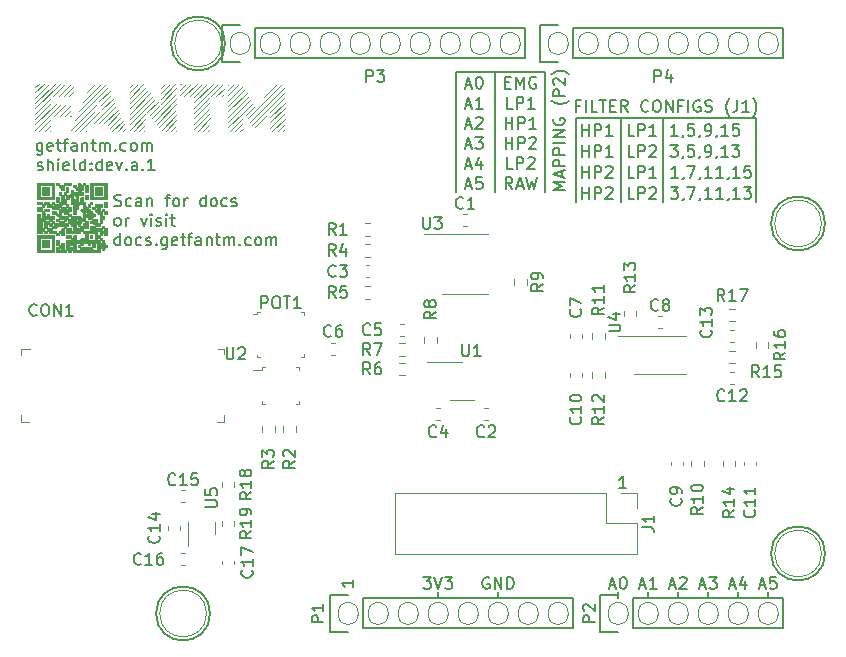
<source format=gbr>
G04 #@! TF.GenerationSoftware,KiCad,Pcbnew,(5.1.8)-1*
G04 #@! TF.CreationDate,2021-03-26T14:12:46-05:00*
G04 #@! TF.ProjectId,Shield,53686965-6c64-42e6-9b69-6361645f7063,rev?*
G04 #@! TF.SameCoordinates,Original*
G04 #@! TF.FileFunction,Legend,Top*
G04 #@! TF.FilePolarity,Positive*
%FSLAX46Y46*%
G04 Gerber Fmt 4.6, Leading zero omitted, Abs format (unit mm)*
G04 Created by KiCad (PCBNEW (5.1.8)-1) date 2021-03-26 14:12:46*
%MOMM*%
%LPD*%
G01*
G04 APERTURE LIST*
%ADD10C,0.150000*%
%ADD11C,0.200000*%
%ADD12C,0.122500*%
%ADD13C,0.010000*%
%ADD14C,0.120000*%
%ADD15C,0.100000*%
G04 APERTURE END LIST*
D10*
X119159976Y-89305761D02*
X119302833Y-89353380D01*
X119540928Y-89353380D01*
X119636166Y-89305761D01*
X119683785Y-89258142D01*
X119731404Y-89162904D01*
X119731404Y-89067666D01*
X119683785Y-88972428D01*
X119636166Y-88924809D01*
X119540928Y-88877190D01*
X119350452Y-88829571D01*
X119255214Y-88781952D01*
X119207595Y-88734333D01*
X119159976Y-88639095D01*
X119159976Y-88543857D01*
X119207595Y-88448619D01*
X119255214Y-88401000D01*
X119350452Y-88353380D01*
X119588547Y-88353380D01*
X119731404Y-88401000D01*
X120588547Y-89305761D02*
X120493309Y-89353380D01*
X120302833Y-89353380D01*
X120207595Y-89305761D01*
X120159976Y-89258142D01*
X120112357Y-89162904D01*
X120112357Y-88877190D01*
X120159976Y-88781952D01*
X120207595Y-88734333D01*
X120302833Y-88686714D01*
X120493309Y-88686714D01*
X120588547Y-88734333D01*
X121445690Y-89353380D02*
X121445690Y-88829571D01*
X121398071Y-88734333D01*
X121302833Y-88686714D01*
X121112357Y-88686714D01*
X121017119Y-88734333D01*
X121445690Y-89305761D02*
X121350452Y-89353380D01*
X121112357Y-89353380D01*
X121017119Y-89305761D01*
X120969500Y-89210523D01*
X120969500Y-89115285D01*
X121017119Y-89020047D01*
X121112357Y-88972428D01*
X121350452Y-88972428D01*
X121445690Y-88924809D01*
X121921880Y-88686714D02*
X121921880Y-89353380D01*
X121921880Y-88781952D02*
X121969500Y-88734333D01*
X122064738Y-88686714D01*
X122207595Y-88686714D01*
X122302833Y-88734333D01*
X122350452Y-88829571D01*
X122350452Y-89353380D01*
X123445690Y-88686714D02*
X123826642Y-88686714D01*
X123588547Y-89353380D02*
X123588547Y-88496238D01*
X123636166Y-88401000D01*
X123731404Y-88353380D01*
X123826642Y-88353380D01*
X124302833Y-89353380D02*
X124207595Y-89305761D01*
X124159976Y-89258142D01*
X124112357Y-89162904D01*
X124112357Y-88877190D01*
X124159976Y-88781952D01*
X124207595Y-88734333D01*
X124302833Y-88686714D01*
X124445690Y-88686714D01*
X124540928Y-88734333D01*
X124588547Y-88781952D01*
X124636166Y-88877190D01*
X124636166Y-89162904D01*
X124588547Y-89258142D01*
X124540928Y-89305761D01*
X124445690Y-89353380D01*
X124302833Y-89353380D01*
X125064738Y-89353380D02*
X125064738Y-88686714D01*
X125064738Y-88877190D02*
X125112357Y-88781952D01*
X125159976Y-88734333D01*
X125255214Y-88686714D01*
X125350452Y-88686714D01*
X126874261Y-89353380D02*
X126874261Y-88353380D01*
X126874261Y-89305761D02*
X126779023Y-89353380D01*
X126588547Y-89353380D01*
X126493309Y-89305761D01*
X126445690Y-89258142D01*
X126398071Y-89162904D01*
X126398071Y-88877190D01*
X126445690Y-88781952D01*
X126493309Y-88734333D01*
X126588547Y-88686714D01*
X126779023Y-88686714D01*
X126874261Y-88734333D01*
X127493309Y-89353380D02*
X127398071Y-89305761D01*
X127350452Y-89258142D01*
X127302833Y-89162904D01*
X127302833Y-88877190D01*
X127350452Y-88781952D01*
X127398071Y-88734333D01*
X127493309Y-88686714D01*
X127636166Y-88686714D01*
X127731404Y-88734333D01*
X127779023Y-88781952D01*
X127826642Y-88877190D01*
X127826642Y-89162904D01*
X127779023Y-89258142D01*
X127731404Y-89305761D01*
X127636166Y-89353380D01*
X127493309Y-89353380D01*
X128683785Y-89305761D02*
X128588547Y-89353380D01*
X128398071Y-89353380D01*
X128302833Y-89305761D01*
X128255214Y-89258142D01*
X128207595Y-89162904D01*
X128207595Y-88877190D01*
X128255214Y-88781952D01*
X128302833Y-88734333D01*
X128398071Y-88686714D01*
X128588547Y-88686714D01*
X128683785Y-88734333D01*
X129064738Y-89305761D02*
X129159976Y-89353380D01*
X129350452Y-89353380D01*
X129445690Y-89305761D01*
X129493309Y-89210523D01*
X129493309Y-89162904D01*
X129445690Y-89067666D01*
X129350452Y-89020047D01*
X129207595Y-89020047D01*
X129112357Y-88972428D01*
X129064738Y-88877190D01*
X129064738Y-88829571D01*
X129112357Y-88734333D01*
X129207595Y-88686714D01*
X129350452Y-88686714D01*
X129445690Y-88734333D01*
X119350452Y-91003380D02*
X119255214Y-90955761D01*
X119207595Y-90908142D01*
X119159976Y-90812904D01*
X119159976Y-90527190D01*
X119207595Y-90431952D01*
X119255214Y-90384333D01*
X119350452Y-90336714D01*
X119493309Y-90336714D01*
X119588547Y-90384333D01*
X119636166Y-90431952D01*
X119683785Y-90527190D01*
X119683785Y-90812904D01*
X119636166Y-90908142D01*
X119588547Y-90955761D01*
X119493309Y-91003380D01*
X119350452Y-91003380D01*
X120112357Y-91003380D02*
X120112357Y-90336714D01*
X120112357Y-90527190D02*
X120159976Y-90431952D01*
X120207595Y-90384333D01*
X120302833Y-90336714D01*
X120398071Y-90336714D01*
X121398071Y-90336714D02*
X121636166Y-91003380D01*
X121874261Y-90336714D01*
X122255214Y-91003380D02*
X122255214Y-90336714D01*
X122255214Y-90003380D02*
X122207595Y-90051000D01*
X122255214Y-90098619D01*
X122302833Y-90051000D01*
X122255214Y-90003380D01*
X122255214Y-90098619D01*
X122683785Y-90955761D02*
X122779023Y-91003380D01*
X122969500Y-91003380D01*
X123064738Y-90955761D01*
X123112357Y-90860523D01*
X123112357Y-90812904D01*
X123064738Y-90717666D01*
X122969500Y-90670047D01*
X122826642Y-90670047D01*
X122731404Y-90622428D01*
X122683785Y-90527190D01*
X122683785Y-90479571D01*
X122731404Y-90384333D01*
X122826642Y-90336714D01*
X122969500Y-90336714D01*
X123064738Y-90384333D01*
X123540928Y-91003380D02*
X123540928Y-90336714D01*
X123540928Y-90003380D02*
X123493309Y-90051000D01*
X123540928Y-90098619D01*
X123588547Y-90051000D01*
X123540928Y-90003380D01*
X123540928Y-90098619D01*
X123874261Y-90336714D02*
X124255214Y-90336714D01*
X124017119Y-90003380D02*
X124017119Y-90860523D01*
X124064738Y-90955761D01*
X124159976Y-91003380D01*
X124255214Y-91003380D01*
X119636166Y-92653380D02*
X119636166Y-91653380D01*
X119636166Y-92605761D02*
X119540928Y-92653380D01*
X119350452Y-92653380D01*
X119255214Y-92605761D01*
X119207595Y-92558142D01*
X119159976Y-92462904D01*
X119159976Y-92177190D01*
X119207595Y-92081952D01*
X119255214Y-92034333D01*
X119350452Y-91986714D01*
X119540928Y-91986714D01*
X119636166Y-92034333D01*
X120255214Y-92653380D02*
X120159976Y-92605761D01*
X120112357Y-92558142D01*
X120064738Y-92462904D01*
X120064738Y-92177190D01*
X120112357Y-92081952D01*
X120159976Y-92034333D01*
X120255214Y-91986714D01*
X120398071Y-91986714D01*
X120493309Y-92034333D01*
X120540928Y-92081952D01*
X120588547Y-92177190D01*
X120588547Y-92462904D01*
X120540928Y-92558142D01*
X120493309Y-92605761D01*
X120398071Y-92653380D01*
X120255214Y-92653380D01*
X121445690Y-92605761D02*
X121350452Y-92653380D01*
X121159976Y-92653380D01*
X121064738Y-92605761D01*
X121017119Y-92558142D01*
X120969500Y-92462904D01*
X120969500Y-92177190D01*
X121017119Y-92081952D01*
X121064738Y-92034333D01*
X121159976Y-91986714D01*
X121350452Y-91986714D01*
X121445690Y-92034333D01*
X121826642Y-92605761D02*
X121921880Y-92653380D01*
X122112357Y-92653380D01*
X122207595Y-92605761D01*
X122255214Y-92510523D01*
X122255214Y-92462904D01*
X122207595Y-92367666D01*
X122112357Y-92320047D01*
X121969500Y-92320047D01*
X121874261Y-92272428D01*
X121826642Y-92177190D01*
X121826642Y-92129571D01*
X121874261Y-92034333D01*
X121969500Y-91986714D01*
X122112357Y-91986714D01*
X122207595Y-92034333D01*
X122683785Y-92558142D02*
X122731404Y-92605761D01*
X122683785Y-92653380D01*
X122636166Y-92605761D01*
X122683785Y-92558142D01*
X122683785Y-92653380D01*
X123588547Y-91986714D02*
X123588547Y-92796238D01*
X123540928Y-92891476D01*
X123493309Y-92939095D01*
X123398071Y-92986714D01*
X123255214Y-92986714D01*
X123159976Y-92939095D01*
X123588547Y-92605761D02*
X123493309Y-92653380D01*
X123302833Y-92653380D01*
X123207595Y-92605761D01*
X123159976Y-92558142D01*
X123112357Y-92462904D01*
X123112357Y-92177190D01*
X123159976Y-92081952D01*
X123207595Y-92034333D01*
X123302833Y-91986714D01*
X123493309Y-91986714D01*
X123588547Y-92034333D01*
X124445690Y-92605761D02*
X124350452Y-92653380D01*
X124159976Y-92653380D01*
X124064738Y-92605761D01*
X124017119Y-92510523D01*
X124017119Y-92129571D01*
X124064738Y-92034333D01*
X124159976Y-91986714D01*
X124350452Y-91986714D01*
X124445690Y-92034333D01*
X124493309Y-92129571D01*
X124493309Y-92224809D01*
X124017119Y-92320047D01*
X124779023Y-91986714D02*
X125159976Y-91986714D01*
X124921880Y-91653380D02*
X124921880Y-92510523D01*
X124969500Y-92605761D01*
X125064738Y-92653380D01*
X125159976Y-92653380D01*
X125350452Y-91986714D02*
X125731404Y-91986714D01*
X125493309Y-92653380D02*
X125493309Y-91796238D01*
X125540928Y-91701000D01*
X125636166Y-91653380D01*
X125731404Y-91653380D01*
X126493309Y-92653380D02*
X126493309Y-92129571D01*
X126445690Y-92034333D01*
X126350452Y-91986714D01*
X126159976Y-91986714D01*
X126064738Y-92034333D01*
X126493309Y-92605761D02*
X126398071Y-92653380D01*
X126159976Y-92653380D01*
X126064738Y-92605761D01*
X126017119Y-92510523D01*
X126017119Y-92415285D01*
X126064738Y-92320047D01*
X126159976Y-92272428D01*
X126398071Y-92272428D01*
X126493309Y-92224809D01*
X126969500Y-91986714D02*
X126969500Y-92653380D01*
X126969500Y-92081952D02*
X127017119Y-92034333D01*
X127112357Y-91986714D01*
X127255214Y-91986714D01*
X127350452Y-92034333D01*
X127398071Y-92129571D01*
X127398071Y-92653380D01*
X127731404Y-91986714D02*
X128112357Y-91986714D01*
X127874261Y-91653380D02*
X127874261Y-92510523D01*
X127921880Y-92605761D01*
X128017119Y-92653380D01*
X128112357Y-92653380D01*
X128445690Y-92653380D02*
X128445690Y-91986714D01*
X128445690Y-92081952D02*
X128493309Y-92034333D01*
X128588547Y-91986714D01*
X128731404Y-91986714D01*
X128826642Y-92034333D01*
X128874261Y-92129571D01*
X128874261Y-92653380D01*
X128874261Y-92129571D02*
X128921880Y-92034333D01*
X129017119Y-91986714D01*
X129159976Y-91986714D01*
X129255214Y-92034333D01*
X129302833Y-92129571D01*
X129302833Y-92653380D01*
X129779023Y-92558142D02*
X129826642Y-92605761D01*
X129779023Y-92653380D01*
X129731404Y-92605761D01*
X129779023Y-92558142D01*
X129779023Y-92653380D01*
X130683785Y-92605761D02*
X130588547Y-92653380D01*
X130398071Y-92653380D01*
X130302833Y-92605761D01*
X130255214Y-92558142D01*
X130207595Y-92462904D01*
X130207595Y-92177190D01*
X130255214Y-92081952D01*
X130302833Y-92034333D01*
X130398071Y-91986714D01*
X130588547Y-91986714D01*
X130683785Y-92034333D01*
X131255214Y-92653380D02*
X131159976Y-92605761D01*
X131112357Y-92558142D01*
X131064738Y-92462904D01*
X131064738Y-92177190D01*
X131112357Y-92081952D01*
X131159976Y-92034333D01*
X131255214Y-91986714D01*
X131398071Y-91986714D01*
X131493309Y-92034333D01*
X131540928Y-92081952D01*
X131588547Y-92177190D01*
X131588547Y-92462904D01*
X131540928Y-92558142D01*
X131493309Y-92605761D01*
X131398071Y-92653380D01*
X131255214Y-92653380D01*
X132017119Y-92653380D02*
X132017119Y-91986714D01*
X132017119Y-92081952D02*
X132064738Y-92034333D01*
X132159976Y-91986714D01*
X132302833Y-91986714D01*
X132398071Y-92034333D01*
X132445690Y-92129571D01*
X132445690Y-92653380D01*
X132445690Y-92129571D02*
X132493309Y-92034333D01*
X132588547Y-91986714D01*
X132731404Y-91986714D01*
X132826642Y-92034333D01*
X132874261Y-92129571D01*
X132874261Y-92653380D01*
X174498000Y-122555000D02*
X174498000Y-122047000D01*
X171958000Y-122555000D02*
X171958000Y-122047000D01*
X169418000Y-122555000D02*
X169418000Y-122047000D01*
X166878000Y-122555000D02*
X166878000Y-122047000D01*
X164338000Y-122555000D02*
X164338000Y-122047000D01*
X161798000Y-122555000D02*
X161798000Y-122047000D01*
X146558000Y-122555000D02*
X146558000Y-122047000D01*
X151638000Y-122555000D02*
X151638000Y-122047000D01*
D11*
X150876095Y-120785000D02*
X150780857Y-120737380D01*
X150638000Y-120737380D01*
X150495142Y-120785000D01*
X150399904Y-120880238D01*
X150352285Y-120975476D01*
X150304666Y-121165952D01*
X150304666Y-121308809D01*
X150352285Y-121499285D01*
X150399904Y-121594523D01*
X150495142Y-121689761D01*
X150638000Y-121737380D01*
X150733238Y-121737380D01*
X150876095Y-121689761D01*
X150923714Y-121642142D01*
X150923714Y-121308809D01*
X150733238Y-121308809D01*
X151352285Y-121737380D02*
X151352285Y-120737380D01*
X151923714Y-121737380D01*
X151923714Y-120737380D01*
X152399904Y-121737380D02*
X152399904Y-120737380D01*
X152638000Y-120737380D01*
X152780857Y-120785000D01*
X152876095Y-120880238D01*
X152923714Y-120975476D01*
X152971333Y-121165952D01*
X152971333Y-121308809D01*
X152923714Y-121499285D01*
X152876095Y-121594523D01*
X152780857Y-121689761D01*
X152638000Y-121737380D01*
X152399904Y-121737380D01*
X145319904Y-120737380D02*
X145938952Y-120737380D01*
X145605619Y-121118333D01*
X145748476Y-121118333D01*
X145843714Y-121165952D01*
X145891333Y-121213571D01*
X145938952Y-121308809D01*
X145938952Y-121546904D01*
X145891333Y-121642142D01*
X145843714Y-121689761D01*
X145748476Y-121737380D01*
X145462761Y-121737380D01*
X145367523Y-121689761D01*
X145319904Y-121642142D01*
X146224666Y-120737380D02*
X146558000Y-121737380D01*
X146891333Y-120737380D01*
X147129428Y-120737380D02*
X147748476Y-120737380D01*
X147415142Y-121118333D01*
X147558000Y-121118333D01*
X147653238Y-121165952D01*
X147700857Y-121213571D01*
X147748476Y-121308809D01*
X147748476Y-121546904D01*
X147700857Y-121642142D01*
X147653238Y-121689761D01*
X147558000Y-121737380D01*
X147272285Y-121737380D01*
X147177047Y-121689761D01*
X147129428Y-121642142D01*
X173783714Y-121451666D02*
X174259904Y-121451666D01*
X173688476Y-121737380D02*
X174021809Y-120737380D01*
X174355142Y-121737380D01*
X175164666Y-120737380D02*
X174688476Y-120737380D01*
X174640857Y-121213571D01*
X174688476Y-121165952D01*
X174783714Y-121118333D01*
X175021809Y-121118333D01*
X175117047Y-121165952D01*
X175164666Y-121213571D01*
X175212285Y-121308809D01*
X175212285Y-121546904D01*
X175164666Y-121642142D01*
X175117047Y-121689761D01*
X175021809Y-121737380D01*
X174783714Y-121737380D01*
X174688476Y-121689761D01*
X174640857Y-121642142D01*
X171243714Y-121451666D02*
X171719904Y-121451666D01*
X171148476Y-121737380D02*
X171481809Y-120737380D01*
X171815142Y-121737380D01*
X172577047Y-121070714D02*
X172577047Y-121737380D01*
X172338952Y-120689761D02*
X172100857Y-121404047D01*
X172719904Y-121404047D01*
X168703714Y-121451666D02*
X169179904Y-121451666D01*
X168608476Y-121737380D02*
X168941809Y-120737380D01*
X169275142Y-121737380D01*
X169513238Y-120737380D02*
X170132285Y-120737380D01*
X169798952Y-121118333D01*
X169941809Y-121118333D01*
X170037047Y-121165952D01*
X170084666Y-121213571D01*
X170132285Y-121308809D01*
X170132285Y-121546904D01*
X170084666Y-121642142D01*
X170037047Y-121689761D01*
X169941809Y-121737380D01*
X169656095Y-121737380D01*
X169560857Y-121689761D01*
X169513238Y-121642142D01*
X166163714Y-121451666D02*
X166639904Y-121451666D01*
X166068476Y-121737380D02*
X166401809Y-120737380D01*
X166735142Y-121737380D01*
X167020857Y-120832619D02*
X167068476Y-120785000D01*
X167163714Y-120737380D01*
X167401809Y-120737380D01*
X167497047Y-120785000D01*
X167544666Y-120832619D01*
X167592285Y-120927857D01*
X167592285Y-121023095D01*
X167544666Y-121165952D01*
X166973238Y-121737380D01*
X167592285Y-121737380D01*
X163623714Y-121451666D02*
X164099904Y-121451666D01*
X163528476Y-121737380D02*
X163861809Y-120737380D01*
X164195142Y-121737380D01*
X165052285Y-121737380D02*
X164480857Y-121737380D01*
X164766571Y-121737380D02*
X164766571Y-120737380D01*
X164671333Y-120880238D01*
X164576095Y-120975476D01*
X164480857Y-121023095D01*
X161083714Y-121451666D02*
X161559904Y-121451666D01*
X160988476Y-121737380D02*
X161321809Y-120737380D01*
X161655142Y-121737380D01*
X162178952Y-120737380D02*
X162274190Y-120737380D01*
X162369428Y-120785000D01*
X162417047Y-120832619D01*
X162464666Y-120927857D01*
X162512285Y-121118333D01*
X162512285Y-121356428D01*
X162464666Y-121546904D01*
X162417047Y-121642142D01*
X162369428Y-121689761D01*
X162274190Y-121737380D01*
X162178952Y-121737380D01*
X162083714Y-121689761D01*
X162036095Y-121642142D01*
X161988476Y-121546904D01*
X161940857Y-121356428D01*
X161940857Y-121118333D01*
X161988476Y-120927857D01*
X162036095Y-120832619D01*
X162083714Y-120785000D01*
X162178952Y-120737380D01*
D10*
X148082000Y-77978000D02*
X155575000Y-77978000D01*
X148082000Y-77978000D02*
X148082000Y-88138000D01*
X155575000Y-77978000D02*
X155575000Y-88138000D01*
X151384000Y-77978000D02*
X151384000Y-88138000D01*
X157297380Y-87978619D02*
X156297380Y-87978619D01*
X157011666Y-87645285D01*
X156297380Y-87311952D01*
X157297380Y-87311952D01*
X157011666Y-86883380D02*
X157011666Y-86407190D01*
X157297380Y-86978619D02*
X156297380Y-86645285D01*
X157297380Y-86311952D01*
X157297380Y-85978619D02*
X156297380Y-85978619D01*
X156297380Y-85597666D01*
X156345000Y-85502428D01*
X156392619Y-85454809D01*
X156487857Y-85407190D01*
X156630714Y-85407190D01*
X156725952Y-85454809D01*
X156773571Y-85502428D01*
X156821190Y-85597666D01*
X156821190Y-85978619D01*
X157297380Y-84978619D02*
X156297380Y-84978619D01*
X156297380Y-84597666D01*
X156345000Y-84502428D01*
X156392619Y-84454809D01*
X156487857Y-84407190D01*
X156630714Y-84407190D01*
X156725952Y-84454809D01*
X156773571Y-84502428D01*
X156821190Y-84597666D01*
X156821190Y-84978619D01*
X157297380Y-83978619D02*
X156297380Y-83978619D01*
X157297380Y-83502428D02*
X156297380Y-83502428D01*
X157297380Y-82931000D01*
X156297380Y-82931000D01*
X156345000Y-81931000D02*
X156297380Y-82026238D01*
X156297380Y-82169095D01*
X156345000Y-82311952D01*
X156440238Y-82407190D01*
X156535476Y-82454809D01*
X156725952Y-82502428D01*
X156868809Y-82502428D01*
X157059285Y-82454809D01*
X157154523Y-82407190D01*
X157249761Y-82311952D01*
X157297380Y-82169095D01*
X157297380Y-82073857D01*
X157249761Y-81931000D01*
X157202142Y-81883380D01*
X156868809Y-81883380D01*
X156868809Y-82073857D01*
X157678333Y-80407190D02*
X157630714Y-80454809D01*
X157487857Y-80550047D01*
X157392619Y-80597666D01*
X157249761Y-80645285D01*
X157011666Y-80692904D01*
X156821190Y-80692904D01*
X156583095Y-80645285D01*
X156440238Y-80597666D01*
X156345000Y-80550047D01*
X156202142Y-80454809D01*
X156154523Y-80407190D01*
X157297380Y-80026238D02*
X156297380Y-80026238D01*
X156297380Y-79645285D01*
X156345000Y-79550047D01*
X156392619Y-79502428D01*
X156487857Y-79454809D01*
X156630714Y-79454809D01*
X156725952Y-79502428D01*
X156773571Y-79550047D01*
X156821190Y-79645285D01*
X156821190Y-80026238D01*
X156392619Y-79073857D02*
X156345000Y-79026238D01*
X156297380Y-78931000D01*
X156297380Y-78692904D01*
X156345000Y-78597666D01*
X156392619Y-78550047D01*
X156487857Y-78502428D01*
X156583095Y-78502428D01*
X156725952Y-78550047D01*
X157297380Y-79121476D01*
X157297380Y-78502428D01*
X157678333Y-78169095D02*
X157630714Y-78121476D01*
X157487857Y-78026238D01*
X157392619Y-77978619D01*
X157249761Y-77931000D01*
X157011666Y-77883380D01*
X156821190Y-77883380D01*
X156583095Y-77931000D01*
X156440238Y-77978619D01*
X156345000Y-78026238D01*
X156202142Y-78121476D01*
X156154523Y-78169095D01*
D11*
X152257285Y-78863571D02*
X152590619Y-78863571D01*
X152733476Y-79387380D02*
X152257285Y-79387380D01*
X152257285Y-78387380D01*
X152733476Y-78387380D01*
X153162047Y-79387380D02*
X153162047Y-78387380D01*
X153495380Y-79101666D01*
X153828714Y-78387380D01*
X153828714Y-79387380D01*
X154828714Y-78435000D02*
X154733476Y-78387380D01*
X154590619Y-78387380D01*
X154447761Y-78435000D01*
X154352523Y-78530238D01*
X154304904Y-78625476D01*
X154257285Y-78815952D01*
X154257285Y-78958809D01*
X154304904Y-79149285D01*
X154352523Y-79244523D01*
X154447761Y-79339761D01*
X154590619Y-79387380D01*
X154685857Y-79387380D01*
X154828714Y-79339761D01*
X154876333Y-79292142D01*
X154876333Y-78958809D01*
X154685857Y-78958809D01*
X152876333Y-81087380D02*
X152400142Y-81087380D01*
X152400142Y-80087380D01*
X153209666Y-81087380D02*
X153209666Y-80087380D01*
X153590619Y-80087380D01*
X153685857Y-80135000D01*
X153733476Y-80182619D01*
X153781095Y-80277857D01*
X153781095Y-80420714D01*
X153733476Y-80515952D01*
X153685857Y-80563571D01*
X153590619Y-80611190D01*
X153209666Y-80611190D01*
X154733476Y-81087380D02*
X154162047Y-81087380D01*
X154447761Y-81087380D02*
X154447761Y-80087380D01*
X154352523Y-80230238D01*
X154257285Y-80325476D01*
X154162047Y-80373095D01*
X152281095Y-82787380D02*
X152281095Y-81787380D01*
X152281095Y-82263571D02*
X152852523Y-82263571D01*
X152852523Y-82787380D02*
X152852523Y-81787380D01*
X153328714Y-82787380D02*
X153328714Y-81787380D01*
X153709666Y-81787380D01*
X153804904Y-81835000D01*
X153852523Y-81882619D01*
X153900142Y-81977857D01*
X153900142Y-82120714D01*
X153852523Y-82215952D01*
X153804904Y-82263571D01*
X153709666Y-82311190D01*
X153328714Y-82311190D01*
X154852523Y-82787380D02*
X154281095Y-82787380D01*
X154566809Y-82787380D02*
X154566809Y-81787380D01*
X154471571Y-81930238D01*
X154376333Y-82025476D01*
X154281095Y-82073095D01*
X152281095Y-84487380D02*
X152281095Y-83487380D01*
X152281095Y-83963571D02*
X152852523Y-83963571D01*
X152852523Y-84487380D02*
X152852523Y-83487380D01*
X153328714Y-84487380D02*
X153328714Y-83487380D01*
X153709666Y-83487380D01*
X153804904Y-83535000D01*
X153852523Y-83582619D01*
X153900142Y-83677857D01*
X153900142Y-83820714D01*
X153852523Y-83915952D01*
X153804904Y-83963571D01*
X153709666Y-84011190D01*
X153328714Y-84011190D01*
X154281095Y-83582619D02*
X154328714Y-83535000D01*
X154423952Y-83487380D01*
X154662047Y-83487380D01*
X154757285Y-83535000D01*
X154804904Y-83582619D01*
X154852523Y-83677857D01*
X154852523Y-83773095D01*
X154804904Y-83915952D01*
X154233476Y-84487380D01*
X154852523Y-84487380D01*
X152876333Y-86187380D02*
X152400142Y-86187380D01*
X152400142Y-85187380D01*
X153209666Y-86187380D02*
X153209666Y-85187380D01*
X153590619Y-85187380D01*
X153685857Y-85235000D01*
X153733476Y-85282619D01*
X153781095Y-85377857D01*
X153781095Y-85520714D01*
X153733476Y-85615952D01*
X153685857Y-85663571D01*
X153590619Y-85711190D01*
X153209666Y-85711190D01*
X154162047Y-85282619D02*
X154209666Y-85235000D01*
X154304904Y-85187380D01*
X154543000Y-85187380D01*
X154638238Y-85235000D01*
X154685857Y-85282619D01*
X154733476Y-85377857D01*
X154733476Y-85473095D01*
X154685857Y-85615952D01*
X154114428Y-86187380D01*
X154733476Y-86187380D01*
X152852523Y-87887380D02*
X152519190Y-87411190D01*
X152281095Y-87887380D02*
X152281095Y-86887380D01*
X152662047Y-86887380D01*
X152757285Y-86935000D01*
X152804904Y-86982619D01*
X152852523Y-87077857D01*
X152852523Y-87220714D01*
X152804904Y-87315952D01*
X152757285Y-87363571D01*
X152662047Y-87411190D01*
X152281095Y-87411190D01*
X153233476Y-87601666D02*
X153709666Y-87601666D01*
X153138238Y-87887380D02*
X153471571Y-86887380D01*
X153804904Y-87887380D01*
X154043000Y-86887380D02*
X154281095Y-87887380D01*
X154471571Y-87173095D01*
X154662047Y-87887380D01*
X154900142Y-86887380D01*
X148891714Y-79101666D02*
X149367904Y-79101666D01*
X148796476Y-79387380D02*
X149129809Y-78387380D01*
X149463142Y-79387380D01*
X149986952Y-78387380D02*
X150082190Y-78387380D01*
X150177428Y-78435000D01*
X150225047Y-78482619D01*
X150272666Y-78577857D01*
X150320285Y-78768333D01*
X150320285Y-79006428D01*
X150272666Y-79196904D01*
X150225047Y-79292142D01*
X150177428Y-79339761D01*
X150082190Y-79387380D01*
X149986952Y-79387380D01*
X149891714Y-79339761D01*
X149844095Y-79292142D01*
X149796476Y-79196904D01*
X149748857Y-79006428D01*
X149748857Y-78768333D01*
X149796476Y-78577857D01*
X149844095Y-78482619D01*
X149891714Y-78435000D01*
X149986952Y-78387380D01*
X148891714Y-80801666D02*
X149367904Y-80801666D01*
X148796476Y-81087380D02*
X149129809Y-80087380D01*
X149463142Y-81087380D01*
X150320285Y-81087380D02*
X149748857Y-81087380D01*
X150034571Y-81087380D02*
X150034571Y-80087380D01*
X149939333Y-80230238D01*
X149844095Y-80325476D01*
X149748857Y-80373095D01*
X148891714Y-82501666D02*
X149367904Y-82501666D01*
X148796476Y-82787380D02*
X149129809Y-81787380D01*
X149463142Y-82787380D01*
X149748857Y-81882619D02*
X149796476Y-81835000D01*
X149891714Y-81787380D01*
X150129809Y-81787380D01*
X150225047Y-81835000D01*
X150272666Y-81882619D01*
X150320285Y-81977857D01*
X150320285Y-82073095D01*
X150272666Y-82215952D01*
X149701238Y-82787380D01*
X150320285Y-82787380D01*
X148891714Y-84201666D02*
X149367904Y-84201666D01*
X148796476Y-84487380D02*
X149129809Y-83487380D01*
X149463142Y-84487380D01*
X149701238Y-83487380D02*
X150320285Y-83487380D01*
X149986952Y-83868333D01*
X150129809Y-83868333D01*
X150225047Y-83915952D01*
X150272666Y-83963571D01*
X150320285Y-84058809D01*
X150320285Y-84296904D01*
X150272666Y-84392142D01*
X150225047Y-84439761D01*
X150129809Y-84487380D01*
X149844095Y-84487380D01*
X149748857Y-84439761D01*
X149701238Y-84392142D01*
X148891714Y-85901666D02*
X149367904Y-85901666D01*
X148796476Y-86187380D02*
X149129809Y-85187380D01*
X149463142Y-86187380D01*
X150225047Y-85520714D02*
X150225047Y-86187380D01*
X149986952Y-85139761D02*
X149748857Y-85854047D01*
X150367904Y-85854047D01*
X148891714Y-87601666D02*
X149367904Y-87601666D01*
X148796476Y-87887380D02*
X149129809Y-86887380D01*
X149463142Y-87887380D01*
X150272666Y-86887380D02*
X149796476Y-86887380D01*
X149748857Y-87363571D01*
X149796476Y-87315952D01*
X149891714Y-87268333D01*
X150129809Y-87268333D01*
X150225047Y-87315952D01*
X150272666Y-87363571D01*
X150320285Y-87458809D01*
X150320285Y-87696904D01*
X150272666Y-87792142D01*
X150225047Y-87839761D01*
X150129809Y-87887380D01*
X149891714Y-87887380D01*
X149796476Y-87839761D01*
X149748857Y-87792142D01*
X162464714Y-113228380D02*
X161893285Y-113228380D01*
X162179000Y-113228380D02*
X162179000Y-112228380D01*
X162083761Y-112371238D01*
X161988523Y-112466476D01*
X161893285Y-112514095D01*
D10*
X113046428Y-83986714D02*
X113046428Y-84796238D01*
X112998809Y-84891476D01*
X112951190Y-84939095D01*
X112855952Y-84986714D01*
X112713095Y-84986714D01*
X112617857Y-84939095D01*
X113046428Y-84605761D02*
X112951190Y-84653380D01*
X112760714Y-84653380D01*
X112665476Y-84605761D01*
X112617857Y-84558142D01*
X112570238Y-84462904D01*
X112570238Y-84177190D01*
X112617857Y-84081952D01*
X112665476Y-84034333D01*
X112760714Y-83986714D01*
X112951190Y-83986714D01*
X113046428Y-84034333D01*
X113903571Y-84605761D02*
X113808333Y-84653380D01*
X113617857Y-84653380D01*
X113522619Y-84605761D01*
X113475000Y-84510523D01*
X113475000Y-84129571D01*
X113522619Y-84034333D01*
X113617857Y-83986714D01*
X113808333Y-83986714D01*
X113903571Y-84034333D01*
X113951190Y-84129571D01*
X113951190Y-84224809D01*
X113475000Y-84320047D01*
X114236904Y-83986714D02*
X114617857Y-83986714D01*
X114379761Y-83653380D02*
X114379761Y-84510523D01*
X114427380Y-84605761D01*
X114522619Y-84653380D01*
X114617857Y-84653380D01*
X114808333Y-83986714D02*
X115189285Y-83986714D01*
X114951190Y-84653380D02*
X114951190Y-83796238D01*
X114998809Y-83701000D01*
X115094047Y-83653380D01*
X115189285Y-83653380D01*
X115951190Y-84653380D02*
X115951190Y-84129571D01*
X115903571Y-84034333D01*
X115808333Y-83986714D01*
X115617857Y-83986714D01*
X115522619Y-84034333D01*
X115951190Y-84605761D02*
X115855952Y-84653380D01*
X115617857Y-84653380D01*
X115522619Y-84605761D01*
X115475000Y-84510523D01*
X115475000Y-84415285D01*
X115522619Y-84320047D01*
X115617857Y-84272428D01*
X115855952Y-84272428D01*
X115951190Y-84224809D01*
X116427380Y-83986714D02*
X116427380Y-84653380D01*
X116427380Y-84081952D02*
X116475000Y-84034333D01*
X116570238Y-83986714D01*
X116713095Y-83986714D01*
X116808333Y-84034333D01*
X116855952Y-84129571D01*
X116855952Y-84653380D01*
X117189285Y-83986714D02*
X117570238Y-83986714D01*
X117332142Y-83653380D02*
X117332142Y-84510523D01*
X117379761Y-84605761D01*
X117475000Y-84653380D01*
X117570238Y-84653380D01*
X117903571Y-84653380D02*
X117903571Y-83986714D01*
X117903571Y-84081952D02*
X117951190Y-84034333D01*
X118046428Y-83986714D01*
X118189285Y-83986714D01*
X118284523Y-84034333D01*
X118332142Y-84129571D01*
X118332142Y-84653380D01*
X118332142Y-84129571D02*
X118379761Y-84034333D01*
X118475000Y-83986714D01*
X118617857Y-83986714D01*
X118713095Y-84034333D01*
X118760714Y-84129571D01*
X118760714Y-84653380D01*
X119236904Y-84558142D02*
X119284523Y-84605761D01*
X119236904Y-84653380D01*
X119189285Y-84605761D01*
X119236904Y-84558142D01*
X119236904Y-84653380D01*
X120141666Y-84605761D02*
X120046428Y-84653380D01*
X119855952Y-84653380D01*
X119760714Y-84605761D01*
X119713095Y-84558142D01*
X119665476Y-84462904D01*
X119665476Y-84177190D01*
X119713095Y-84081952D01*
X119760714Y-84034333D01*
X119855952Y-83986714D01*
X120046428Y-83986714D01*
X120141666Y-84034333D01*
X120713095Y-84653380D02*
X120617857Y-84605761D01*
X120570238Y-84558142D01*
X120522619Y-84462904D01*
X120522619Y-84177190D01*
X120570238Y-84081952D01*
X120617857Y-84034333D01*
X120713095Y-83986714D01*
X120855952Y-83986714D01*
X120951190Y-84034333D01*
X120998809Y-84081952D01*
X121046428Y-84177190D01*
X121046428Y-84462904D01*
X120998809Y-84558142D01*
X120951190Y-84605761D01*
X120855952Y-84653380D01*
X120713095Y-84653380D01*
X121475000Y-84653380D02*
X121475000Y-83986714D01*
X121475000Y-84081952D02*
X121522619Y-84034333D01*
X121617857Y-83986714D01*
X121760714Y-83986714D01*
X121855952Y-84034333D01*
X121903571Y-84129571D01*
X121903571Y-84653380D01*
X121903571Y-84129571D02*
X121951190Y-84034333D01*
X122046428Y-83986714D01*
X122189285Y-83986714D01*
X122284523Y-84034333D01*
X122332142Y-84129571D01*
X122332142Y-84653380D01*
X112649619Y-86257761D02*
X112744857Y-86305380D01*
X112935333Y-86305380D01*
X113030571Y-86257761D01*
X113078190Y-86162523D01*
X113078190Y-86114904D01*
X113030571Y-86019666D01*
X112935333Y-85972047D01*
X112792476Y-85972047D01*
X112697238Y-85924428D01*
X112649619Y-85829190D01*
X112649619Y-85781571D01*
X112697238Y-85686333D01*
X112792476Y-85638714D01*
X112935333Y-85638714D01*
X113030571Y-85686333D01*
X113506761Y-86305380D02*
X113506761Y-85305380D01*
X113935333Y-86305380D02*
X113935333Y-85781571D01*
X113887714Y-85686333D01*
X113792476Y-85638714D01*
X113649619Y-85638714D01*
X113554380Y-85686333D01*
X113506761Y-85733952D01*
X114411523Y-86305380D02*
X114411523Y-85638714D01*
X114411523Y-85305380D02*
X114363904Y-85353000D01*
X114411523Y-85400619D01*
X114459142Y-85353000D01*
X114411523Y-85305380D01*
X114411523Y-85400619D01*
X115268666Y-86257761D02*
X115173428Y-86305380D01*
X114982952Y-86305380D01*
X114887714Y-86257761D01*
X114840095Y-86162523D01*
X114840095Y-85781571D01*
X114887714Y-85686333D01*
X114982952Y-85638714D01*
X115173428Y-85638714D01*
X115268666Y-85686333D01*
X115316285Y-85781571D01*
X115316285Y-85876809D01*
X114840095Y-85972047D01*
X115887714Y-86305380D02*
X115792476Y-86257761D01*
X115744857Y-86162523D01*
X115744857Y-85305380D01*
X116697238Y-86305380D02*
X116697238Y-85305380D01*
X116697238Y-86257761D02*
X116602000Y-86305380D01*
X116411523Y-86305380D01*
X116316285Y-86257761D01*
X116268666Y-86210142D01*
X116221047Y-86114904D01*
X116221047Y-85829190D01*
X116268666Y-85733952D01*
X116316285Y-85686333D01*
X116411523Y-85638714D01*
X116602000Y-85638714D01*
X116697238Y-85686333D01*
X117173428Y-86210142D02*
X117221047Y-86257761D01*
X117173428Y-86305380D01*
X117125809Y-86257761D01*
X117173428Y-86210142D01*
X117173428Y-86305380D01*
X117173428Y-85686333D02*
X117221047Y-85733952D01*
X117173428Y-85781571D01*
X117125809Y-85733952D01*
X117173428Y-85686333D01*
X117173428Y-85781571D01*
X118078190Y-86305380D02*
X118078190Y-85305380D01*
X118078190Y-86257761D02*
X117982952Y-86305380D01*
X117792476Y-86305380D01*
X117697238Y-86257761D01*
X117649619Y-86210142D01*
X117602000Y-86114904D01*
X117602000Y-85829190D01*
X117649619Y-85733952D01*
X117697238Y-85686333D01*
X117792476Y-85638714D01*
X117982952Y-85638714D01*
X118078190Y-85686333D01*
X118935333Y-86257761D02*
X118840095Y-86305380D01*
X118649619Y-86305380D01*
X118554380Y-86257761D01*
X118506761Y-86162523D01*
X118506761Y-85781571D01*
X118554380Y-85686333D01*
X118649619Y-85638714D01*
X118840095Y-85638714D01*
X118935333Y-85686333D01*
X118982952Y-85781571D01*
X118982952Y-85876809D01*
X118506761Y-85972047D01*
X119316285Y-85638714D02*
X119554380Y-86305380D01*
X119792476Y-85638714D01*
X120173428Y-86210142D02*
X120221047Y-86257761D01*
X120173428Y-86305380D01*
X120125809Y-86257761D01*
X120173428Y-86210142D01*
X120173428Y-86305380D01*
X121078190Y-86305380D02*
X121078190Y-85781571D01*
X121030571Y-85686333D01*
X120935333Y-85638714D01*
X120744857Y-85638714D01*
X120649619Y-85686333D01*
X121078190Y-86257761D02*
X120982952Y-86305380D01*
X120744857Y-86305380D01*
X120649619Y-86257761D01*
X120602000Y-86162523D01*
X120602000Y-86067285D01*
X120649619Y-85972047D01*
X120744857Y-85924428D01*
X120982952Y-85924428D01*
X121078190Y-85876809D01*
X121554380Y-86210142D02*
X121602000Y-86257761D01*
X121554380Y-86305380D01*
X121506761Y-86257761D01*
X121554380Y-86210142D01*
X121554380Y-86305380D01*
X122554380Y-86305380D02*
X121982952Y-86305380D01*
X122268666Y-86305380D02*
X122268666Y-85305380D01*
X122173428Y-85448238D01*
X122078190Y-85543476D01*
X121982952Y-85591095D01*
D12*
X119848030Y-82110824D02*
X118966170Y-82992467D01*
X118966170Y-82992467D02*
X119848030Y-82110824D01*
X118749310Y-82757767D02*
X119710549Y-81796562D01*
X122406530Y-80003645D02*
X120454125Y-81956064D01*
X123081610Y-79779960D02*
X123867535Y-78994000D01*
X120454125Y-81956064D02*
X122406530Y-80003645D01*
X117925025Y-81324500D02*
X116257240Y-82992467D01*
X119710549Y-81796562D02*
X118749310Y-82757767D01*
X119985299Y-82424900D02*
X119417740Y-82992467D01*
X119573245Y-81482486D02*
X118623800Y-82431924D01*
X124395440Y-79369236D02*
X123081610Y-80683062D01*
X124770640Y-78994000D02*
X124747680Y-79016995D01*
X120454125Y-82858977D02*
X121767990Y-81545151D01*
X118623800Y-82431924D02*
X119573245Y-81482486D01*
X121158640Y-78994000D02*
X120454125Y-79698690D01*
X119161190Y-80539887D02*
X117405520Y-82295582D01*
X120454125Y-79247120D02*
X120707105Y-78994000D01*
X120122605Y-82739161D02*
X119869065Y-82992467D01*
X123867535Y-78994000D02*
X123081610Y-79779960D01*
X117405520Y-82295582D02*
X119161190Y-80539887D01*
X119417740Y-82992467D02*
X119985299Y-82424900D01*
X118308625Y-82295582D02*
X119435940Y-81168225D01*
X123081610Y-80683062D02*
X124395440Y-79369236D01*
X124747680Y-79016995D02*
X124770640Y-78994000D01*
X121767990Y-81545151D02*
X120454125Y-82858977D01*
X121936025Y-81377101D02*
X122817815Y-80495262D01*
X116257240Y-82992467D02*
X117925025Y-81324500D01*
X120707105Y-78994000D02*
X120454125Y-79247120D01*
X119435940Y-81168225D02*
X118308625Y-82295582D01*
X116708600Y-82992467D02*
X116830155Y-82870940D01*
X116830155Y-82870940D02*
X116708600Y-82992467D01*
X118123265Y-81126256D02*
X119023919Y-80225815D01*
X122612190Y-80249363D02*
X120454125Y-82407617D01*
X121789620Y-79265950D02*
X120454125Y-80601599D01*
X121995280Y-79511826D02*
X120454125Y-81052963D01*
X122200905Y-79757736D02*
X120454125Y-81504516D01*
X121583995Y-79020215D02*
X120454125Y-80150050D01*
X124319105Y-78994000D02*
X123081610Y-80231513D01*
X119869065Y-82992467D02*
X120122605Y-82739161D01*
X120454125Y-82407617D02*
X122612190Y-80249363D01*
X120454125Y-80601599D02*
X121789620Y-79265950D01*
X123416175Y-78994000D02*
X123081610Y-79328600D01*
X122817815Y-80495262D02*
X121936025Y-81377101D01*
X123081610Y-80231513D02*
X124319105Y-78994000D01*
X117857055Y-82295582D02*
X119298669Y-80854152D01*
X119298669Y-80854152D02*
X117857055Y-82295582D01*
X123081610Y-79328600D02*
X123416175Y-78994000D01*
X120454125Y-81504516D02*
X122200905Y-79757736D01*
X120454125Y-81052963D02*
X121995280Y-79511826D01*
X120454125Y-80150050D02*
X121583995Y-79020215D01*
X120454125Y-79698690D02*
X121158640Y-78994000D01*
X115715685Y-79174600D02*
X114879426Y-80010855D01*
X113813589Y-81979612D02*
X112800734Y-82992467D01*
X112800734Y-82992467D02*
X113813589Y-81979612D01*
X115330979Y-80010855D02*
X115715685Y-79625961D01*
X118611865Y-79283205D02*
X115808365Y-82086894D01*
X116860360Y-79680455D02*
X117546570Y-78994000D01*
X115481570Y-81214743D02*
X114983296Y-81713007D01*
X118886615Y-79911560D02*
X117997545Y-80800791D01*
X116509590Y-80482540D02*
X117998140Y-78994000D01*
X115097039Y-80696166D02*
X114080383Y-81713007D01*
X113813589Y-82882525D02*
X113703836Y-82992467D01*
X119023919Y-80225815D02*
X118123265Y-81126256D01*
X115805704Y-82992467D02*
X117473665Y-81324500D01*
X114194123Y-80696166D02*
X112465578Y-82424707D01*
X117473665Y-81324500D02*
X115805704Y-82992467D01*
X113703836Y-82992467D02*
X113813589Y-82882525D01*
X117997545Y-80800791D02*
X118886615Y-79911560D01*
X114531740Y-81713007D02*
X115481570Y-80763194D01*
X115457630Y-82888979D02*
X117675510Y-80671099D01*
X117675510Y-80671099D02*
X115457630Y-82888979D01*
X117871650Y-80474945D02*
X118749135Y-79597471D01*
X118449675Y-78994000D02*
X116158890Y-81284813D01*
X113252283Y-82992467D02*
X113813589Y-82431165D01*
X113813589Y-82431165D02*
X113252283Y-82992467D01*
X115715685Y-79625961D02*
X115330979Y-80010855D01*
X118749135Y-79597471D02*
X117871650Y-80474945D01*
X114645486Y-80696166D02*
X112465578Y-82876067D01*
X115481570Y-80763194D02*
X114531740Y-81713007D01*
X114879426Y-80010855D02*
X115715685Y-79174600D01*
X112465578Y-82424707D02*
X114194123Y-80696166D01*
X114080383Y-81713007D02*
X115097039Y-80696166D01*
X115808365Y-82086894D02*
X118611865Y-79283205D01*
X116158890Y-81284813D02*
X118449675Y-78994000D01*
X117546570Y-78994000D02*
X116860360Y-79680455D01*
X115434848Y-81713007D02*
X115481570Y-81666299D01*
X115481570Y-81666299D02*
X115434848Y-81713007D01*
X117998140Y-78994000D02*
X116509590Y-80482540D01*
X114983296Y-81713007D02*
X115481570Y-81214743D01*
X112465578Y-82876067D02*
X114645486Y-80696166D01*
X114993166Y-78994000D02*
X113976514Y-80010855D01*
X112465578Y-79715595D02*
X113187152Y-78994000D01*
X112465578Y-80167137D02*
X113638704Y-78994000D01*
X112465578Y-81521602D02*
X113813589Y-80173598D01*
X113187152Y-78994000D02*
X112465578Y-79715595D01*
X112465578Y-80618690D02*
X114090253Y-78994000D01*
X113813589Y-80173598D02*
X112465578Y-81521602D01*
X113976514Y-80010855D02*
X114993166Y-78994000D01*
X114090253Y-78994000D02*
X112465578Y-80618690D01*
X112465578Y-81070053D02*
X114541617Y-78994000D01*
X114541617Y-78994000D02*
X112465578Y-81070053D01*
X113638704Y-78994000D02*
X112465578Y-80167137D01*
X112465578Y-79264235D02*
X112735788Y-78994000D01*
X112735788Y-78994000D02*
X112465578Y-79264235D01*
X112465578Y-81973155D02*
X113813589Y-80625144D01*
X113813589Y-80625144D02*
X112465578Y-81973155D01*
X114428063Y-80010855D02*
X115444722Y-78994000D01*
X115444722Y-78994000D02*
X114428063Y-80010855D01*
X133581610Y-81470523D02*
X132355875Y-82696244D01*
X130015915Y-82778655D02*
X129802065Y-82992467D01*
X130006990Y-79175720D02*
X128787730Y-80394812D01*
X130863370Y-80576725D02*
X130089030Y-81351082D01*
X133585390Y-82821191D02*
X133414135Y-82992467D01*
X133584060Y-82370968D02*
X132962565Y-82992467D01*
X127266735Y-81915807D02*
X126190030Y-82992467D01*
X130520790Y-80016385D02*
X128787730Y-81749277D01*
X133580280Y-81020301D02*
X132353040Y-82247352D01*
X131034660Y-80857001D02*
X130261790Y-81629651D01*
X130692115Y-80296452D02*
X128787730Y-82200830D01*
X133576290Y-79669815D02*
X130780385Y-82465724D01*
X130015915Y-81875743D02*
X128898995Y-82992467D01*
X133575135Y-79219400D02*
X130607555Y-82186966D01*
X130015915Y-82327292D02*
X129350530Y-82992467D01*
X130015915Y-81424190D02*
X128787730Y-82652190D01*
X133577620Y-80119856D02*
X132347510Y-81350137D01*
X132897430Y-78994000D02*
X131832380Y-80059281D01*
X130178245Y-79455826D02*
X128787730Y-80846365D01*
X127266735Y-82818912D02*
X127093170Y-82992467D01*
X132081895Y-81615595D02*
X131065040Y-82632632D01*
X130349535Y-79736105D02*
X128787730Y-81297917D01*
X127266735Y-81464444D02*
X125918675Y-82812455D01*
X133349000Y-78994000D02*
X130434795Y-81908405D01*
X127266735Y-82367363D02*
X126641635Y-82992467D01*
X133578915Y-80570078D02*
X132350380Y-81798841D01*
X133582765Y-81920749D02*
X132511030Y-82992467D01*
X121767990Y-82448252D02*
X121223740Y-82992467D01*
X121767990Y-81545151D02*
X120454125Y-82858977D01*
X127931140Y-78994000D02*
X125918675Y-81006441D01*
X121767990Y-82899804D02*
X121675135Y-82992467D01*
X124319105Y-78994000D02*
X123081610Y-80231513D01*
X116830155Y-82870940D02*
X116708600Y-82992467D01*
X123416175Y-78994000D02*
X123081610Y-79328600D01*
X119435940Y-81168225D02*
X118308625Y-82295582D01*
X122817815Y-80495262D02*
X121936025Y-81377101D01*
X128834035Y-78994000D02*
X128787730Y-79040340D01*
X119573245Y-81482486D02*
X118623800Y-82431924D01*
X127266735Y-80561342D02*
X125918675Y-81909353D01*
X117675510Y-80671099D02*
X115457630Y-82888979D01*
X124395440Y-82981267D02*
X124384240Y-82992467D01*
X126125140Y-78994000D02*
X125079795Y-80039342D01*
X127266735Y-80109982D02*
X125918675Y-81457990D01*
X125222000Y-78994000D02*
X124747680Y-79468355D01*
X122612190Y-80249363D02*
X120454125Y-82407617D01*
X127479570Y-78994000D02*
X125918675Y-80554888D01*
X124395440Y-82078162D02*
X123481135Y-82992467D01*
X121583995Y-79020215D02*
X120454125Y-80150050D01*
X125673535Y-78994000D02*
X124747680Y-79919890D01*
X119710549Y-81796562D02*
X118749310Y-82757767D01*
X124395440Y-82529714D02*
X123932670Y-82992467D01*
X128382500Y-78994000D02*
X127337365Y-80039342D01*
X121995280Y-79511826D02*
X120454125Y-81052963D01*
X124395440Y-79369236D02*
X123081610Y-80683062D01*
X124395440Y-81626802D02*
X123169915Y-82852141D01*
X119161190Y-80539887D02*
X117405520Y-82295582D01*
X126576675Y-78994000D02*
X125531365Y-80039342D01*
X120707105Y-78994000D02*
X120454125Y-79247120D01*
X120122605Y-82739161D02*
X119869065Y-82992467D01*
X123867535Y-78994000D02*
X123081610Y-79779960D01*
X127028035Y-78994000D02*
X125918675Y-80103528D01*
X124395440Y-81175249D02*
X122964255Y-82606427D01*
X117925025Y-81324500D02*
X116257240Y-82992467D01*
X124395440Y-80723700D02*
X122758630Y-82360524D01*
X124395440Y-80272144D02*
X122552935Y-82114618D01*
X117473665Y-81324500D02*
X115805704Y-82992467D01*
X121767990Y-81996703D02*
X120772170Y-82992467D01*
X124395440Y-79820770D02*
X122347310Y-81868718D01*
X123023510Y-80741165D02*
X122141650Y-81623004D01*
X119848030Y-82110824D02*
X118966170Y-82992467D01*
X124770640Y-78994000D02*
X124747680Y-79016995D01*
X119985299Y-82424900D02*
X119417740Y-82992467D01*
X122406530Y-80003645D02*
X120454125Y-81956064D01*
X122200905Y-79757736D02*
X120454125Y-81504516D01*
X121789620Y-79265950D02*
X120454125Y-80601599D01*
X118749135Y-79597471D02*
X117871650Y-80474945D01*
X119298669Y-80854152D02*
X117857055Y-82295582D01*
X117998140Y-78994000D02*
X116509590Y-80482540D01*
X113813589Y-82882525D02*
X113703836Y-82992467D01*
X115481570Y-81214743D02*
X114983296Y-81713007D01*
X121158640Y-78994000D02*
X120454125Y-79698690D01*
X129737140Y-78994000D02*
X128787730Y-79943271D01*
X127266735Y-81012895D02*
X125918675Y-82360906D01*
X128437555Y-79841875D02*
X128240259Y-80039342D01*
X115481570Y-81666299D02*
X115434848Y-81713007D01*
X129285605Y-78994000D02*
X128787730Y-79491700D01*
X128437555Y-79390515D02*
X127788690Y-80039342D01*
X119023919Y-80225815D02*
X118123265Y-81126256D01*
X118611865Y-79283205D02*
X115808365Y-82086894D01*
X118886615Y-79911560D02*
X117997545Y-80800791D01*
X118449675Y-78994000D02*
X116158890Y-81284813D01*
X133578915Y-80570078D02*
X132350380Y-81798841D01*
X133576290Y-79669815D02*
X130780385Y-82465724D01*
X114090253Y-78994000D02*
X112465578Y-80618690D01*
X113638704Y-78994000D02*
X112465578Y-80167137D01*
X133584060Y-82370968D02*
X132962565Y-82992467D01*
X133582765Y-81920749D02*
X132511030Y-82992467D01*
X130863370Y-80576725D02*
X130089030Y-81351082D01*
X133349000Y-78994000D02*
X130434795Y-81908405D01*
X113813589Y-82431165D02*
X113252283Y-82992467D01*
X115481570Y-80763194D02*
X114531740Y-81713007D01*
X115097039Y-80696166D02*
X114080383Y-81713007D01*
X130015915Y-81424190D02*
X128787730Y-82652190D01*
X114645486Y-80696166D02*
X112465578Y-82876067D01*
X127266735Y-82367363D02*
X126641635Y-82992467D01*
X133580280Y-81020301D02*
X132353040Y-82247352D01*
X132353040Y-82247352D02*
X133580280Y-81020301D01*
X115715685Y-79625961D02*
X115330979Y-80010855D01*
X128787730Y-82200830D02*
X130692115Y-80296452D01*
X133581610Y-81470523D02*
X132355875Y-82696244D01*
X130015915Y-81875743D02*
X128898995Y-82992467D01*
X131065040Y-82632632D02*
X132081895Y-81615595D01*
X129350530Y-82992467D02*
X130015915Y-82327292D01*
X130349535Y-79736105D02*
X128787730Y-81297917D01*
X128898995Y-82992467D02*
X130015915Y-81875743D01*
X114194123Y-80696166D02*
X112465578Y-82424707D01*
X115444722Y-78994000D02*
X114428063Y-80010855D01*
X113813589Y-80173598D02*
X112465578Y-81521602D01*
X132355875Y-82696244D02*
X133581610Y-81470523D01*
X114541617Y-78994000D02*
X112465578Y-81070053D01*
X113187152Y-78994000D02*
X112465578Y-79715595D01*
X130780385Y-82465724D02*
X133576290Y-79669815D01*
X133414135Y-82992467D02*
X133585390Y-82821191D01*
X127266735Y-82818912D02*
X127093170Y-82992467D01*
X130520790Y-80016385D02*
X128787730Y-81749277D01*
X133575135Y-79219400D02*
X130607555Y-82186966D01*
X128787730Y-82652190D02*
X130015915Y-81424190D01*
X132897430Y-78994000D02*
X131832380Y-80059281D01*
X129802065Y-82992467D02*
X130015915Y-82778655D01*
X130015915Y-82778655D02*
X129802065Y-82992467D01*
X128787730Y-81297917D02*
X130349535Y-79736105D01*
X133585390Y-82821191D02*
X133414135Y-82992467D01*
X112735788Y-78994000D02*
X112465578Y-79264235D01*
X130434795Y-81908405D02*
X133349000Y-78994000D01*
X132962565Y-82992467D02*
X133584060Y-82370968D01*
X132511030Y-82992467D02*
X133582765Y-81920749D01*
X133577620Y-80119856D02*
X132347510Y-81350137D01*
X127093170Y-82992467D02*
X127266735Y-82818912D01*
X132347510Y-81350137D02*
X133577620Y-80119856D01*
X130015915Y-82327292D02*
X129350530Y-82992467D01*
X130261790Y-81629651D02*
X131034660Y-80857001D01*
X130089030Y-81351082D02*
X130863370Y-80576725D01*
X131034660Y-80857001D02*
X130261790Y-81629651D01*
X113813589Y-80625144D02*
X112465578Y-81973155D01*
X130607555Y-82186966D02*
X133575135Y-79219400D01*
X130692115Y-80296452D02*
X128787730Y-82200830D01*
X128787730Y-81749277D02*
X130520790Y-80016385D01*
X117546570Y-78994000D02*
X116860360Y-79680455D01*
X113813589Y-81979612D02*
X112800734Y-82992467D01*
X126641635Y-82992467D02*
X127266735Y-82367363D01*
X115715685Y-79174600D02*
X114879426Y-80010855D01*
X131832380Y-80059281D02*
X132897430Y-78994000D01*
X132081895Y-81615595D02*
X131065040Y-82632632D01*
X114993166Y-78994000D02*
X113976514Y-80010855D01*
X132350380Y-81798841D02*
X133578915Y-80570078D01*
X121767990Y-81996703D02*
X120772170Y-82992467D01*
X126125140Y-78994000D02*
X125079795Y-80039342D01*
X125673535Y-78994000D02*
X124747680Y-79919890D01*
X127931140Y-78994000D02*
X125918675Y-81006441D01*
X123481135Y-82992467D02*
X124395440Y-82078162D01*
X125918675Y-80554888D02*
X127479570Y-78994000D01*
X129285605Y-78994000D02*
X128787730Y-79491700D01*
X124384240Y-82992467D02*
X124395440Y-82981267D01*
X120772170Y-82992467D02*
X121767990Y-81996703D01*
X121767990Y-82899804D02*
X121675135Y-82992467D01*
X123023510Y-80741165D02*
X122141650Y-81623004D01*
X121223740Y-82992467D02*
X121767990Y-82448252D01*
X124395440Y-79820770D02*
X122347310Y-81868718D01*
X128787730Y-80846365D02*
X130178245Y-79455826D01*
X130178245Y-79455826D02*
X128787730Y-80846365D01*
X126190030Y-82992467D02*
X127266735Y-81915807D01*
X127266735Y-81915807D02*
X126190030Y-82992467D01*
X127266735Y-81464444D02*
X125918675Y-82812455D01*
X128240259Y-80039342D02*
X128437555Y-79841875D01*
X128437555Y-79390515D02*
X127788690Y-80039342D01*
X124747680Y-79919890D02*
X125673535Y-78994000D01*
X128437555Y-79841875D02*
X128240259Y-80039342D01*
X127788690Y-80039342D02*
X128437555Y-79390515D01*
X124395440Y-82529714D02*
X123932670Y-82992467D01*
X127337365Y-80039342D02*
X128382500Y-78994000D01*
X122758630Y-82360524D02*
X124395440Y-80723700D01*
X124395440Y-81175249D02*
X122964255Y-82606427D01*
X121675135Y-82992467D02*
X121767990Y-82899804D01*
X123932670Y-82992467D02*
X124395440Y-82529714D01*
X124395440Y-81626802D02*
X123169915Y-82852141D01*
X124395440Y-80723700D02*
X122758630Y-82360524D01*
X128787730Y-80394812D02*
X130006990Y-79175720D01*
X130006990Y-79175720D02*
X128787730Y-80394812D01*
X125918675Y-82812455D02*
X127266735Y-81464444D01*
X128787730Y-79943271D02*
X129737140Y-78994000D01*
X129737140Y-78994000D02*
X128787730Y-79943271D01*
X127266735Y-80561342D02*
X125918675Y-81909353D01*
X125918675Y-80103528D02*
X127028035Y-78994000D01*
X125918675Y-82360906D02*
X127266735Y-81012895D01*
X125531365Y-80039342D02*
X126576675Y-78994000D01*
X122552935Y-82114618D02*
X124395440Y-80272144D01*
X127266735Y-81012895D02*
X125918675Y-82360906D01*
X128787730Y-79491700D02*
X129285605Y-78994000D01*
X122141650Y-81623004D02*
X123023510Y-80741165D01*
X128382500Y-78994000D02*
X127337365Y-80039342D01*
X125918675Y-81909353D02*
X127266735Y-80561342D01*
X127266735Y-80109982D02*
X125918675Y-81457990D01*
X128787730Y-79040340D02*
X128834035Y-78994000D01*
X122964255Y-82606427D02*
X124395440Y-81175249D01*
X128834035Y-78994000D02*
X128787730Y-79040340D01*
X124395440Y-82981267D02*
X124384240Y-82992467D01*
X125918675Y-81457990D02*
X127266735Y-80109982D01*
X125079795Y-80039342D02*
X126125140Y-78994000D01*
X125918675Y-81006441D02*
X127931140Y-78994000D01*
X124395440Y-82078162D02*
X123481135Y-82992467D01*
X127479570Y-78994000D02*
X125918675Y-80554888D01*
X123169915Y-82852141D02*
X124395440Y-81626802D01*
X127028035Y-78994000D02*
X125918675Y-80103528D01*
X126576675Y-78994000D02*
X125531365Y-80039342D01*
X124395440Y-80272144D02*
X122552935Y-82114618D01*
X121767990Y-82448252D02*
X121223740Y-82992467D01*
X122347310Y-81868718D02*
X124395440Y-79820770D01*
X124747680Y-79468355D02*
X125222000Y-78994000D01*
X125222000Y-78994000D02*
X124747680Y-79468355D01*
D10*
X166243428Y-87717380D02*
X166862476Y-87717380D01*
X166529142Y-88098333D01*
X166672000Y-88098333D01*
X166767238Y-88145952D01*
X166814857Y-88193571D01*
X166862476Y-88288809D01*
X166862476Y-88526904D01*
X166814857Y-88622142D01*
X166767238Y-88669761D01*
X166672000Y-88717380D01*
X166386285Y-88717380D01*
X166291047Y-88669761D01*
X166243428Y-88622142D01*
X167338666Y-88669761D02*
X167338666Y-88717380D01*
X167291047Y-88812619D01*
X167243428Y-88860238D01*
X167672000Y-87717380D02*
X168338666Y-87717380D01*
X167910095Y-88717380D01*
X168767238Y-88669761D02*
X168767238Y-88717380D01*
X168719619Y-88812619D01*
X168672000Y-88860238D01*
X169719619Y-88717380D02*
X169148190Y-88717380D01*
X169433904Y-88717380D02*
X169433904Y-87717380D01*
X169338666Y-87860238D01*
X169243428Y-87955476D01*
X169148190Y-88003095D01*
X170672000Y-88717380D02*
X170100571Y-88717380D01*
X170386285Y-88717380D02*
X170386285Y-87717380D01*
X170291047Y-87860238D01*
X170195809Y-87955476D01*
X170100571Y-88003095D01*
X171148190Y-88669761D02*
X171148190Y-88717380D01*
X171100571Y-88812619D01*
X171052952Y-88860238D01*
X172100571Y-88717380D02*
X171529142Y-88717380D01*
X171814857Y-88717380D02*
X171814857Y-87717380D01*
X171719619Y-87860238D01*
X171624380Y-87955476D01*
X171529142Y-88003095D01*
X172433904Y-87717380D02*
X173052952Y-87717380D01*
X172719619Y-88098333D01*
X172862476Y-88098333D01*
X172957714Y-88145952D01*
X173005333Y-88193571D01*
X173052952Y-88288809D01*
X173052952Y-88526904D01*
X173005333Y-88622142D01*
X172957714Y-88669761D01*
X172862476Y-88717380D01*
X172576761Y-88717380D01*
X172481523Y-88669761D01*
X172433904Y-88622142D01*
X166862476Y-86939380D02*
X166291047Y-86939380D01*
X166576761Y-86939380D02*
X166576761Y-85939380D01*
X166481523Y-86082238D01*
X166386285Y-86177476D01*
X166291047Y-86225095D01*
X167338666Y-86891761D02*
X167338666Y-86939380D01*
X167291047Y-87034619D01*
X167243428Y-87082238D01*
X167672000Y-85939380D02*
X168338666Y-85939380D01*
X167910095Y-86939380D01*
X168767238Y-86891761D02*
X168767238Y-86939380D01*
X168719619Y-87034619D01*
X168672000Y-87082238D01*
X169719619Y-86939380D02*
X169148190Y-86939380D01*
X169433904Y-86939380D02*
X169433904Y-85939380D01*
X169338666Y-86082238D01*
X169243428Y-86177476D01*
X169148190Y-86225095D01*
X170672000Y-86939380D02*
X170100571Y-86939380D01*
X170386285Y-86939380D02*
X170386285Y-85939380D01*
X170291047Y-86082238D01*
X170195809Y-86177476D01*
X170100571Y-86225095D01*
X171148190Y-86891761D02*
X171148190Y-86939380D01*
X171100571Y-87034619D01*
X171052952Y-87082238D01*
X172100571Y-86939380D02*
X171529142Y-86939380D01*
X171814857Y-86939380D02*
X171814857Y-85939380D01*
X171719619Y-86082238D01*
X171624380Y-86177476D01*
X171529142Y-86225095D01*
X173005333Y-85939380D02*
X172529142Y-85939380D01*
X172481523Y-86415571D01*
X172529142Y-86367952D01*
X172624380Y-86320333D01*
X172862476Y-86320333D01*
X172957714Y-86367952D01*
X173005333Y-86415571D01*
X173052952Y-86510809D01*
X173052952Y-86748904D01*
X173005333Y-86844142D01*
X172957714Y-86891761D01*
X172862476Y-86939380D01*
X172624380Y-86939380D01*
X172529142Y-86891761D01*
X172481523Y-86844142D01*
X166211619Y-84161380D02*
X166830666Y-84161380D01*
X166497333Y-84542333D01*
X166640190Y-84542333D01*
X166735428Y-84589952D01*
X166783047Y-84637571D01*
X166830666Y-84732809D01*
X166830666Y-84970904D01*
X166783047Y-85066142D01*
X166735428Y-85113761D01*
X166640190Y-85161380D01*
X166354476Y-85161380D01*
X166259238Y-85113761D01*
X166211619Y-85066142D01*
X167306857Y-85113761D02*
X167306857Y-85161380D01*
X167259238Y-85256619D01*
X167211619Y-85304238D01*
X168211619Y-84161380D02*
X167735428Y-84161380D01*
X167687809Y-84637571D01*
X167735428Y-84589952D01*
X167830666Y-84542333D01*
X168068761Y-84542333D01*
X168164000Y-84589952D01*
X168211619Y-84637571D01*
X168259238Y-84732809D01*
X168259238Y-84970904D01*
X168211619Y-85066142D01*
X168164000Y-85113761D01*
X168068761Y-85161380D01*
X167830666Y-85161380D01*
X167735428Y-85113761D01*
X167687809Y-85066142D01*
X168735428Y-85113761D02*
X168735428Y-85161380D01*
X168687809Y-85256619D01*
X168640190Y-85304238D01*
X169211619Y-85161380D02*
X169402095Y-85161380D01*
X169497333Y-85113761D01*
X169544952Y-85066142D01*
X169640190Y-84923285D01*
X169687809Y-84732809D01*
X169687809Y-84351857D01*
X169640190Y-84256619D01*
X169592571Y-84209000D01*
X169497333Y-84161380D01*
X169306857Y-84161380D01*
X169211619Y-84209000D01*
X169164000Y-84256619D01*
X169116380Y-84351857D01*
X169116380Y-84589952D01*
X169164000Y-84685190D01*
X169211619Y-84732809D01*
X169306857Y-84780428D01*
X169497333Y-84780428D01*
X169592571Y-84732809D01*
X169640190Y-84685190D01*
X169687809Y-84589952D01*
X170164000Y-85113761D02*
X170164000Y-85161380D01*
X170116380Y-85256619D01*
X170068761Y-85304238D01*
X171116380Y-85161380D02*
X170544952Y-85161380D01*
X170830666Y-85161380D02*
X170830666Y-84161380D01*
X170735428Y-84304238D01*
X170640190Y-84399476D01*
X170544952Y-84447095D01*
X171449714Y-84161380D02*
X172068761Y-84161380D01*
X171735428Y-84542333D01*
X171878285Y-84542333D01*
X171973523Y-84589952D01*
X172021142Y-84637571D01*
X172068761Y-84732809D01*
X172068761Y-84970904D01*
X172021142Y-85066142D01*
X171973523Y-85113761D01*
X171878285Y-85161380D01*
X171592571Y-85161380D01*
X171497333Y-85113761D01*
X171449714Y-85066142D01*
X173482000Y-81915000D02*
X173482000Y-89027000D01*
X166830666Y-83383380D02*
X166259238Y-83383380D01*
X166544952Y-83383380D02*
X166544952Y-82383380D01*
X166449714Y-82526238D01*
X166354476Y-82621476D01*
X166259238Y-82669095D01*
X167306857Y-83335761D02*
X167306857Y-83383380D01*
X167259238Y-83478619D01*
X167211619Y-83526238D01*
X168211619Y-82383380D02*
X167735428Y-82383380D01*
X167687809Y-82859571D01*
X167735428Y-82811952D01*
X167830666Y-82764333D01*
X168068761Y-82764333D01*
X168164000Y-82811952D01*
X168211619Y-82859571D01*
X168259238Y-82954809D01*
X168259238Y-83192904D01*
X168211619Y-83288142D01*
X168164000Y-83335761D01*
X168068761Y-83383380D01*
X167830666Y-83383380D01*
X167735428Y-83335761D01*
X167687809Y-83288142D01*
X168735428Y-83335761D02*
X168735428Y-83383380D01*
X168687809Y-83478619D01*
X168640190Y-83526238D01*
X169211619Y-83383380D02*
X169402095Y-83383380D01*
X169497333Y-83335761D01*
X169544952Y-83288142D01*
X169640190Y-83145285D01*
X169687809Y-82954809D01*
X169687809Y-82573857D01*
X169640190Y-82478619D01*
X169592571Y-82431000D01*
X169497333Y-82383380D01*
X169306857Y-82383380D01*
X169211619Y-82431000D01*
X169164000Y-82478619D01*
X169116380Y-82573857D01*
X169116380Y-82811952D01*
X169164000Y-82907190D01*
X169211619Y-82954809D01*
X169306857Y-83002428D01*
X169497333Y-83002428D01*
X169592571Y-82954809D01*
X169640190Y-82907190D01*
X169687809Y-82811952D01*
X170164000Y-83335761D02*
X170164000Y-83383380D01*
X170116380Y-83478619D01*
X170068761Y-83526238D01*
X171116380Y-83383380D02*
X170544952Y-83383380D01*
X170830666Y-83383380D02*
X170830666Y-82383380D01*
X170735428Y-82526238D01*
X170640190Y-82621476D01*
X170544952Y-82669095D01*
X172021142Y-82383380D02*
X171544952Y-82383380D01*
X171497333Y-82859571D01*
X171544952Y-82811952D01*
X171640190Y-82764333D01*
X171878285Y-82764333D01*
X171973523Y-82811952D01*
X172021142Y-82859571D01*
X172068761Y-82954809D01*
X172068761Y-83192904D01*
X172021142Y-83288142D01*
X171973523Y-83335761D01*
X171878285Y-83383380D01*
X171640190Y-83383380D01*
X171544952Y-83335761D01*
X171497333Y-83288142D01*
X158552476Y-80827571D02*
X158219142Y-80827571D01*
X158219142Y-81351380D02*
X158219142Y-80351380D01*
X158695333Y-80351380D01*
X159076285Y-81351380D02*
X159076285Y-80351380D01*
X160028666Y-81351380D02*
X159552476Y-81351380D01*
X159552476Y-80351380D01*
X160219142Y-80351380D02*
X160790571Y-80351380D01*
X160504857Y-81351380D02*
X160504857Y-80351380D01*
X161123904Y-80827571D02*
X161457238Y-80827571D01*
X161600095Y-81351380D02*
X161123904Y-81351380D01*
X161123904Y-80351380D01*
X161600095Y-80351380D01*
X162600095Y-81351380D02*
X162266761Y-80875190D01*
X162028666Y-81351380D02*
X162028666Y-80351380D01*
X162409619Y-80351380D01*
X162504857Y-80399000D01*
X162552476Y-80446619D01*
X162600095Y-80541857D01*
X162600095Y-80684714D01*
X162552476Y-80779952D01*
X162504857Y-80827571D01*
X162409619Y-80875190D01*
X162028666Y-80875190D01*
X164362000Y-81256142D02*
X164314380Y-81303761D01*
X164171523Y-81351380D01*
X164076285Y-81351380D01*
X163933428Y-81303761D01*
X163838190Y-81208523D01*
X163790571Y-81113285D01*
X163742952Y-80922809D01*
X163742952Y-80779952D01*
X163790571Y-80589476D01*
X163838190Y-80494238D01*
X163933428Y-80399000D01*
X164076285Y-80351380D01*
X164171523Y-80351380D01*
X164314380Y-80399000D01*
X164362000Y-80446619D01*
X164981047Y-80351380D02*
X165171523Y-80351380D01*
X165266761Y-80399000D01*
X165362000Y-80494238D01*
X165409619Y-80684714D01*
X165409619Y-81018047D01*
X165362000Y-81208523D01*
X165266761Y-81303761D01*
X165171523Y-81351380D01*
X164981047Y-81351380D01*
X164885809Y-81303761D01*
X164790571Y-81208523D01*
X164742952Y-81018047D01*
X164742952Y-80684714D01*
X164790571Y-80494238D01*
X164885809Y-80399000D01*
X164981047Y-80351380D01*
X165838190Y-81351380D02*
X165838190Y-80351380D01*
X166409619Y-81351380D01*
X166409619Y-80351380D01*
X167219142Y-80827571D02*
X166885809Y-80827571D01*
X166885809Y-81351380D02*
X166885809Y-80351380D01*
X167362000Y-80351380D01*
X167742952Y-81351380D02*
X167742952Y-80351380D01*
X168742952Y-80399000D02*
X168647714Y-80351380D01*
X168504857Y-80351380D01*
X168362000Y-80399000D01*
X168266761Y-80494238D01*
X168219142Y-80589476D01*
X168171523Y-80779952D01*
X168171523Y-80922809D01*
X168219142Y-81113285D01*
X168266761Y-81208523D01*
X168362000Y-81303761D01*
X168504857Y-81351380D01*
X168600095Y-81351380D01*
X168742952Y-81303761D01*
X168790571Y-81256142D01*
X168790571Y-80922809D01*
X168600095Y-80922809D01*
X169171523Y-81303761D02*
X169314380Y-81351380D01*
X169552476Y-81351380D01*
X169647714Y-81303761D01*
X169695333Y-81256142D01*
X169742952Y-81160904D01*
X169742952Y-81065666D01*
X169695333Y-80970428D01*
X169647714Y-80922809D01*
X169552476Y-80875190D01*
X169362000Y-80827571D01*
X169266761Y-80779952D01*
X169219142Y-80732333D01*
X169171523Y-80637095D01*
X169171523Y-80541857D01*
X169219142Y-80446619D01*
X169266761Y-80399000D01*
X169362000Y-80351380D01*
X169600095Y-80351380D01*
X169742952Y-80399000D01*
X171219142Y-81732333D02*
X171171523Y-81684714D01*
X171076285Y-81541857D01*
X171028666Y-81446619D01*
X170981047Y-81303761D01*
X170933428Y-81065666D01*
X170933428Y-80875190D01*
X170981047Y-80637095D01*
X171028666Y-80494238D01*
X171076285Y-80399000D01*
X171171523Y-80256142D01*
X171219142Y-80208523D01*
X171885809Y-80351380D02*
X171885809Y-81065666D01*
X171838190Y-81208523D01*
X171742952Y-81303761D01*
X171600095Y-81351380D01*
X171504857Y-81351380D01*
X172885809Y-81351380D02*
X172314380Y-81351380D01*
X172600095Y-81351380D02*
X172600095Y-80351380D01*
X172504857Y-80494238D01*
X172409619Y-80589476D01*
X172314380Y-80637095D01*
X173219142Y-81732333D02*
X173266761Y-81684714D01*
X173362000Y-81541857D01*
X173409619Y-81446619D01*
X173457238Y-81303761D01*
X173504857Y-81065666D01*
X173504857Y-80875190D01*
X173457238Y-80637095D01*
X173409619Y-80494238D01*
X173362000Y-80399000D01*
X173266761Y-80256142D01*
X173219142Y-80208523D01*
X158242000Y-81915000D02*
X173482000Y-81915000D01*
X163163333Y-88717380D02*
X162687142Y-88717380D01*
X162687142Y-87717380D01*
X163496666Y-88717380D02*
X163496666Y-87717380D01*
X163877619Y-87717380D01*
X163972857Y-87765000D01*
X164020476Y-87812619D01*
X164068095Y-87907857D01*
X164068095Y-88050714D01*
X164020476Y-88145952D01*
X163972857Y-88193571D01*
X163877619Y-88241190D01*
X163496666Y-88241190D01*
X164449047Y-87812619D02*
X164496666Y-87765000D01*
X164591904Y-87717380D01*
X164830000Y-87717380D01*
X164925238Y-87765000D01*
X164972857Y-87812619D01*
X165020476Y-87907857D01*
X165020476Y-88003095D01*
X164972857Y-88145952D01*
X164401428Y-88717380D01*
X165020476Y-88717380D01*
X163163333Y-86939380D02*
X162687142Y-86939380D01*
X162687142Y-85939380D01*
X163496666Y-86939380D02*
X163496666Y-85939380D01*
X163877619Y-85939380D01*
X163972857Y-85987000D01*
X164020476Y-86034619D01*
X164068095Y-86129857D01*
X164068095Y-86272714D01*
X164020476Y-86367952D01*
X163972857Y-86415571D01*
X163877619Y-86463190D01*
X163496666Y-86463190D01*
X165020476Y-86939380D02*
X164449047Y-86939380D01*
X164734761Y-86939380D02*
X164734761Y-85939380D01*
X164639523Y-86082238D01*
X164544285Y-86177476D01*
X164449047Y-86225095D01*
X158758095Y-88717380D02*
X158758095Y-87717380D01*
X158758095Y-88193571D02*
X159329523Y-88193571D01*
X159329523Y-88717380D02*
X159329523Y-87717380D01*
X159805714Y-88717380D02*
X159805714Y-87717380D01*
X160186666Y-87717380D01*
X160281904Y-87765000D01*
X160329523Y-87812619D01*
X160377142Y-87907857D01*
X160377142Y-88050714D01*
X160329523Y-88145952D01*
X160281904Y-88193571D01*
X160186666Y-88241190D01*
X159805714Y-88241190D01*
X160758095Y-87812619D02*
X160805714Y-87765000D01*
X160900952Y-87717380D01*
X161139047Y-87717380D01*
X161234285Y-87765000D01*
X161281904Y-87812619D01*
X161329523Y-87907857D01*
X161329523Y-88003095D01*
X161281904Y-88145952D01*
X160710476Y-88717380D01*
X161329523Y-88717380D01*
X158758095Y-86939380D02*
X158758095Y-85939380D01*
X158758095Y-86415571D02*
X159329523Y-86415571D01*
X159329523Y-86939380D02*
X159329523Y-85939380D01*
X159805714Y-86939380D02*
X159805714Y-85939380D01*
X160186666Y-85939380D01*
X160281904Y-85987000D01*
X160329523Y-86034619D01*
X160377142Y-86129857D01*
X160377142Y-86272714D01*
X160329523Y-86367952D01*
X160281904Y-86415571D01*
X160186666Y-86463190D01*
X159805714Y-86463190D01*
X160758095Y-86034619D02*
X160805714Y-85987000D01*
X160900952Y-85939380D01*
X161139047Y-85939380D01*
X161234285Y-85987000D01*
X161281904Y-86034619D01*
X161329523Y-86129857D01*
X161329523Y-86225095D01*
X161281904Y-86367952D01*
X160710476Y-86939380D01*
X161329523Y-86939380D01*
X158758095Y-85161380D02*
X158758095Y-84161380D01*
X158758095Y-84637571D02*
X159329523Y-84637571D01*
X159329523Y-85161380D02*
X159329523Y-84161380D01*
X159805714Y-85161380D02*
X159805714Y-84161380D01*
X160186666Y-84161380D01*
X160281904Y-84209000D01*
X160329523Y-84256619D01*
X160377142Y-84351857D01*
X160377142Y-84494714D01*
X160329523Y-84589952D01*
X160281904Y-84637571D01*
X160186666Y-84685190D01*
X159805714Y-84685190D01*
X161329523Y-85161380D02*
X160758095Y-85161380D01*
X161043809Y-85161380D02*
X161043809Y-84161380D01*
X160948571Y-84304238D01*
X160853333Y-84399476D01*
X160758095Y-84447095D01*
X163163333Y-85161380D02*
X162687142Y-85161380D01*
X162687142Y-84161380D01*
X163496666Y-85161380D02*
X163496666Y-84161380D01*
X163877619Y-84161380D01*
X163972857Y-84209000D01*
X164020476Y-84256619D01*
X164068095Y-84351857D01*
X164068095Y-84494714D01*
X164020476Y-84589952D01*
X163972857Y-84637571D01*
X163877619Y-84685190D01*
X163496666Y-84685190D01*
X164449047Y-84256619D02*
X164496666Y-84209000D01*
X164591904Y-84161380D01*
X164830000Y-84161380D01*
X164925238Y-84209000D01*
X164972857Y-84256619D01*
X165020476Y-84351857D01*
X165020476Y-84447095D01*
X164972857Y-84589952D01*
X164401428Y-85161380D01*
X165020476Y-85161380D01*
X163163333Y-83383380D02*
X162687142Y-83383380D01*
X162687142Y-82383380D01*
X163496666Y-83383380D02*
X163496666Y-82383380D01*
X163877619Y-82383380D01*
X163972857Y-82431000D01*
X164020476Y-82478619D01*
X164068095Y-82573857D01*
X164068095Y-82716714D01*
X164020476Y-82811952D01*
X163972857Y-82859571D01*
X163877619Y-82907190D01*
X163496666Y-82907190D01*
X165020476Y-83383380D02*
X164449047Y-83383380D01*
X164734761Y-83383380D02*
X164734761Y-82383380D01*
X164639523Y-82526238D01*
X164544285Y-82621476D01*
X164449047Y-82669095D01*
X158758095Y-83383380D02*
X158758095Y-82383380D01*
X158758095Y-82859571D02*
X159329523Y-82859571D01*
X159329523Y-83383380D02*
X159329523Y-82383380D01*
X159805714Y-83383380D02*
X159805714Y-82383380D01*
X160186666Y-82383380D01*
X160281904Y-82431000D01*
X160329523Y-82478619D01*
X160377142Y-82573857D01*
X160377142Y-82716714D01*
X160329523Y-82811952D01*
X160281904Y-82859571D01*
X160186666Y-82907190D01*
X159805714Y-82907190D01*
X161329523Y-83383380D02*
X160758095Y-83383380D01*
X161043809Y-83383380D02*
X161043809Y-82383380D01*
X160948571Y-82526238D01*
X160853333Y-82621476D01*
X160758095Y-82669095D01*
X165608000Y-81915000D02*
X165608000Y-89027000D01*
X158242000Y-81915000D02*
X158242000Y-89027000D01*
X162052000Y-81915000D02*
X162052000Y-89027000D01*
X139390380Y-120999285D02*
X139390380Y-121570714D01*
X139390380Y-121285000D02*
X138390380Y-121285000D01*
X138533238Y-121380238D01*
X138628476Y-121475476D01*
X138676095Y-121570714D01*
D13*
G36*
X114046000Y-93243400D02*
G01*
X112623600Y-93243400D01*
X112623600Y-92024200D01*
X112852200Y-92024200D01*
X112852200Y-93040200D01*
X113842800Y-93040200D01*
X113842800Y-92024200D01*
X112852200Y-92024200D01*
X112623600Y-92024200D01*
X112623600Y-91821000D01*
X114046000Y-91821000D01*
X114046000Y-93243400D01*
G37*
X114046000Y-93243400D02*
X112623600Y-93243400D01*
X112623600Y-92024200D01*
X112852200Y-92024200D01*
X112852200Y-93040200D01*
X113842800Y-93040200D01*
X113842800Y-92024200D01*
X112852200Y-92024200D01*
X112623600Y-92024200D01*
X112623600Y-91821000D01*
X114046000Y-91821000D01*
X114046000Y-93243400D01*
G36*
X115062000Y-87757000D02*
G01*
X115265200Y-87757000D01*
X115265200Y-88163400D01*
X115062000Y-88163400D01*
X115062000Y-87757000D01*
G37*
X115062000Y-87757000D02*
X115265200Y-87757000D01*
X115265200Y-88163400D01*
X115062000Y-88163400D01*
X115062000Y-87757000D01*
G36*
X114452400Y-91617800D02*
G01*
X114452400Y-91516200D01*
X114455568Y-91450968D01*
X114471833Y-91421967D01*
X114511333Y-91414715D01*
X114523520Y-91414600D01*
X114603104Y-91397681D01*
X114646148Y-91345653D01*
X114655600Y-91282520D01*
X114660126Y-91236857D01*
X114683362Y-91216557D01*
X114739790Y-91211480D01*
X114757200Y-91211400D01*
X114822431Y-91208231D01*
X114851432Y-91191966D01*
X114858684Y-91152466D01*
X114858800Y-91140280D01*
X114853127Y-91084009D01*
X114830712Y-91046183D01*
X114783453Y-91023290D01*
X114703252Y-91011823D01*
X114582010Y-91008269D01*
X114553999Y-91008200D01*
X114424145Y-91010657D01*
X114336853Y-91020371D01*
X114284025Y-91040850D01*
X114257560Y-91075603D01*
X114249361Y-91128142D01*
X114249200Y-91140280D01*
X114249200Y-91211400D01*
X113842800Y-91211400D01*
X113842800Y-91109800D01*
X113845968Y-91044568D01*
X113862233Y-91015567D01*
X113901733Y-91008315D01*
X113913920Y-91008200D01*
X113993504Y-90991281D01*
X114036548Y-90939253D01*
X114046000Y-90876119D01*
X114047946Y-90838568D01*
X114061282Y-90817302D01*
X114097256Y-90807692D01*
X114167114Y-90805106D01*
X114218720Y-90805000D01*
X114331068Y-90800129D01*
X114401753Y-90782321D01*
X114439256Y-90746783D01*
X114452056Y-90688723D01*
X114452400Y-90672919D01*
X114452400Y-90601800D01*
X114858800Y-90601800D01*
X114858800Y-90672920D01*
X114867417Y-90736421D01*
X114898923Y-90776373D01*
X114961797Y-90797570D01*
X115064520Y-90804805D01*
X115092479Y-90805000D01*
X115265200Y-90805000D01*
X115265200Y-90906600D01*
X115262031Y-90971831D01*
X115245766Y-91000832D01*
X115206266Y-91008084D01*
X115194079Y-91008200D01*
X115130615Y-91018492D01*
X115092479Y-91038680D01*
X115069691Y-91085484D01*
X115062000Y-91140280D01*
X115062000Y-91211400D01*
X114858800Y-91211400D01*
X114858800Y-91821000D01*
X114757200Y-91821000D01*
X114691968Y-91817831D01*
X114662967Y-91801566D01*
X114655715Y-91762066D01*
X114655600Y-91749879D01*
X114638681Y-91670295D01*
X114586653Y-91627251D01*
X114523519Y-91617800D01*
X114477857Y-91622326D01*
X114457557Y-91645562D01*
X114452480Y-91701990D01*
X114452400Y-91719400D01*
X114452400Y-91821000D01*
X114249200Y-91821000D01*
X114249200Y-91617800D01*
X114452400Y-91617800D01*
G37*
X114452400Y-91617800D02*
X114452400Y-91516200D01*
X114455568Y-91450968D01*
X114471833Y-91421967D01*
X114511333Y-91414715D01*
X114523520Y-91414600D01*
X114603104Y-91397681D01*
X114646148Y-91345653D01*
X114655600Y-91282520D01*
X114660126Y-91236857D01*
X114683362Y-91216557D01*
X114739790Y-91211480D01*
X114757200Y-91211400D01*
X114822431Y-91208231D01*
X114851432Y-91191966D01*
X114858684Y-91152466D01*
X114858800Y-91140280D01*
X114853127Y-91084009D01*
X114830712Y-91046183D01*
X114783453Y-91023290D01*
X114703252Y-91011823D01*
X114582010Y-91008269D01*
X114553999Y-91008200D01*
X114424145Y-91010657D01*
X114336853Y-91020371D01*
X114284025Y-91040850D01*
X114257560Y-91075603D01*
X114249361Y-91128142D01*
X114249200Y-91140280D01*
X114249200Y-91211400D01*
X113842800Y-91211400D01*
X113842800Y-91109800D01*
X113845968Y-91044568D01*
X113862233Y-91015567D01*
X113901733Y-91008315D01*
X113913920Y-91008200D01*
X113993504Y-90991281D01*
X114036548Y-90939253D01*
X114046000Y-90876119D01*
X114047946Y-90838568D01*
X114061282Y-90817302D01*
X114097256Y-90807692D01*
X114167114Y-90805106D01*
X114218720Y-90805000D01*
X114331068Y-90800129D01*
X114401753Y-90782321D01*
X114439256Y-90746783D01*
X114452056Y-90688723D01*
X114452400Y-90672919D01*
X114452400Y-90601800D01*
X114858800Y-90601800D01*
X114858800Y-90672920D01*
X114867417Y-90736421D01*
X114898923Y-90776373D01*
X114961797Y-90797570D01*
X115064520Y-90804805D01*
X115092479Y-90805000D01*
X115265200Y-90805000D01*
X115265200Y-90906600D01*
X115262031Y-90971831D01*
X115245766Y-91000832D01*
X115206266Y-91008084D01*
X115194079Y-91008200D01*
X115130615Y-91018492D01*
X115092479Y-91038680D01*
X115069691Y-91085484D01*
X115062000Y-91140280D01*
X115062000Y-91211400D01*
X114858800Y-91211400D01*
X114858800Y-91821000D01*
X114757200Y-91821000D01*
X114691968Y-91817831D01*
X114662967Y-91801566D01*
X114655715Y-91762066D01*
X114655600Y-91749879D01*
X114638681Y-91670295D01*
X114586653Y-91627251D01*
X114523519Y-91617800D01*
X114477857Y-91622326D01*
X114457557Y-91645562D01*
X114452480Y-91701990D01*
X114452400Y-91719400D01*
X114452400Y-91821000D01*
X114249200Y-91821000D01*
X114249200Y-91617800D01*
X114452400Y-91617800D01*
G36*
X118516400Y-89992200D02*
G01*
X118313200Y-89992200D01*
X118313200Y-89789000D01*
X118516400Y-89789000D01*
X118516400Y-89992200D01*
G37*
X118516400Y-89992200D02*
X118313200Y-89992200D01*
X118313200Y-89789000D01*
X118516400Y-89789000D01*
X118516400Y-89992200D01*
G36*
X116890800Y-88163400D02*
G01*
X116687600Y-88163400D01*
X116687600Y-87553800D01*
X116890800Y-87553800D01*
X116890800Y-88163400D01*
G37*
X116890800Y-88163400D02*
X116687600Y-88163400D01*
X116687600Y-87553800D01*
X116890800Y-87553800D01*
X116890800Y-88163400D01*
G36*
X114249200Y-92633800D02*
G01*
X114249200Y-92227400D01*
X114452400Y-92227400D01*
X114452400Y-92633800D01*
X114249200Y-92633800D01*
G37*
X114249200Y-92633800D02*
X114249200Y-92227400D01*
X114452400Y-92227400D01*
X114452400Y-92633800D01*
X114249200Y-92633800D01*
G36*
X114452400Y-88366600D02*
G01*
X114452400Y-88163400D01*
X114655600Y-88163400D01*
X114655600Y-88366600D01*
X114452400Y-88366600D01*
G37*
X114452400Y-88366600D02*
X114452400Y-88163400D01*
X114655600Y-88163400D01*
X114655600Y-88366600D01*
X114452400Y-88366600D01*
G36*
X113639600Y-91617800D02*
G01*
X113639600Y-91546679D01*
X113622681Y-91467095D01*
X113570653Y-91424051D01*
X113507519Y-91414600D01*
X113461857Y-91419126D01*
X113441557Y-91442362D01*
X113436480Y-91498790D01*
X113436400Y-91516200D01*
X113436400Y-91617800D01*
X113233200Y-91617800D01*
X113233200Y-91516200D01*
X113230031Y-91450968D01*
X113213766Y-91421967D01*
X113174266Y-91414715D01*
X113162080Y-91414600D01*
X113082495Y-91431518D01*
X113039451Y-91483546D01*
X113030000Y-91546680D01*
X113030000Y-91617800D01*
X112623600Y-91617800D01*
X112623600Y-89992200D01*
X112824574Y-89992200D01*
X112832037Y-90173688D01*
X112839431Y-90277470D01*
X112852949Y-90341487D01*
X112875298Y-90376661D01*
X112883949Y-90383108D01*
X112938784Y-90397419D01*
X112972849Y-90383061D01*
X112992975Y-90362838D01*
X113006781Y-90325963D01*
X113015804Y-90263188D01*
X113021579Y-90165266D01*
X113024481Y-90072041D01*
X113031663Y-89789000D01*
X113230974Y-89789000D01*
X113238437Y-89970488D01*
X113245831Y-90074270D01*
X113259349Y-90138287D01*
X113281698Y-90173461D01*
X113290350Y-90179908D01*
X113348291Y-90192865D01*
X113397436Y-90162653D01*
X113427790Y-90096891D01*
X113431659Y-90072188D01*
X113441154Y-90020484D01*
X113466303Y-89997782D01*
X113523037Y-89992276D01*
X113539609Y-89992200D01*
X113604173Y-89995497D01*
X113632616Y-90012303D01*
X113639519Y-90052990D01*
X113639600Y-90063320D01*
X113648217Y-90126821D01*
X113679723Y-90166773D01*
X113742597Y-90187970D01*
X113845320Y-90195205D01*
X113873280Y-90195400D01*
X114046000Y-90195400D01*
X114046000Y-90297000D01*
X114042831Y-90362231D01*
X114026566Y-90391232D01*
X113987066Y-90398484D01*
X113974880Y-90398600D01*
X113895295Y-90415518D01*
X113852251Y-90467546D01*
X113842800Y-90530679D01*
X113838273Y-90576342D01*
X113815037Y-90596642D01*
X113758609Y-90601719D01*
X113741200Y-90601800D01*
X113675968Y-90598631D01*
X113646967Y-90582366D01*
X113639715Y-90542866D01*
X113639600Y-90530679D01*
X113628933Y-90462949D01*
X113591473Y-90421967D01*
X113519031Y-90402409D01*
X113436400Y-90398600D01*
X113332199Y-90405533D01*
X113269149Y-90429882D01*
X113239061Y-90476969D01*
X113233200Y-90530679D01*
X113225533Y-90582390D01*
X113191794Y-90600397D01*
X113162079Y-90601800D01*
X113105809Y-90607472D01*
X113067983Y-90629887D01*
X113045090Y-90677146D01*
X113033623Y-90757347D01*
X113030069Y-90878589D01*
X113030000Y-90906600D01*
X113032457Y-91036454D01*
X113042171Y-91123746D01*
X113062650Y-91176574D01*
X113097403Y-91203039D01*
X113149942Y-91211238D01*
X113162079Y-91211400D01*
X113207742Y-91215926D01*
X113228042Y-91239162D01*
X113233119Y-91295590D01*
X113233200Y-91313000D01*
X113233200Y-91414600D01*
X113436400Y-91414600D01*
X113436400Y-91211400D01*
X113842800Y-91211400D01*
X113842800Y-91282520D01*
X113851417Y-91346021D01*
X113882923Y-91385973D01*
X113945797Y-91407170D01*
X114048520Y-91414405D01*
X114076479Y-91414600D01*
X114249200Y-91414600D01*
X114249200Y-91617800D01*
X113639600Y-91617800D01*
G37*
X113639600Y-91617800D02*
X113639600Y-91546679D01*
X113622681Y-91467095D01*
X113570653Y-91424051D01*
X113507519Y-91414600D01*
X113461857Y-91419126D01*
X113441557Y-91442362D01*
X113436480Y-91498790D01*
X113436400Y-91516200D01*
X113436400Y-91617800D01*
X113233200Y-91617800D01*
X113233200Y-91516200D01*
X113230031Y-91450968D01*
X113213766Y-91421967D01*
X113174266Y-91414715D01*
X113162080Y-91414600D01*
X113082495Y-91431518D01*
X113039451Y-91483546D01*
X113030000Y-91546680D01*
X113030000Y-91617800D01*
X112623600Y-91617800D01*
X112623600Y-89992200D01*
X112824574Y-89992200D01*
X112832037Y-90173688D01*
X112839431Y-90277470D01*
X112852949Y-90341487D01*
X112875298Y-90376661D01*
X112883949Y-90383108D01*
X112938784Y-90397419D01*
X112972849Y-90383061D01*
X112992975Y-90362838D01*
X113006781Y-90325963D01*
X113015804Y-90263188D01*
X113021579Y-90165266D01*
X113024481Y-90072041D01*
X113031663Y-89789000D01*
X113230974Y-89789000D01*
X113238437Y-89970488D01*
X113245831Y-90074270D01*
X113259349Y-90138287D01*
X113281698Y-90173461D01*
X113290350Y-90179908D01*
X113348291Y-90192865D01*
X113397436Y-90162653D01*
X113427790Y-90096891D01*
X113431659Y-90072188D01*
X113441154Y-90020484D01*
X113466303Y-89997782D01*
X113523037Y-89992276D01*
X113539609Y-89992200D01*
X113604173Y-89995497D01*
X113632616Y-90012303D01*
X113639519Y-90052990D01*
X113639600Y-90063320D01*
X113648217Y-90126821D01*
X113679723Y-90166773D01*
X113742597Y-90187970D01*
X113845320Y-90195205D01*
X113873280Y-90195400D01*
X114046000Y-90195400D01*
X114046000Y-90297000D01*
X114042831Y-90362231D01*
X114026566Y-90391232D01*
X113987066Y-90398484D01*
X113974880Y-90398600D01*
X113895295Y-90415518D01*
X113852251Y-90467546D01*
X113842800Y-90530679D01*
X113838273Y-90576342D01*
X113815037Y-90596642D01*
X113758609Y-90601719D01*
X113741200Y-90601800D01*
X113675968Y-90598631D01*
X113646967Y-90582366D01*
X113639715Y-90542866D01*
X113639600Y-90530679D01*
X113628933Y-90462949D01*
X113591473Y-90421967D01*
X113519031Y-90402409D01*
X113436400Y-90398600D01*
X113332199Y-90405533D01*
X113269149Y-90429882D01*
X113239061Y-90476969D01*
X113233200Y-90530679D01*
X113225533Y-90582390D01*
X113191794Y-90600397D01*
X113162079Y-90601800D01*
X113105809Y-90607472D01*
X113067983Y-90629887D01*
X113045090Y-90677146D01*
X113033623Y-90757347D01*
X113030069Y-90878589D01*
X113030000Y-90906600D01*
X113032457Y-91036454D01*
X113042171Y-91123746D01*
X113062650Y-91176574D01*
X113097403Y-91203039D01*
X113149942Y-91211238D01*
X113162079Y-91211400D01*
X113207742Y-91215926D01*
X113228042Y-91239162D01*
X113233119Y-91295590D01*
X113233200Y-91313000D01*
X113233200Y-91414600D01*
X113436400Y-91414600D01*
X113436400Y-91211400D01*
X113842800Y-91211400D01*
X113842800Y-91282520D01*
X113851417Y-91346021D01*
X113882923Y-91385973D01*
X113945797Y-91407170D01*
X114048520Y-91414405D01*
X114076479Y-91414600D01*
X114249200Y-91414600D01*
X114249200Y-91617800D01*
X113639600Y-91617800D01*
G36*
X117906800Y-90429079D02*
G01*
X117905822Y-90270358D01*
X117901478Y-90155418D01*
X117891651Y-90077259D01*
X117874224Y-90028879D01*
X117847081Y-90003276D01*
X117808103Y-89993446D01*
X117774720Y-89992200D01*
X117723009Y-89984533D01*
X117705002Y-89950794D01*
X117703600Y-89921079D01*
X117693307Y-89857615D01*
X117673120Y-89819479D01*
X117626315Y-89796691D01*
X117571520Y-89789000D01*
X117525857Y-89784473D01*
X117505557Y-89761237D01*
X117500480Y-89704809D01*
X117500400Y-89687400D01*
X117500400Y-89585800D01*
X117297200Y-89585800D01*
X117297200Y-89484200D01*
X117500400Y-89484200D01*
X117502713Y-89550323D01*
X117516967Y-89578944D01*
X117554136Y-89583349D01*
X117580388Y-89581059D01*
X117645620Y-89562105D01*
X117688208Y-89528650D01*
X117701071Y-89470664D01*
X117670774Y-89421508D01*
X117604947Y-89391178D01*
X117580388Y-89387340D01*
X117529752Y-89385333D01*
X117506829Y-89401731D01*
X117500645Y-89449823D01*
X117500400Y-89484200D01*
X117297200Y-89484200D01*
X117297200Y-89382600D01*
X117500400Y-89382600D01*
X117500400Y-89179400D01*
X118110000Y-89179400D01*
X118110000Y-89281000D01*
X118106831Y-89346231D01*
X118090566Y-89375232D01*
X118051066Y-89382484D01*
X118038880Y-89382600D01*
X117971149Y-89393266D01*
X117930167Y-89430726D01*
X117910609Y-89503168D01*
X117906800Y-89585800D01*
X117913733Y-89690000D01*
X117938082Y-89753050D01*
X117985169Y-89783138D01*
X118038880Y-89789000D01*
X118084542Y-89784473D01*
X118104842Y-89761237D01*
X118109919Y-89704809D01*
X118110000Y-89687400D01*
X118110000Y-89585800D01*
X118313200Y-89585800D01*
X118313200Y-89789000D01*
X118110000Y-89789000D01*
X118110000Y-89961720D01*
X118114870Y-90074068D01*
X118132678Y-90144753D01*
X118168216Y-90182256D01*
X118226276Y-90195056D01*
X118242080Y-90195400D01*
X118287742Y-90199926D01*
X118308042Y-90223162D01*
X118313119Y-90279590D01*
X118313200Y-90297000D01*
X118310031Y-90362231D01*
X118293766Y-90391232D01*
X118254266Y-90398484D01*
X118242080Y-90398600D01*
X118178578Y-90407217D01*
X118138626Y-90438723D01*
X118117429Y-90501597D01*
X118110194Y-90604320D01*
X118110000Y-90632279D01*
X118110000Y-90805000D01*
X117906800Y-90805000D01*
X117906800Y-90429079D01*
G37*
X117906800Y-90429079D02*
X117905822Y-90270358D01*
X117901478Y-90155418D01*
X117891651Y-90077259D01*
X117874224Y-90028879D01*
X117847081Y-90003276D01*
X117808103Y-89993446D01*
X117774720Y-89992200D01*
X117723009Y-89984533D01*
X117705002Y-89950794D01*
X117703600Y-89921079D01*
X117693307Y-89857615D01*
X117673120Y-89819479D01*
X117626315Y-89796691D01*
X117571520Y-89789000D01*
X117525857Y-89784473D01*
X117505557Y-89761237D01*
X117500480Y-89704809D01*
X117500400Y-89687400D01*
X117500400Y-89585800D01*
X117297200Y-89585800D01*
X117297200Y-89484200D01*
X117500400Y-89484200D01*
X117502713Y-89550323D01*
X117516967Y-89578944D01*
X117554136Y-89583349D01*
X117580388Y-89581059D01*
X117645620Y-89562105D01*
X117688208Y-89528650D01*
X117701071Y-89470664D01*
X117670774Y-89421508D01*
X117604947Y-89391178D01*
X117580388Y-89387340D01*
X117529752Y-89385333D01*
X117506829Y-89401731D01*
X117500645Y-89449823D01*
X117500400Y-89484200D01*
X117297200Y-89484200D01*
X117297200Y-89382600D01*
X117500400Y-89382600D01*
X117500400Y-89179400D01*
X118110000Y-89179400D01*
X118110000Y-89281000D01*
X118106831Y-89346231D01*
X118090566Y-89375232D01*
X118051066Y-89382484D01*
X118038880Y-89382600D01*
X117971149Y-89393266D01*
X117930167Y-89430726D01*
X117910609Y-89503168D01*
X117906800Y-89585800D01*
X117913733Y-89690000D01*
X117938082Y-89753050D01*
X117985169Y-89783138D01*
X118038880Y-89789000D01*
X118084542Y-89784473D01*
X118104842Y-89761237D01*
X118109919Y-89704809D01*
X118110000Y-89687400D01*
X118110000Y-89585800D01*
X118313200Y-89585800D01*
X118313200Y-89789000D01*
X118110000Y-89789000D01*
X118110000Y-89961720D01*
X118114870Y-90074068D01*
X118132678Y-90144753D01*
X118168216Y-90182256D01*
X118226276Y-90195056D01*
X118242080Y-90195400D01*
X118287742Y-90199926D01*
X118308042Y-90223162D01*
X118313119Y-90279590D01*
X118313200Y-90297000D01*
X118310031Y-90362231D01*
X118293766Y-90391232D01*
X118254266Y-90398484D01*
X118242080Y-90398600D01*
X118178578Y-90407217D01*
X118138626Y-90438723D01*
X118117429Y-90501597D01*
X118110194Y-90604320D01*
X118110000Y-90632279D01*
X118110000Y-90805000D01*
X117906800Y-90805000D01*
X117906800Y-90429079D01*
G36*
X114858800Y-88163400D02*
G01*
X115062000Y-88163400D01*
X115062000Y-88366600D01*
X114858800Y-88366600D01*
X114858800Y-88163400D01*
G37*
X114858800Y-88163400D02*
X115062000Y-88163400D01*
X115062000Y-88366600D01*
X114858800Y-88366600D01*
X114858800Y-88163400D01*
G36*
X112623600Y-89179400D02*
G01*
X112623600Y-88976200D01*
X113030000Y-88976200D01*
X113030000Y-89179400D01*
X112623600Y-89179400D01*
G37*
X112623600Y-89179400D02*
X112623600Y-88976200D01*
X113030000Y-88976200D01*
X113030000Y-89179400D01*
X112623600Y-89179400D01*
G36*
X117094000Y-88976200D02*
G01*
X117297200Y-88976200D01*
X117297200Y-89179400D01*
X117094000Y-89179400D01*
X117094000Y-88976200D01*
G37*
X117094000Y-88976200D02*
X117297200Y-88976200D01*
X117297200Y-89179400D01*
X117094000Y-89179400D01*
X117094000Y-88976200D01*
G36*
X113030000Y-89789000D02*
G01*
X112623600Y-89789000D01*
X112623600Y-89382600D01*
X113030000Y-89382600D01*
X113030000Y-89789000D01*
G37*
X113030000Y-89789000D02*
X112623600Y-89789000D01*
X112623600Y-89382600D01*
X113030000Y-89382600D01*
X113030000Y-89789000D01*
G36*
X117094000Y-89382600D02*
G01*
X116992400Y-89382600D01*
X116927168Y-89385768D01*
X116898167Y-89402033D01*
X116890915Y-89441533D01*
X116890800Y-89453720D01*
X116907718Y-89533304D01*
X116959746Y-89576348D01*
X117022880Y-89585800D01*
X117074590Y-89593466D01*
X117092597Y-89627205D01*
X117094000Y-89656920D01*
X117104292Y-89720384D01*
X117124480Y-89758520D01*
X117171284Y-89781308D01*
X117226080Y-89789000D01*
X117277790Y-89796666D01*
X117295797Y-89830405D01*
X117297200Y-89860120D01*
X117307492Y-89923584D01*
X117327680Y-89961720D01*
X117374484Y-89984508D01*
X117429280Y-89992200D01*
X117474942Y-89996726D01*
X117495242Y-90019962D01*
X117500319Y-90076390D01*
X117500400Y-90093800D01*
X117497231Y-90159031D01*
X117480966Y-90188032D01*
X117441466Y-90195284D01*
X117429280Y-90195400D01*
X117365815Y-90205692D01*
X117327680Y-90225880D01*
X117304891Y-90272684D01*
X117297200Y-90327480D01*
X117297200Y-90398600D01*
X117703600Y-90398600D01*
X117703600Y-90571319D01*
X117708470Y-90683668D01*
X117726278Y-90754353D01*
X117761816Y-90791856D01*
X117819876Y-90804656D01*
X117835680Y-90805000D01*
X117906800Y-90805000D01*
X117906800Y-91008200D01*
X117500400Y-91008200D01*
X117500400Y-91079320D01*
X117505293Y-91133250D01*
X117525194Y-91170284D01*
X117567934Y-91193508D01*
X117641346Y-91206007D01*
X117753261Y-91210866D01*
X117835680Y-91211400D01*
X118110000Y-91211400D01*
X118110000Y-91008200D01*
X118313200Y-91008200D01*
X118313200Y-91211400D01*
X118516400Y-91211400D01*
X118516400Y-91821000D01*
X118416409Y-91821000D01*
X118351430Y-91817519D01*
X118321229Y-91799209D01*
X118309873Y-91754262D01*
X118308459Y-91741011D01*
X118284183Y-91664180D01*
X118239341Y-91625119D01*
X118187338Y-91623827D01*
X118141579Y-91660306D01*
X118115470Y-91734555D01*
X118114740Y-91741011D01*
X118105245Y-91792715D01*
X118080096Y-91815417D01*
X118023362Y-91820923D01*
X118006790Y-91821000D01*
X117942788Y-91823512D01*
X117914348Y-91840826D01*
X117907040Y-91887606D01*
X117906800Y-91922600D01*
X117906800Y-92024200D01*
X118110000Y-92024200D01*
X118110000Y-92227400D01*
X118313200Y-92227400D01*
X118313200Y-92400120D01*
X118318070Y-92512468D01*
X118335878Y-92583153D01*
X118371416Y-92620656D01*
X118429476Y-92633456D01*
X118445280Y-92633800D01*
X118490942Y-92638326D01*
X118511242Y-92661562D01*
X118516319Y-92717990D01*
X118516400Y-92735400D01*
X118513231Y-92800631D01*
X118496966Y-92829632D01*
X118457466Y-92836884D01*
X118445280Y-92837000D01*
X118365695Y-92853918D01*
X118322651Y-92905946D01*
X118313200Y-92969079D01*
X118308563Y-93015002D01*
X118284935Y-93035233D01*
X118227731Y-93040142D01*
X118213209Y-93040200D01*
X118148230Y-93036719D01*
X118118029Y-93018409D01*
X118106673Y-92973462D01*
X118105259Y-92960211D01*
X118082244Y-92885541D01*
X118037533Y-92844206D01*
X117981119Y-92843824D01*
X117963949Y-92852491D01*
X117938487Y-92881257D01*
X117922651Y-92935654D01*
X117913736Y-93026601D01*
X117912037Y-93061911D01*
X117904574Y-93243400D01*
X115674818Y-93243400D01*
X115666859Y-93163411D01*
X115642583Y-93086580D01*
X115597741Y-93047519D01*
X115545738Y-93046227D01*
X115499979Y-93082706D01*
X115473870Y-93156955D01*
X115473140Y-93163411D01*
X115463645Y-93215115D01*
X115438496Y-93237817D01*
X115381762Y-93243323D01*
X115365190Y-93243400D01*
X115300626Y-93240102D01*
X115272183Y-93223296D01*
X115265280Y-93182609D01*
X115265200Y-93172280D01*
X115248281Y-93092695D01*
X115196253Y-93049651D01*
X115133119Y-93040200D01*
X115087457Y-93044726D01*
X115067157Y-93067962D01*
X115062080Y-93124390D01*
X115062000Y-93141800D01*
X115062000Y-93243400D01*
X114249200Y-93243400D01*
X114249200Y-92906510D01*
X114452400Y-92906510D01*
X114469378Y-92981319D01*
X114511748Y-93026552D01*
X114566660Y-93036972D01*
X114621264Y-93007343D01*
X114640176Y-92983050D01*
X114653069Y-92925078D01*
X114622800Y-92875926D01*
X114556994Y-92845588D01*
X114532388Y-92841740D01*
X114476979Y-92841043D01*
X114455610Y-92862946D01*
X114452400Y-92906510D01*
X114249200Y-92906510D01*
X114249200Y-92837000D01*
X114452400Y-92837000D01*
X114452400Y-92633800D01*
X114523520Y-92633800D01*
X114603104Y-92616881D01*
X114646148Y-92564853D01*
X114655600Y-92501719D01*
X114660126Y-92456057D01*
X114683362Y-92435757D01*
X114739790Y-92430680D01*
X114757200Y-92430600D01*
X114858800Y-92430600D01*
X114858800Y-92704920D01*
X114860727Y-92841820D01*
X114868567Y-92935831D01*
X114885404Y-92994784D01*
X114914324Y-93026511D01*
X114958411Y-93038845D01*
X114990880Y-93040200D01*
X115062000Y-93040200D01*
X115062000Y-92733430D01*
X115265200Y-92733430D01*
X115280052Y-92788916D01*
X115328451Y-92821166D01*
X115416159Y-92832836D01*
X115478241Y-92831702D01*
X115575965Y-92821748D01*
X115633677Y-92801844D01*
X115656129Y-92779850D01*
X115669076Y-92735400D01*
X115874800Y-92735400D01*
X115878205Y-92868618D01*
X115888073Y-92961112D01*
X115903877Y-93008162D01*
X115905279Y-93009720D01*
X115946256Y-93026631D01*
X116019229Y-93037699D01*
X116078000Y-93040200D01*
X116162076Y-93035043D01*
X116226991Y-93021777D01*
X116250720Y-93009720D01*
X116273508Y-92962915D01*
X116281200Y-92908120D01*
X116281200Y-92837000D01*
X117297200Y-92837000D01*
X117297200Y-92908119D01*
X117307492Y-92971584D01*
X117327679Y-93009719D01*
X117373549Y-93029330D01*
X117449328Y-93039007D01*
X117536278Y-93039019D01*
X117615659Y-93029637D01*
X117668732Y-93011130D01*
X117676041Y-93004701D01*
X117691266Y-92957225D01*
X117698767Y-92862770D01*
X117698287Y-92724607D01*
X117698201Y-92721646D01*
X117693125Y-92602357D01*
X117685099Y-92523996D01*
X117672272Y-92476704D01*
X117652792Y-92450623D01*
X117646450Y-92446125D01*
X117591603Y-92431770D01*
X117557550Y-92446091D01*
X117532087Y-92474857D01*
X117516251Y-92529254D01*
X117507336Y-92620201D01*
X117505637Y-92655511D01*
X117498174Y-92837000D01*
X117299425Y-92837000D01*
X117291962Y-92655511D01*
X117284568Y-92551729D01*
X117271050Y-92487712D01*
X117248701Y-92452538D01*
X117240050Y-92446091D01*
X117182108Y-92433134D01*
X117132963Y-92463346D01*
X117102609Y-92529108D01*
X117098740Y-92553811D01*
X117089245Y-92605515D01*
X117064096Y-92628217D01*
X117007362Y-92633723D01*
X116990790Y-92633800D01*
X116926226Y-92630502D01*
X116897783Y-92613696D01*
X116890880Y-92573009D01*
X116890800Y-92562680D01*
X116880133Y-92494949D01*
X116842673Y-92453967D01*
X116770231Y-92434409D01*
X116687600Y-92430600D01*
X116583399Y-92437533D01*
X116520349Y-92461882D01*
X116490261Y-92508969D01*
X116484400Y-92562680D01*
X116479873Y-92608342D01*
X116456637Y-92628642D01*
X116400209Y-92633719D01*
X116382800Y-92633800D01*
X116317568Y-92630631D01*
X116288567Y-92614366D01*
X116281315Y-92574866D01*
X116281200Y-92562680D01*
X116270907Y-92499215D01*
X116250720Y-92461080D01*
X116206126Y-92442676D01*
X116130686Y-92433007D01*
X116043597Y-92432074D01*
X115964054Y-92439876D01*
X115911257Y-92456413D01*
X115905279Y-92461080D01*
X115889053Y-92504551D01*
X115878725Y-92593819D01*
X115874819Y-92724163D01*
X115874800Y-92735400D01*
X115669076Y-92735400D01*
X115673295Y-92720918D01*
X115642984Y-92676771D01*
X115566664Y-92648605D01*
X115482677Y-92638818D01*
X115368745Y-92641620D01*
X115298136Y-92665499D01*
X115267274Y-92712012D01*
X115265200Y-92733430D01*
X115062000Y-92733430D01*
X115062000Y-92227400D01*
X115234720Y-92227400D01*
X115347068Y-92222529D01*
X115417753Y-92204721D01*
X115455256Y-92169183D01*
X115468056Y-92111123D01*
X115468400Y-92095320D01*
X115468400Y-92024200D01*
X115062000Y-92024200D01*
X115062000Y-91821000D01*
X115468400Y-91821000D01*
X115468400Y-91922600D01*
X115471568Y-91987831D01*
X115487833Y-92016832D01*
X115527333Y-92024084D01*
X115539520Y-92024200D01*
X115602984Y-92013907D01*
X115641120Y-91993720D01*
X115663908Y-91946915D01*
X115671600Y-91892120D01*
X115676126Y-91846457D01*
X115699362Y-91826157D01*
X115755790Y-91821080D01*
X115773200Y-91821000D01*
X115874800Y-91821000D01*
X115874800Y-91993720D01*
X115879255Y-92092377D01*
X115891240Y-92165562D01*
X115905279Y-92196920D01*
X115946256Y-92213831D01*
X116019229Y-92224899D01*
X116078000Y-92227400D01*
X116182200Y-92220466D01*
X116245250Y-92196117D01*
X116275338Y-92149030D01*
X116281200Y-92095320D01*
X116283146Y-92057768D01*
X116296482Y-92036502D01*
X116332456Y-92026892D01*
X116402314Y-92024306D01*
X116453919Y-92024200D01*
X116552577Y-92019744D01*
X116625762Y-92007759D01*
X116657119Y-91993720D01*
X116674031Y-91952743D01*
X116678602Y-91922600D01*
X116890800Y-91922600D01*
X116894205Y-92055818D01*
X116904073Y-92148312D01*
X116919877Y-92195362D01*
X116921280Y-92196920D01*
X116964751Y-92213146D01*
X117054019Y-92223474D01*
X117184363Y-92227380D01*
X117195600Y-92227400D01*
X117328818Y-92223994D01*
X117421312Y-92214126D01*
X117468362Y-92198322D01*
X117469920Y-92196920D01*
X117485001Y-92156460D01*
X117487261Y-92139335D01*
X117706128Y-92139335D01*
X117736425Y-92188491D01*
X117802252Y-92218821D01*
X117826811Y-92222659D01*
X117883193Y-92235063D01*
X117904451Y-92266546D01*
X117906800Y-92300129D01*
X117924060Y-92377929D01*
X117970953Y-92423081D01*
X118008400Y-92430600D01*
X118061733Y-92413654D01*
X118079520Y-92400120D01*
X118102308Y-92353315D01*
X118110000Y-92298520D01*
X118105473Y-92252857D01*
X118082237Y-92232557D01*
X118025809Y-92227480D01*
X118008400Y-92227400D01*
X117906800Y-92227400D01*
X117906800Y-92124190D01*
X117904388Y-92058747D01*
X117889670Y-92030726D01*
X117851422Y-92026763D01*
X117826811Y-92028940D01*
X117761579Y-92047894D01*
X117718991Y-92081350D01*
X117706128Y-92139335D01*
X117487261Y-92139335D01*
X117495133Y-92079695D01*
X117500315Y-91980879D01*
X117500549Y-91874264D01*
X117495833Y-91774103D01*
X117486168Y-91694650D01*
X117471553Y-91650158D01*
X117469920Y-91648280D01*
X117429460Y-91633198D01*
X117352695Y-91623066D01*
X117253879Y-91617884D01*
X117147264Y-91617650D01*
X117047103Y-91622366D01*
X116967650Y-91632031D01*
X116923158Y-91646646D01*
X116921280Y-91648280D01*
X116905053Y-91691751D01*
X116894725Y-91781019D01*
X116890819Y-91911363D01*
X116890800Y-91922600D01*
X116678602Y-91922600D01*
X116685099Y-91879770D01*
X116687600Y-91821000D01*
X116680666Y-91716799D01*
X116656317Y-91653749D01*
X116609230Y-91623661D01*
X116555519Y-91617800D01*
X116509857Y-91613273D01*
X116501339Y-91603522D01*
X117708618Y-91603522D01*
X117710089Y-91712076D01*
X117731223Y-91779564D01*
X117776282Y-91813328D01*
X117834822Y-91821000D01*
X117909025Y-91821000D01*
X117901562Y-91639511D01*
X117894168Y-91535729D01*
X117880650Y-91471712D01*
X117858301Y-91436538D01*
X117849650Y-91430091D01*
X117790728Y-91412904D01*
X117746583Y-91443196D01*
X117718413Y-91519494D01*
X117708618Y-91603522D01*
X116501339Y-91603522D01*
X116489557Y-91590037D01*
X116484480Y-91533609D01*
X116484400Y-91516200D01*
X116481231Y-91450968D01*
X116464966Y-91421967D01*
X116425466Y-91414715D01*
X116413280Y-91414600D01*
X116333695Y-91431518D01*
X116290651Y-91483546D01*
X116281200Y-91546679D01*
X116281200Y-91617800D01*
X115062000Y-91617800D01*
X115062000Y-91211400D01*
X115465181Y-91211400D01*
X115473140Y-91291388D01*
X115496159Y-91366059D01*
X115540880Y-91407399D01*
X115597309Y-91407785D01*
X115614450Y-91399140D01*
X115644063Y-91362074D01*
X115661094Y-91290637D01*
X115666581Y-91225677D01*
X115665082Y-91117015D01*
X115643900Y-91049456D01*
X115608862Y-91023219D01*
X115877036Y-91023219D01*
X115879907Y-91106168D01*
X115895938Y-91166343D01*
X115901978Y-91175443D01*
X115945116Y-91196587D01*
X116019518Y-91208611D01*
X116106424Y-91211221D01*
X116187069Y-91204122D01*
X116242692Y-91187020D01*
X116250720Y-91180920D01*
X116273508Y-91134115D01*
X116281200Y-91079320D01*
X116288866Y-91027609D01*
X116322605Y-91009602D01*
X116352320Y-91008200D01*
X116431904Y-90991281D01*
X116474948Y-90939253D01*
X116484400Y-90876120D01*
X116492066Y-90824409D01*
X116525805Y-90806402D01*
X116555520Y-90805000D01*
X116635104Y-90788081D01*
X116678148Y-90736053D01*
X116687600Y-90672919D01*
X116692126Y-90627257D01*
X116715362Y-90606957D01*
X116771790Y-90601880D01*
X116789200Y-90601800D01*
X116890800Y-90601800D01*
X116890800Y-91211400D01*
X116718080Y-91211400D01*
X116605731Y-91216270D01*
X116535046Y-91234078D01*
X116497543Y-91269616D01*
X116484743Y-91327676D01*
X116484400Y-91343480D01*
X116484400Y-91414600D01*
X116758719Y-91414600D01*
X116905480Y-91411520D01*
X117006325Y-91402422D01*
X117059158Y-91387514D01*
X117063519Y-91384120D01*
X117080143Y-91342247D01*
X117088337Y-91282520D01*
X118110000Y-91282520D01*
X118127032Y-91361261D01*
X118173561Y-91406854D01*
X118211600Y-91414600D01*
X118264933Y-91397654D01*
X118282720Y-91384120D01*
X118305508Y-91337315D01*
X118313200Y-91282520D01*
X118308673Y-91236857D01*
X118285437Y-91216557D01*
X118229009Y-91211480D01*
X118211600Y-91211400D01*
X118146368Y-91214568D01*
X118117367Y-91230833D01*
X118110115Y-91270333D01*
X118110000Y-91282520D01*
X117088337Y-91282520D01*
X117090943Y-91263534D01*
X117094000Y-91180920D01*
X117094000Y-91008200D01*
X117500400Y-91008200D01*
X117500400Y-90937080D01*
X117491782Y-90873578D01*
X117460276Y-90833626D01*
X117397402Y-90812429D01*
X117294679Y-90805194D01*
X117266720Y-90805000D01*
X117094000Y-90805000D01*
X117094000Y-90703400D01*
X117097168Y-90638168D01*
X117113433Y-90609167D01*
X117152933Y-90601915D01*
X117165120Y-90601800D01*
X117228584Y-90591507D01*
X117266720Y-90571320D01*
X117289508Y-90524515D01*
X117297200Y-90469720D01*
X117297200Y-90398600D01*
X116894018Y-90398600D01*
X116886059Y-90318611D01*
X116863044Y-90243941D01*
X116818333Y-90202606D01*
X116761919Y-90202224D01*
X116744750Y-90210891D01*
X116719287Y-90239657D01*
X116703451Y-90294054D01*
X116694536Y-90385001D01*
X116692837Y-90420311D01*
X116685374Y-90601800D01*
X116513767Y-90601800D01*
X116415689Y-90606276D01*
X116342804Y-90618296D01*
X116311680Y-90632280D01*
X116295056Y-90674152D01*
X116284256Y-90752865D01*
X116281200Y-90835480D01*
X116281200Y-91008200D01*
X116181209Y-91008200D01*
X116116230Y-91004719D01*
X116086029Y-90986409D01*
X116074673Y-90941462D01*
X116073259Y-90928211D01*
X116050240Y-90853540D01*
X116005519Y-90812200D01*
X115949090Y-90811814D01*
X115931950Y-90820459D01*
X115904600Y-90862092D01*
X115885781Y-90935770D01*
X115877036Y-91023219D01*
X115608862Y-91023219D01*
X115598851Y-91015723D01*
X115541489Y-91008200D01*
X115488837Y-91001031D01*
X115470087Y-90969099D01*
X115468400Y-90937080D01*
X115451481Y-90857495D01*
X115399453Y-90814451D01*
X115336320Y-90805000D01*
X115265200Y-90805000D01*
X115265200Y-90522922D01*
X115882094Y-90522922D01*
X115907938Y-90574215D01*
X115962290Y-90600903D01*
X115976400Y-90601800D01*
X116030085Y-90583480D01*
X116051587Y-90564920D01*
X116073791Y-90508261D01*
X116059969Y-90452975D01*
X116020938Y-90412693D01*
X115967513Y-90401044D01*
X115931950Y-90414152D01*
X115888763Y-90463931D01*
X115882094Y-90522922D01*
X115265200Y-90522922D01*
X115265200Y-90398600D01*
X115336320Y-90398600D01*
X115399784Y-90388307D01*
X115437920Y-90368120D01*
X115460708Y-90321315D01*
X115468400Y-90266520D01*
X115468400Y-90195400D01*
X116277981Y-90195400D01*
X116285940Y-90275388D01*
X116308951Y-90350056D01*
X116353652Y-90391386D01*
X116410050Y-90391764D01*
X116427250Y-90383074D01*
X116448750Y-90360871D01*
X116463119Y-90320005D01*
X116472208Y-90250618D01*
X116477869Y-90142849D01*
X116479001Y-90107553D01*
X116480348Y-89974114D01*
X116475474Y-89913322D01*
X116694894Y-89913322D01*
X116720738Y-89964615D01*
X116775090Y-89991303D01*
X116789200Y-89992200D01*
X116842885Y-89973880D01*
X116864387Y-89955320D01*
X116886591Y-89898661D01*
X116872769Y-89843375D01*
X116833738Y-89803093D01*
X116780313Y-89791444D01*
X116744750Y-89804552D01*
X116701563Y-89854331D01*
X116694894Y-89913322D01*
X116475474Y-89913322D01*
X116473071Y-89883368D01*
X116454115Y-89827513D01*
X116420426Y-89798748D01*
X116368950Y-89789271D01*
X116354289Y-89789000D01*
X116307390Y-89784685D01*
X116286539Y-89762063D01*
X116281296Y-89706619D01*
X116281200Y-89687400D01*
X116284368Y-89622168D01*
X116300633Y-89593167D01*
X116340133Y-89585915D01*
X116352320Y-89585800D01*
X116420050Y-89575133D01*
X116461032Y-89537673D01*
X116480590Y-89465231D01*
X116484400Y-89382599D01*
X116479243Y-89298523D01*
X116465977Y-89233608D01*
X116453920Y-89209879D01*
X116409326Y-89191476D01*
X116333886Y-89181807D01*
X116246797Y-89180874D01*
X116167254Y-89188676D01*
X116114457Y-89205213D01*
X116108479Y-89209880D01*
X116091856Y-89251752D01*
X116081056Y-89330465D01*
X116078000Y-89413080D01*
X116077198Y-89504277D01*
X116071707Y-89555922D01*
X116056894Y-89579261D01*
X116028129Y-89585541D01*
X116006880Y-89585800D01*
X115943378Y-89594417D01*
X115903426Y-89625923D01*
X115882229Y-89688797D01*
X115874994Y-89791520D01*
X115874800Y-89819479D01*
X115874800Y-89992200D01*
X115671600Y-89992200D01*
X115671600Y-89616280D01*
X115670617Y-89457540D01*
X115666267Y-89342586D01*
X115656446Y-89264417D01*
X115639053Y-89216033D01*
X115611983Y-89190436D01*
X115573136Y-89180626D01*
X115540351Y-89179400D01*
X115470063Y-89179400D01*
X115462881Y-88896358D01*
X115458456Y-88768691D01*
X115451844Y-88682573D01*
X115441512Y-88628755D01*
X115425924Y-88597991D01*
X115411249Y-88585338D01*
X115353329Y-88572337D01*
X115304190Y-88602508D01*
X115273823Y-88668239D01*
X115269940Y-88693011D01*
X115260445Y-88744715D01*
X115235296Y-88767417D01*
X115178562Y-88772923D01*
X115161990Y-88773000D01*
X115062000Y-88773000D01*
X115062000Y-88555522D01*
X115676618Y-88555522D01*
X115679290Y-88668901D01*
X115702871Y-88739229D01*
X115749141Y-88770514D01*
X115773200Y-88773000D01*
X115827212Y-88754681D01*
X115847621Y-88737043D01*
X115867073Y-88685139D01*
X115872992Y-88606033D01*
X115866921Y-88517997D01*
X115850402Y-88439303D01*
X115824979Y-88388225D01*
X115817650Y-88382059D01*
X115758712Y-88364903D01*
X115714564Y-88395227D01*
X115686400Y-88471559D01*
X115676618Y-88555522D01*
X115062000Y-88555522D01*
X115062000Y-88366600D01*
X115234719Y-88366600D01*
X115333377Y-88362144D01*
X115406562Y-88350159D01*
X115437919Y-88336120D01*
X115454543Y-88294247D01*
X115465343Y-88215534D01*
X115468400Y-88132920D01*
X115468400Y-87960200D01*
X115570000Y-87960200D01*
X115635194Y-87963303D01*
X115664177Y-87979577D01*
X115671466Y-88019463D01*
X115671600Y-88033289D01*
X115683119Y-88100917D01*
X115722527Y-88141263D01*
X115797099Y-88158510D01*
X115889077Y-88158381D01*
X115986416Y-88147601D01*
X116043373Y-88126046D01*
X116062540Y-88106250D01*
X116075467Y-88048294D01*
X116045228Y-87999145D01*
X115979445Y-87968799D01*
X115954788Y-87964940D01*
X115903084Y-87955445D01*
X115880382Y-87930296D01*
X115874876Y-87873562D01*
X115874800Y-87856990D01*
X115872287Y-87792988D01*
X115854973Y-87764548D01*
X115808193Y-87757240D01*
X115773200Y-87757000D01*
X115671600Y-87757000D01*
X115671600Y-87553800D01*
X115874800Y-87553800D01*
X115874800Y-87655400D01*
X115877968Y-87720631D01*
X115894233Y-87749632D01*
X115933733Y-87756884D01*
X115945919Y-87756999D01*
X116009421Y-87748382D01*
X116049373Y-87716876D01*
X116070570Y-87654002D01*
X116077805Y-87551279D01*
X116078000Y-87523320D01*
X116078000Y-87350600D01*
X116179600Y-87350600D01*
X116244831Y-87353768D01*
X116273832Y-87370033D01*
X116281084Y-87409533D01*
X116281200Y-87421720D01*
X116298118Y-87501304D01*
X116350146Y-87544348D01*
X116413280Y-87553799D01*
X116458942Y-87549273D01*
X116479242Y-87526037D01*
X116484319Y-87469609D01*
X116484400Y-87452200D01*
X116484400Y-87350600D01*
X116687600Y-87350600D01*
X116687600Y-87553800D01*
X116484400Y-87553800D01*
X116484400Y-87956981D01*
X116404411Y-87964940D01*
X116329736Y-87987966D01*
X116288387Y-88032708D01*
X116287992Y-88089169D01*
X116296591Y-88106249D01*
X116340310Y-88140254D01*
X116404411Y-88158659D01*
X116456115Y-88168154D01*
X116478817Y-88193303D01*
X116484323Y-88250037D01*
X116484400Y-88266609D01*
X116484400Y-88366600D01*
X116309710Y-88366600D01*
X116193540Y-88372014D01*
X116124258Y-88388581D01*
X116105558Y-88402098D01*
X116090333Y-88449574D01*
X116082832Y-88544029D01*
X116083312Y-88682192D01*
X116083398Y-88685153D01*
X116088474Y-88804442D01*
X116096500Y-88882803D01*
X116109327Y-88930095D01*
X116128807Y-88956176D01*
X116135150Y-88960674D01*
X116189996Y-88975029D01*
X116224050Y-88960708D01*
X116249512Y-88931942D01*
X116265348Y-88877545D01*
X116274263Y-88786598D01*
X116275962Y-88751288D01*
X116283425Y-88569799D01*
X116383912Y-88569799D01*
X116484400Y-88569800D01*
X116484400Y-88742520D01*
X116489270Y-88854868D01*
X116507078Y-88925553D01*
X116542616Y-88963056D01*
X116600676Y-88975856D01*
X116616480Y-88976200D01*
X116654031Y-88978146D01*
X116675297Y-88991482D01*
X116684907Y-89027456D01*
X116687493Y-89097314D01*
X116687600Y-89148920D01*
X116692470Y-89261268D01*
X116710278Y-89331953D01*
X116745816Y-89369456D01*
X116803876Y-89382256D01*
X116819680Y-89382600D01*
X116865342Y-89378073D01*
X116885642Y-89354837D01*
X116890719Y-89298409D01*
X116890800Y-89281000D01*
X116890800Y-89179400D01*
X117094000Y-89179400D01*
X117094000Y-89382600D01*
G37*
X117094000Y-89382600D02*
X116992400Y-89382600D01*
X116927168Y-89385768D01*
X116898167Y-89402033D01*
X116890915Y-89441533D01*
X116890800Y-89453720D01*
X116907718Y-89533304D01*
X116959746Y-89576348D01*
X117022880Y-89585800D01*
X117074590Y-89593466D01*
X117092597Y-89627205D01*
X117094000Y-89656920D01*
X117104292Y-89720384D01*
X117124480Y-89758520D01*
X117171284Y-89781308D01*
X117226080Y-89789000D01*
X117277790Y-89796666D01*
X117295797Y-89830405D01*
X117297200Y-89860120D01*
X117307492Y-89923584D01*
X117327680Y-89961720D01*
X117374484Y-89984508D01*
X117429280Y-89992200D01*
X117474942Y-89996726D01*
X117495242Y-90019962D01*
X117500319Y-90076390D01*
X117500400Y-90093800D01*
X117497231Y-90159031D01*
X117480966Y-90188032D01*
X117441466Y-90195284D01*
X117429280Y-90195400D01*
X117365815Y-90205692D01*
X117327680Y-90225880D01*
X117304891Y-90272684D01*
X117297200Y-90327480D01*
X117297200Y-90398600D01*
X117703600Y-90398600D01*
X117703600Y-90571319D01*
X117708470Y-90683668D01*
X117726278Y-90754353D01*
X117761816Y-90791856D01*
X117819876Y-90804656D01*
X117835680Y-90805000D01*
X117906800Y-90805000D01*
X117906800Y-91008200D01*
X117500400Y-91008200D01*
X117500400Y-91079320D01*
X117505293Y-91133250D01*
X117525194Y-91170284D01*
X117567934Y-91193508D01*
X117641346Y-91206007D01*
X117753261Y-91210866D01*
X117835680Y-91211400D01*
X118110000Y-91211400D01*
X118110000Y-91008200D01*
X118313200Y-91008200D01*
X118313200Y-91211400D01*
X118516400Y-91211400D01*
X118516400Y-91821000D01*
X118416409Y-91821000D01*
X118351430Y-91817519D01*
X118321229Y-91799209D01*
X118309873Y-91754262D01*
X118308459Y-91741011D01*
X118284183Y-91664180D01*
X118239341Y-91625119D01*
X118187338Y-91623827D01*
X118141579Y-91660306D01*
X118115470Y-91734555D01*
X118114740Y-91741011D01*
X118105245Y-91792715D01*
X118080096Y-91815417D01*
X118023362Y-91820923D01*
X118006790Y-91821000D01*
X117942788Y-91823512D01*
X117914348Y-91840826D01*
X117907040Y-91887606D01*
X117906800Y-91922600D01*
X117906800Y-92024200D01*
X118110000Y-92024200D01*
X118110000Y-92227400D01*
X118313200Y-92227400D01*
X118313200Y-92400120D01*
X118318070Y-92512468D01*
X118335878Y-92583153D01*
X118371416Y-92620656D01*
X118429476Y-92633456D01*
X118445280Y-92633800D01*
X118490942Y-92638326D01*
X118511242Y-92661562D01*
X118516319Y-92717990D01*
X118516400Y-92735400D01*
X118513231Y-92800631D01*
X118496966Y-92829632D01*
X118457466Y-92836884D01*
X118445280Y-92837000D01*
X118365695Y-92853918D01*
X118322651Y-92905946D01*
X118313200Y-92969079D01*
X118308563Y-93015002D01*
X118284935Y-93035233D01*
X118227731Y-93040142D01*
X118213209Y-93040200D01*
X118148230Y-93036719D01*
X118118029Y-93018409D01*
X118106673Y-92973462D01*
X118105259Y-92960211D01*
X118082244Y-92885541D01*
X118037533Y-92844206D01*
X117981119Y-92843824D01*
X117963949Y-92852491D01*
X117938487Y-92881257D01*
X117922651Y-92935654D01*
X117913736Y-93026601D01*
X117912037Y-93061911D01*
X117904574Y-93243400D01*
X115674818Y-93243400D01*
X115666859Y-93163411D01*
X115642583Y-93086580D01*
X115597741Y-93047519D01*
X115545738Y-93046227D01*
X115499979Y-93082706D01*
X115473870Y-93156955D01*
X115473140Y-93163411D01*
X115463645Y-93215115D01*
X115438496Y-93237817D01*
X115381762Y-93243323D01*
X115365190Y-93243400D01*
X115300626Y-93240102D01*
X115272183Y-93223296D01*
X115265280Y-93182609D01*
X115265200Y-93172280D01*
X115248281Y-93092695D01*
X115196253Y-93049651D01*
X115133119Y-93040200D01*
X115087457Y-93044726D01*
X115067157Y-93067962D01*
X115062080Y-93124390D01*
X115062000Y-93141800D01*
X115062000Y-93243400D01*
X114249200Y-93243400D01*
X114249200Y-92906510D01*
X114452400Y-92906510D01*
X114469378Y-92981319D01*
X114511748Y-93026552D01*
X114566660Y-93036972D01*
X114621264Y-93007343D01*
X114640176Y-92983050D01*
X114653069Y-92925078D01*
X114622800Y-92875926D01*
X114556994Y-92845588D01*
X114532388Y-92841740D01*
X114476979Y-92841043D01*
X114455610Y-92862946D01*
X114452400Y-92906510D01*
X114249200Y-92906510D01*
X114249200Y-92837000D01*
X114452400Y-92837000D01*
X114452400Y-92633800D01*
X114523520Y-92633800D01*
X114603104Y-92616881D01*
X114646148Y-92564853D01*
X114655600Y-92501719D01*
X114660126Y-92456057D01*
X114683362Y-92435757D01*
X114739790Y-92430680D01*
X114757200Y-92430600D01*
X114858800Y-92430600D01*
X114858800Y-92704920D01*
X114860727Y-92841820D01*
X114868567Y-92935831D01*
X114885404Y-92994784D01*
X114914324Y-93026511D01*
X114958411Y-93038845D01*
X114990880Y-93040200D01*
X115062000Y-93040200D01*
X115062000Y-92733430D01*
X115265200Y-92733430D01*
X115280052Y-92788916D01*
X115328451Y-92821166D01*
X115416159Y-92832836D01*
X115478241Y-92831702D01*
X115575965Y-92821748D01*
X115633677Y-92801844D01*
X115656129Y-92779850D01*
X115669076Y-92735400D01*
X115874800Y-92735400D01*
X115878205Y-92868618D01*
X115888073Y-92961112D01*
X115903877Y-93008162D01*
X115905279Y-93009720D01*
X115946256Y-93026631D01*
X116019229Y-93037699D01*
X116078000Y-93040200D01*
X116162076Y-93035043D01*
X116226991Y-93021777D01*
X116250720Y-93009720D01*
X116273508Y-92962915D01*
X116281200Y-92908120D01*
X116281200Y-92837000D01*
X117297200Y-92837000D01*
X117297200Y-92908119D01*
X117307492Y-92971584D01*
X117327679Y-93009719D01*
X117373549Y-93029330D01*
X117449328Y-93039007D01*
X117536278Y-93039019D01*
X117615659Y-93029637D01*
X117668732Y-93011130D01*
X117676041Y-93004701D01*
X117691266Y-92957225D01*
X117698767Y-92862770D01*
X117698287Y-92724607D01*
X117698201Y-92721646D01*
X117693125Y-92602357D01*
X117685099Y-92523996D01*
X117672272Y-92476704D01*
X117652792Y-92450623D01*
X117646450Y-92446125D01*
X117591603Y-92431770D01*
X117557550Y-92446091D01*
X117532087Y-92474857D01*
X117516251Y-92529254D01*
X117507336Y-92620201D01*
X117505637Y-92655511D01*
X117498174Y-92837000D01*
X117299425Y-92837000D01*
X117291962Y-92655511D01*
X117284568Y-92551729D01*
X117271050Y-92487712D01*
X117248701Y-92452538D01*
X117240050Y-92446091D01*
X117182108Y-92433134D01*
X117132963Y-92463346D01*
X117102609Y-92529108D01*
X117098740Y-92553811D01*
X117089245Y-92605515D01*
X117064096Y-92628217D01*
X117007362Y-92633723D01*
X116990790Y-92633800D01*
X116926226Y-92630502D01*
X116897783Y-92613696D01*
X116890880Y-92573009D01*
X116890800Y-92562680D01*
X116880133Y-92494949D01*
X116842673Y-92453967D01*
X116770231Y-92434409D01*
X116687600Y-92430600D01*
X116583399Y-92437533D01*
X116520349Y-92461882D01*
X116490261Y-92508969D01*
X116484400Y-92562680D01*
X116479873Y-92608342D01*
X116456637Y-92628642D01*
X116400209Y-92633719D01*
X116382800Y-92633800D01*
X116317568Y-92630631D01*
X116288567Y-92614366D01*
X116281315Y-92574866D01*
X116281200Y-92562680D01*
X116270907Y-92499215D01*
X116250720Y-92461080D01*
X116206126Y-92442676D01*
X116130686Y-92433007D01*
X116043597Y-92432074D01*
X115964054Y-92439876D01*
X115911257Y-92456413D01*
X115905279Y-92461080D01*
X115889053Y-92504551D01*
X115878725Y-92593819D01*
X115874819Y-92724163D01*
X115874800Y-92735400D01*
X115669076Y-92735400D01*
X115673295Y-92720918D01*
X115642984Y-92676771D01*
X115566664Y-92648605D01*
X115482677Y-92638818D01*
X115368745Y-92641620D01*
X115298136Y-92665499D01*
X115267274Y-92712012D01*
X115265200Y-92733430D01*
X115062000Y-92733430D01*
X115062000Y-92227400D01*
X115234720Y-92227400D01*
X115347068Y-92222529D01*
X115417753Y-92204721D01*
X115455256Y-92169183D01*
X115468056Y-92111123D01*
X115468400Y-92095320D01*
X115468400Y-92024200D01*
X115062000Y-92024200D01*
X115062000Y-91821000D01*
X115468400Y-91821000D01*
X115468400Y-91922600D01*
X115471568Y-91987831D01*
X115487833Y-92016832D01*
X115527333Y-92024084D01*
X115539520Y-92024200D01*
X115602984Y-92013907D01*
X115641120Y-91993720D01*
X115663908Y-91946915D01*
X115671600Y-91892120D01*
X115676126Y-91846457D01*
X115699362Y-91826157D01*
X115755790Y-91821080D01*
X115773200Y-91821000D01*
X115874800Y-91821000D01*
X115874800Y-91993720D01*
X115879255Y-92092377D01*
X115891240Y-92165562D01*
X115905279Y-92196920D01*
X115946256Y-92213831D01*
X116019229Y-92224899D01*
X116078000Y-92227400D01*
X116182200Y-92220466D01*
X116245250Y-92196117D01*
X116275338Y-92149030D01*
X116281200Y-92095320D01*
X116283146Y-92057768D01*
X116296482Y-92036502D01*
X116332456Y-92026892D01*
X116402314Y-92024306D01*
X116453919Y-92024200D01*
X116552577Y-92019744D01*
X116625762Y-92007759D01*
X116657119Y-91993720D01*
X116674031Y-91952743D01*
X116678602Y-91922600D01*
X116890800Y-91922600D01*
X116894205Y-92055818D01*
X116904073Y-92148312D01*
X116919877Y-92195362D01*
X116921280Y-92196920D01*
X116964751Y-92213146D01*
X117054019Y-92223474D01*
X117184363Y-92227380D01*
X117195600Y-92227400D01*
X117328818Y-92223994D01*
X117421312Y-92214126D01*
X117468362Y-92198322D01*
X117469920Y-92196920D01*
X117485001Y-92156460D01*
X117487261Y-92139335D01*
X117706128Y-92139335D01*
X117736425Y-92188491D01*
X117802252Y-92218821D01*
X117826811Y-92222659D01*
X117883193Y-92235063D01*
X117904451Y-92266546D01*
X117906800Y-92300129D01*
X117924060Y-92377929D01*
X117970953Y-92423081D01*
X118008400Y-92430600D01*
X118061733Y-92413654D01*
X118079520Y-92400120D01*
X118102308Y-92353315D01*
X118110000Y-92298520D01*
X118105473Y-92252857D01*
X118082237Y-92232557D01*
X118025809Y-92227480D01*
X118008400Y-92227400D01*
X117906800Y-92227400D01*
X117906800Y-92124190D01*
X117904388Y-92058747D01*
X117889670Y-92030726D01*
X117851422Y-92026763D01*
X117826811Y-92028940D01*
X117761579Y-92047894D01*
X117718991Y-92081350D01*
X117706128Y-92139335D01*
X117487261Y-92139335D01*
X117495133Y-92079695D01*
X117500315Y-91980879D01*
X117500549Y-91874264D01*
X117495833Y-91774103D01*
X117486168Y-91694650D01*
X117471553Y-91650158D01*
X117469920Y-91648280D01*
X117429460Y-91633198D01*
X117352695Y-91623066D01*
X117253879Y-91617884D01*
X117147264Y-91617650D01*
X117047103Y-91622366D01*
X116967650Y-91632031D01*
X116923158Y-91646646D01*
X116921280Y-91648280D01*
X116905053Y-91691751D01*
X116894725Y-91781019D01*
X116890819Y-91911363D01*
X116890800Y-91922600D01*
X116678602Y-91922600D01*
X116685099Y-91879770D01*
X116687600Y-91821000D01*
X116680666Y-91716799D01*
X116656317Y-91653749D01*
X116609230Y-91623661D01*
X116555519Y-91617800D01*
X116509857Y-91613273D01*
X116501339Y-91603522D01*
X117708618Y-91603522D01*
X117710089Y-91712076D01*
X117731223Y-91779564D01*
X117776282Y-91813328D01*
X117834822Y-91821000D01*
X117909025Y-91821000D01*
X117901562Y-91639511D01*
X117894168Y-91535729D01*
X117880650Y-91471712D01*
X117858301Y-91436538D01*
X117849650Y-91430091D01*
X117790728Y-91412904D01*
X117746583Y-91443196D01*
X117718413Y-91519494D01*
X117708618Y-91603522D01*
X116501339Y-91603522D01*
X116489557Y-91590037D01*
X116484480Y-91533609D01*
X116484400Y-91516200D01*
X116481231Y-91450968D01*
X116464966Y-91421967D01*
X116425466Y-91414715D01*
X116413280Y-91414600D01*
X116333695Y-91431518D01*
X116290651Y-91483546D01*
X116281200Y-91546679D01*
X116281200Y-91617800D01*
X115062000Y-91617800D01*
X115062000Y-91211400D01*
X115465181Y-91211400D01*
X115473140Y-91291388D01*
X115496159Y-91366059D01*
X115540880Y-91407399D01*
X115597309Y-91407785D01*
X115614450Y-91399140D01*
X115644063Y-91362074D01*
X115661094Y-91290637D01*
X115666581Y-91225677D01*
X115665082Y-91117015D01*
X115643900Y-91049456D01*
X115608862Y-91023219D01*
X115877036Y-91023219D01*
X115879907Y-91106168D01*
X115895938Y-91166343D01*
X115901978Y-91175443D01*
X115945116Y-91196587D01*
X116019518Y-91208611D01*
X116106424Y-91211221D01*
X116187069Y-91204122D01*
X116242692Y-91187020D01*
X116250720Y-91180920D01*
X116273508Y-91134115D01*
X116281200Y-91079320D01*
X116288866Y-91027609D01*
X116322605Y-91009602D01*
X116352320Y-91008200D01*
X116431904Y-90991281D01*
X116474948Y-90939253D01*
X116484400Y-90876120D01*
X116492066Y-90824409D01*
X116525805Y-90806402D01*
X116555520Y-90805000D01*
X116635104Y-90788081D01*
X116678148Y-90736053D01*
X116687600Y-90672919D01*
X116692126Y-90627257D01*
X116715362Y-90606957D01*
X116771790Y-90601880D01*
X116789200Y-90601800D01*
X116890800Y-90601800D01*
X116890800Y-91211400D01*
X116718080Y-91211400D01*
X116605731Y-91216270D01*
X116535046Y-91234078D01*
X116497543Y-91269616D01*
X116484743Y-91327676D01*
X116484400Y-91343480D01*
X116484400Y-91414600D01*
X116758719Y-91414600D01*
X116905480Y-91411520D01*
X117006325Y-91402422D01*
X117059158Y-91387514D01*
X117063519Y-91384120D01*
X117080143Y-91342247D01*
X117088337Y-91282520D01*
X118110000Y-91282520D01*
X118127032Y-91361261D01*
X118173561Y-91406854D01*
X118211600Y-91414600D01*
X118264933Y-91397654D01*
X118282720Y-91384120D01*
X118305508Y-91337315D01*
X118313200Y-91282520D01*
X118308673Y-91236857D01*
X118285437Y-91216557D01*
X118229009Y-91211480D01*
X118211600Y-91211400D01*
X118146368Y-91214568D01*
X118117367Y-91230833D01*
X118110115Y-91270333D01*
X118110000Y-91282520D01*
X117088337Y-91282520D01*
X117090943Y-91263534D01*
X117094000Y-91180920D01*
X117094000Y-91008200D01*
X117500400Y-91008200D01*
X117500400Y-90937080D01*
X117491782Y-90873578D01*
X117460276Y-90833626D01*
X117397402Y-90812429D01*
X117294679Y-90805194D01*
X117266720Y-90805000D01*
X117094000Y-90805000D01*
X117094000Y-90703400D01*
X117097168Y-90638168D01*
X117113433Y-90609167D01*
X117152933Y-90601915D01*
X117165120Y-90601800D01*
X117228584Y-90591507D01*
X117266720Y-90571320D01*
X117289508Y-90524515D01*
X117297200Y-90469720D01*
X117297200Y-90398600D01*
X116894018Y-90398600D01*
X116886059Y-90318611D01*
X116863044Y-90243941D01*
X116818333Y-90202606D01*
X116761919Y-90202224D01*
X116744750Y-90210891D01*
X116719287Y-90239657D01*
X116703451Y-90294054D01*
X116694536Y-90385001D01*
X116692837Y-90420311D01*
X116685374Y-90601800D01*
X116513767Y-90601800D01*
X116415689Y-90606276D01*
X116342804Y-90618296D01*
X116311680Y-90632280D01*
X116295056Y-90674152D01*
X116284256Y-90752865D01*
X116281200Y-90835480D01*
X116281200Y-91008200D01*
X116181209Y-91008200D01*
X116116230Y-91004719D01*
X116086029Y-90986409D01*
X116074673Y-90941462D01*
X116073259Y-90928211D01*
X116050240Y-90853540D01*
X116005519Y-90812200D01*
X115949090Y-90811814D01*
X115931950Y-90820459D01*
X115904600Y-90862092D01*
X115885781Y-90935770D01*
X115877036Y-91023219D01*
X115608862Y-91023219D01*
X115598851Y-91015723D01*
X115541489Y-91008200D01*
X115488837Y-91001031D01*
X115470087Y-90969099D01*
X115468400Y-90937080D01*
X115451481Y-90857495D01*
X115399453Y-90814451D01*
X115336320Y-90805000D01*
X115265200Y-90805000D01*
X115265200Y-90522922D01*
X115882094Y-90522922D01*
X115907938Y-90574215D01*
X115962290Y-90600903D01*
X115976400Y-90601800D01*
X116030085Y-90583480D01*
X116051587Y-90564920D01*
X116073791Y-90508261D01*
X116059969Y-90452975D01*
X116020938Y-90412693D01*
X115967513Y-90401044D01*
X115931950Y-90414152D01*
X115888763Y-90463931D01*
X115882094Y-90522922D01*
X115265200Y-90522922D01*
X115265200Y-90398600D01*
X115336320Y-90398600D01*
X115399784Y-90388307D01*
X115437920Y-90368120D01*
X115460708Y-90321315D01*
X115468400Y-90266520D01*
X115468400Y-90195400D01*
X116277981Y-90195400D01*
X116285940Y-90275388D01*
X116308951Y-90350056D01*
X116353652Y-90391386D01*
X116410050Y-90391764D01*
X116427250Y-90383074D01*
X116448750Y-90360871D01*
X116463119Y-90320005D01*
X116472208Y-90250618D01*
X116477869Y-90142849D01*
X116479001Y-90107553D01*
X116480348Y-89974114D01*
X116475474Y-89913322D01*
X116694894Y-89913322D01*
X116720738Y-89964615D01*
X116775090Y-89991303D01*
X116789200Y-89992200D01*
X116842885Y-89973880D01*
X116864387Y-89955320D01*
X116886591Y-89898661D01*
X116872769Y-89843375D01*
X116833738Y-89803093D01*
X116780313Y-89791444D01*
X116744750Y-89804552D01*
X116701563Y-89854331D01*
X116694894Y-89913322D01*
X116475474Y-89913322D01*
X116473071Y-89883368D01*
X116454115Y-89827513D01*
X116420426Y-89798748D01*
X116368950Y-89789271D01*
X116354289Y-89789000D01*
X116307390Y-89784685D01*
X116286539Y-89762063D01*
X116281296Y-89706619D01*
X116281200Y-89687400D01*
X116284368Y-89622168D01*
X116300633Y-89593167D01*
X116340133Y-89585915D01*
X116352320Y-89585800D01*
X116420050Y-89575133D01*
X116461032Y-89537673D01*
X116480590Y-89465231D01*
X116484400Y-89382599D01*
X116479243Y-89298523D01*
X116465977Y-89233608D01*
X116453920Y-89209879D01*
X116409326Y-89191476D01*
X116333886Y-89181807D01*
X116246797Y-89180874D01*
X116167254Y-89188676D01*
X116114457Y-89205213D01*
X116108479Y-89209880D01*
X116091856Y-89251752D01*
X116081056Y-89330465D01*
X116078000Y-89413080D01*
X116077198Y-89504277D01*
X116071707Y-89555922D01*
X116056894Y-89579261D01*
X116028129Y-89585541D01*
X116006880Y-89585800D01*
X115943378Y-89594417D01*
X115903426Y-89625923D01*
X115882229Y-89688797D01*
X115874994Y-89791520D01*
X115874800Y-89819479D01*
X115874800Y-89992200D01*
X115671600Y-89992200D01*
X115671600Y-89616280D01*
X115670617Y-89457540D01*
X115666267Y-89342586D01*
X115656446Y-89264417D01*
X115639053Y-89216033D01*
X115611983Y-89190436D01*
X115573136Y-89180626D01*
X115540351Y-89179400D01*
X115470063Y-89179400D01*
X115462881Y-88896358D01*
X115458456Y-88768691D01*
X115451844Y-88682573D01*
X115441512Y-88628755D01*
X115425924Y-88597991D01*
X115411249Y-88585338D01*
X115353329Y-88572337D01*
X115304190Y-88602508D01*
X115273823Y-88668239D01*
X115269940Y-88693011D01*
X115260445Y-88744715D01*
X115235296Y-88767417D01*
X115178562Y-88772923D01*
X115161990Y-88773000D01*
X115062000Y-88773000D01*
X115062000Y-88555522D01*
X115676618Y-88555522D01*
X115679290Y-88668901D01*
X115702871Y-88739229D01*
X115749141Y-88770514D01*
X115773200Y-88773000D01*
X115827212Y-88754681D01*
X115847621Y-88737043D01*
X115867073Y-88685139D01*
X115872992Y-88606033D01*
X115866921Y-88517997D01*
X115850402Y-88439303D01*
X115824979Y-88388225D01*
X115817650Y-88382059D01*
X115758712Y-88364903D01*
X115714564Y-88395227D01*
X115686400Y-88471559D01*
X115676618Y-88555522D01*
X115062000Y-88555522D01*
X115062000Y-88366600D01*
X115234719Y-88366600D01*
X115333377Y-88362144D01*
X115406562Y-88350159D01*
X115437919Y-88336120D01*
X115454543Y-88294247D01*
X115465343Y-88215534D01*
X115468400Y-88132920D01*
X115468400Y-87960200D01*
X115570000Y-87960200D01*
X115635194Y-87963303D01*
X115664177Y-87979577D01*
X115671466Y-88019463D01*
X115671600Y-88033289D01*
X115683119Y-88100917D01*
X115722527Y-88141263D01*
X115797099Y-88158510D01*
X115889077Y-88158381D01*
X115986416Y-88147601D01*
X116043373Y-88126046D01*
X116062540Y-88106250D01*
X116075467Y-88048294D01*
X116045228Y-87999145D01*
X115979445Y-87968799D01*
X115954788Y-87964940D01*
X115903084Y-87955445D01*
X115880382Y-87930296D01*
X115874876Y-87873562D01*
X115874800Y-87856990D01*
X115872287Y-87792988D01*
X115854973Y-87764548D01*
X115808193Y-87757240D01*
X115773200Y-87757000D01*
X115671600Y-87757000D01*
X115671600Y-87553800D01*
X115874800Y-87553800D01*
X115874800Y-87655400D01*
X115877968Y-87720631D01*
X115894233Y-87749632D01*
X115933733Y-87756884D01*
X115945919Y-87756999D01*
X116009421Y-87748382D01*
X116049373Y-87716876D01*
X116070570Y-87654002D01*
X116077805Y-87551279D01*
X116078000Y-87523320D01*
X116078000Y-87350600D01*
X116179600Y-87350600D01*
X116244831Y-87353768D01*
X116273832Y-87370033D01*
X116281084Y-87409533D01*
X116281200Y-87421720D01*
X116298118Y-87501304D01*
X116350146Y-87544348D01*
X116413280Y-87553799D01*
X116458942Y-87549273D01*
X116479242Y-87526037D01*
X116484319Y-87469609D01*
X116484400Y-87452200D01*
X116484400Y-87350600D01*
X116687600Y-87350600D01*
X116687600Y-87553800D01*
X116484400Y-87553800D01*
X116484400Y-87956981D01*
X116404411Y-87964940D01*
X116329736Y-87987966D01*
X116288387Y-88032708D01*
X116287992Y-88089169D01*
X116296591Y-88106249D01*
X116340310Y-88140254D01*
X116404411Y-88158659D01*
X116456115Y-88168154D01*
X116478817Y-88193303D01*
X116484323Y-88250037D01*
X116484400Y-88266609D01*
X116484400Y-88366600D01*
X116309710Y-88366600D01*
X116193540Y-88372014D01*
X116124258Y-88388581D01*
X116105558Y-88402098D01*
X116090333Y-88449574D01*
X116082832Y-88544029D01*
X116083312Y-88682192D01*
X116083398Y-88685153D01*
X116088474Y-88804442D01*
X116096500Y-88882803D01*
X116109327Y-88930095D01*
X116128807Y-88956176D01*
X116135150Y-88960674D01*
X116189996Y-88975029D01*
X116224050Y-88960708D01*
X116249512Y-88931942D01*
X116265348Y-88877545D01*
X116274263Y-88786598D01*
X116275962Y-88751288D01*
X116283425Y-88569799D01*
X116383912Y-88569799D01*
X116484400Y-88569800D01*
X116484400Y-88742520D01*
X116489270Y-88854868D01*
X116507078Y-88925553D01*
X116542616Y-88963056D01*
X116600676Y-88975856D01*
X116616480Y-88976200D01*
X116654031Y-88978146D01*
X116675297Y-88991482D01*
X116684907Y-89027456D01*
X116687493Y-89097314D01*
X116687600Y-89148920D01*
X116692470Y-89261268D01*
X116710278Y-89331953D01*
X116745816Y-89369456D01*
X116803876Y-89382256D01*
X116819680Y-89382600D01*
X116865342Y-89378073D01*
X116885642Y-89354837D01*
X116890719Y-89298409D01*
X116890800Y-89281000D01*
X116890800Y-89179400D01*
X117094000Y-89179400D01*
X117094000Y-89382600D01*
G36*
X113030000Y-89179400D02*
G01*
X113233200Y-89179400D01*
X113233200Y-88976200D01*
X113639600Y-88976200D01*
X113639600Y-89047319D01*
X113656518Y-89126904D01*
X113708546Y-89169948D01*
X113771679Y-89179399D01*
X113817342Y-89174873D01*
X113837642Y-89151637D01*
X113842719Y-89095209D01*
X113842800Y-89077800D01*
X113842800Y-88976200D01*
X114046000Y-88976200D01*
X114046000Y-89179400D01*
X114218720Y-89179400D01*
X114331068Y-89174529D01*
X114401753Y-89156721D01*
X114439256Y-89121183D01*
X114452056Y-89063123D01*
X114452400Y-89047319D01*
X114447873Y-89001657D01*
X114424637Y-88981357D01*
X114368209Y-88976280D01*
X114350800Y-88976200D01*
X114249200Y-88976200D01*
X114249200Y-88569800D01*
X114452400Y-88569800D01*
X114452400Y-88976200D01*
X114523519Y-88976199D01*
X114577450Y-88971306D01*
X114614484Y-88951405D01*
X114637708Y-88908665D01*
X114650207Y-88835253D01*
X114655066Y-88723338D01*
X114655600Y-88640920D01*
X114655600Y-88366600D01*
X114858800Y-88366600D01*
X114858800Y-88539319D01*
X114863670Y-88651668D01*
X114881478Y-88722353D01*
X114917016Y-88759856D01*
X114975076Y-88772656D01*
X114990879Y-88772999D01*
X115062000Y-88773000D01*
X115062000Y-89179400D01*
X114889279Y-89179400D01*
X114776931Y-89184270D01*
X114706246Y-89202078D01*
X114668743Y-89237616D01*
X114655943Y-89295676D01*
X114655600Y-89311480D01*
X114647933Y-89363190D01*
X114614194Y-89381197D01*
X114584479Y-89382600D01*
X114504895Y-89399518D01*
X114461851Y-89451546D01*
X114452400Y-89514680D01*
X114452400Y-89585800D01*
X113842800Y-89585800D01*
X113842800Y-89484200D01*
X113845968Y-89418968D01*
X113862233Y-89389967D01*
X113901733Y-89382715D01*
X113913920Y-89382600D01*
X113993504Y-89365681D01*
X114036548Y-89313653D01*
X114046000Y-89250519D01*
X114041473Y-89204857D01*
X114018237Y-89184557D01*
X113961809Y-89179480D01*
X113944400Y-89179400D01*
X113842800Y-89179400D01*
X113842800Y-89382600D01*
X113436400Y-89382600D01*
X113436400Y-89311480D01*
X113419481Y-89231895D01*
X113367453Y-89188851D01*
X113304320Y-89179399D01*
X113258657Y-89183926D01*
X113238357Y-89207162D01*
X113233280Y-89263590D01*
X113233200Y-89281000D01*
X113233200Y-89382600D01*
X113030000Y-89382600D01*
X113030000Y-89179400D01*
G37*
X113030000Y-89179400D02*
X113233200Y-89179400D01*
X113233200Y-88976200D01*
X113639600Y-88976200D01*
X113639600Y-89047319D01*
X113656518Y-89126904D01*
X113708546Y-89169948D01*
X113771679Y-89179399D01*
X113817342Y-89174873D01*
X113837642Y-89151637D01*
X113842719Y-89095209D01*
X113842800Y-89077800D01*
X113842800Y-88976200D01*
X114046000Y-88976200D01*
X114046000Y-89179400D01*
X114218720Y-89179400D01*
X114331068Y-89174529D01*
X114401753Y-89156721D01*
X114439256Y-89121183D01*
X114452056Y-89063123D01*
X114452400Y-89047319D01*
X114447873Y-89001657D01*
X114424637Y-88981357D01*
X114368209Y-88976280D01*
X114350800Y-88976200D01*
X114249200Y-88976200D01*
X114249200Y-88569800D01*
X114452400Y-88569800D01*
X114452400Y-88976200D01*
X114523519Y-88976199D01*
X114577450Y-88971306D01*
X114614484Y-88951405D01*
X114637708Y-88908665D01*
X114650207Y-88835253D01*
X114655066Y-88723338D01*
X114655600Y-88640920D01*
X114655600Y-88366600D01*
X114858800Y-88366600D01*
X114858800Y-88539319D01*
X114863670Y-88651668D01*
X114881478Y-88722353D01*
X114917016Y-88759856D01*
X114975076Y-88772656D01*
X114990879Y-88772999D01*
X115062000Y-88773000D01*
X115062000Y-89179400D01*
X114889279Y-89179400D01*
X114776931Y-89184270D01*
X114706246Y-89202078D01*
X114668743Y-89237616D01*
X114655943Y-89295676D01*
X114655600Y-89311480D01*
X114647933Y-89363190D01*
X114614194Y-89381197D01*
X114584479Y-89382600D01*
X114504895Y-89399518D01*
X114461851Y-89451546D01*
X114452400Y-89514680D01*
X114452400Y-89585800D01*
X113842800Y-89585800D01*
X113842800Y-89484200D01*
X113845968Y-89418968D01*
X113862233Y-89389967D01*
X113901733Y-89382715D01*
X113913920Y-89382600D01*
X113993504Y-89365681D01*
X114036548Y-89313653D01*
X114046000Y-89250519D01*
X114041473Y-89204857D01*
X114018237Y-89184557D01*
X113961809Y-89179480D01*
X113944400Y-89179400D01*
X113842800Y-89179400D01*
X113842800Y-89382600D01*
X113436400Y-89382600D01*
X113436400Y-89311480D01*
X113419481Y-89231895D01*
X113367453Y-89188851D01*
X113304320Y-89179399D01*
X113258657Y-89183926D01*
X113238357Y-89207162D01*
X113233280Y-89263590D01*
X113233200Y-89281000D01*
X113233200Y-89382600D01*
X113030000Y-89382600D01*
X113030000Y-89179400D01*
G36*
X118516400Y-89382600D02*
G01*
X118313200Y-89382600D01*
X118313200Y-88976200D01*
X118516400Y-88976200D01*
X118516400Y-89382600D01*
G37*
X118516400Y-89382600D02*
X118313200Y-89382600D01*
X118313200Y-88976200D01*
X118516400Y-88976200D01*
X118516400Y-89382600D01*
G36*
X114046000Y-88773000D02*
G01*
X112623600Y-88773000D01*
X112623600Y-87553800D01*
X112852200Y-87553800D01*
X112852200Y-88569800D01*
X113842800Y-88569800D01*
X113842800Y-87553800D01*
X112852200Y-87553800D01*
X112623600Y-87553800D01*
X112623600Y-87350600D01*
X114046000Y-87350600D01*
X114046000Y-88773000D01*
G37*
X114046000Y-88773000D02*
X112623600Y-88773000D01*
X112623600Y-87553800D01*
X112852200Y-87553800D01*
X112852200Y-88569800D01*
X113842800Y-88569800D01*
X113842800Y-87553800D01*
X112852200Y-87553800D01*
X112623600Y-87553800D01*
X112623600Y-87350600D01*
X114046000Y-87350600D01*
X114046000Y-88773000D01*
G36*
X116890800Y-88773000D02*
G01*
X116687600Y-88773000D01*
X116687600Y-88366600D01*
X116890800Y-88366600D01*
X116890800Y-88773000D01*
G37*
X116890800Y-88773000D02*
X116687600Y-88773000D01*
X116687600Y-88366600D01*
X116890800Y-88366600D01*
X116890800Y-88773000D01*
G36*
X118516400Y-88773000D02*
G01*
X117094000Y-88773000D01*
X117094000Y-87553800D01*
X117322600Y-87553800D01*
X117322600Y-88569800D01*
X118313200Y-88569800D01*
X118313200Y-87553800D01*
X117322600Y-87553800D01*
X117094000Y-87553800D01*
X117094000Y-87350600D01*
X118516400Y-87350600D01*
X118516400Y-88773000D01*
G37*
X118516400Y-88773000D02*
X117094000Y-88773000D01*
X117094000Y-87553800D01*
X117322600Y-87553800D01*
X117322600Y-88569800D01*
X118313200Y-88569800D01*
X118313200Y-87553800D01*
X117322600Y-87553800D01*
X117094000Y-87553800D01*
X117094000Y-87350600D01*
X118516400Y-87350600D01*
X118516400Y-88773000D01*
G36*
X114858800Y-87350600D02*
G01*
X115468400Y-87350600D01*
X115468400Y-87553800D01*
X114858800Y-87553800D01*
X114858800Y-87350600D01*
G37*
X114858800Y-87350600D02*
X115468400Y-87350600D01*
X115468400Y-87553800D01*
X114858800Y-87553800D01*
X114858800Y-87350600D01*
G36*
X114249200Y-87553800D02*
G01*
X114249200Y-87350600D01*
X114452400Y-87350600D01*
X114452400Y-87553800D01*
X114249200Y-87553800D01*
G37*
X114249200Y-87553800D02*
X114249200Y-87350600D01*
X114452400Y-87350600D01*
X114452400Y-87553800D01*
X114249200Y-87553800D01*
G36*
X114858800Y-87960200D02*
G01*
X114757200Y-87960200D01*
X114691968Y-87957031D01*
X114662967Y-87940766D01*
X114655715Y-87901266D01*
X114655600Y-87889080D01*
X114638681Y-87809495D01*
X114586653Y-87766451D01*
X114523520Y-87757000D01*
X114477857Y-87752473D01*
X114457557Y-87729237D01*
X114452480Y-87672809D01*
X114452400Y-87655400D01*
X114452400Y-87553800D01*
X114858800Y-87553800D01*
X114858800Y-87960200D01*
G37*
X114858800Y-87960200D02*
X114757200Y-87960200D01*
X114691968Y-87957031D01*
X114662967Y-87940766D01*
X114655715Y-87901266D01*
X114655600Y-87889080D01*
X114638681Y-87809495D01*
X114586653Y-87766451D01*
X114523520Y-87757000D01*
X114477857Y-87752473D01*
X114457557Y-87729237D01*
X114452480Y-87672809D01*
X114452400Y-87655400D01*
X114452400Y-87553800D01*
X114858800Y-87553800D01*
X114858800Y-87960200D01*
G36*
X113639600Y-92837000D02*
G01*
X113030000Y-92837000D01*
X113030000Y-92227400D01*
X113639600Y-92227400D01*
X113639600Y-92837000D01*
G37*
X113639600Y-92837000D02*
X113030000Y-92837000D01*
X113030000Y-92227400D01*
X113639600Y-92227400D01*
X113639600Y-92837000D01*
G36*
X116281200Y-92837000D02*
G01*
X116078000Y-92837000D01*
X116078000Y-92633800D01*
X116281200Y-92633800D01*
X116281200Y-92837000D01*
G37*
X116281200Y-92837000D02*
X116078000Y-92837000D01*
X116078000Y-92633800D01*
X116281200Y-92633800D01*
X116281200Y-92837000D01*
G36*
X117297200Y-92024200D02*
G01*
X117094000Y-92024200D01*
X117094000Y-91821000D01*
X117297200Y-91821000D01*
X117297200Y-92024200D01*
G37*
X117297200Y-92024200D02*
X117094000Y-92024200D01*
X117094000Y-91821000D01*
X117297200Y-91821000D01*
X117297200Y-92024200D01*
G36*
X113842800Y-90601800D02*
G01*
X114046000Y-90601800D01*
X114046000Y-90805000D01*
X113842800Y-90805000D01*
X113842800Y-90601800D01*
G37*
X113842800Y-90601800D02*
X114046000Y-90601800D01*
X114046000Y-90805000D01*
X113842800Y-90805000D01*
X113842800Y-90601800D01*
G36*
X113842800Y-91008200D02*
G01*
X113639600Y-91008200D01*
X113639600Y-90906600D01*
X113636431Y-90841368D01*
X113620166Y-90812367D01*
X113580666Y-90805115D01*
X113568480Y-90805000D01*
X113504978Y-90813617D01*
X113465026Y-90845123D01*
X113443829Y-90907997D01*
X113436594Y-91010720D01*
X113436400Y-91038680D01*
X113436400Y-91211400D01*
X113233200Y-91211400D01*
X113233200Y-90601800D01*
X113639600Y-90601800D01*
X113639600Y-90805000D01*
X113842800Y-90805000D01*
X113842800Y-91008200D01*
G37*
X113842800Y-91008200D02*
X113639600Y-91008200D01*
X113639600Y-90906600D01*
X113636431Y-90841368D01*
X113620166Y-90812367D01*
X113580666Y-90805115D01*
X113568480Y-90805000D01*
X113504978Y-90813617D01*
X113465026Y-90845123D01*
X113443829Y-90907997D01*
X113436594Y-91010720D01*
X113436400Y-91038680D01*
X113436400Y-91211400D01*
X113233200Y-91211400D01*
X113233200Y-90601800D01*
X113639600Y-90601800D01*
X113639600Y-90805000D01*
X113842800Y-90805000D01*
X113842800Y-91008200D01*
G36*
X115265200Y-89382600D02*
G01*
X115468400Y-89382600D01*
X115468400Y-89789000D01*
X115397279Y-89789000D01*
X115317695Y-89805918D01*
X115274651Y-89857946D01*
X115265200Y-89921080D01*
X115269726Y-89966742D01*
X115292962Y-89987042D01*
X115349390Y-89992119D01*
X115366800Y-89992200D01*
X115468400Y-89992200D01*
X115468400Y-90195400D01*
X115265200Y-90195400D01*
X115265200Y-90297000D01*
X115262031Y-90362231D01*
X115245766Y-90391232D01*
X115206266Y-90398484D01*
X115194080Y-90398600D01*
X115114495Y-90415518D01*
X115071451Y-90467546D01*
X115062000Y-90530679D01*
X115057473Y-90576342D01*
X115034237Y-90596642D01*
X114977809Y-90601719D01*
X114960400Y-90601800D01*
X114895168Y-90598631D01*
X114866167Y-90582366D01*
X114858915Y-90542866D01*
X114858800Y-90530679D01*
X114850182Y-90467178D01*
X114818676Y-90427226D01*
X114755802Y-90406029D01*
X114653079Y-90398794D01*
X114625119Y-90398600D01*
X114452400Y-90398600D01*
X114452400Y-90601800D01*
X114249200Y-90601800D01*
X114249200Y-90398600D01*
X114350800Y-90398600D01*
X114416031Y-90395431D01*
X114445032Y-90379166D01*
X114452284Y-90339666D01*
X114452400Y-90327479D01*
X114435481Y-90247895D01*
X114383453Y-90204851D01*
X114320319Y-90195400D01*
X114274657Y-90190873D01*
X114254357Y-90167637D01*
X114249280Y-90111209D01*
X114249200Y-90093800D01*
X114249200Y-90007219D01*
X114657836Y-90007219D01*
X114660707Y-90090168D01*
X114676738Y-90150343D01*
X114682778Y-90159443D01*
X114711577Y-90176669D01*
X114768876Y-90187811D01*
X114862232Y-90193756D01*
X114988910Y-90195400D01*
X115265200Y-90195400D01*
X115265200Y-89992200D01*
X114862018Y-89992200D01*
X114854059Y-89912211D01*
X114831040Y-89837540D01*
X114786319Y-89796200D01*
X114729890Y-89795814D01*
X114712750Y-89804459D01*
X114685400Y-89846092D01*
X114666581Y-89919770D01*
X114657836Y-90007219D01*
X114249200Y-90007219D01*
X114249200Y-89992200D01*
X113842800Y-89992200D01*
X113842800Y-89789000D01*
X114249200Y-89789000D01*
X114249200Y-89890600D01*
X114252368Y-89955831D01*
X114268633Y-89984832D01*
X114308133Y-89992084D01*
X114320320Y-89992200D01*
X114383821Y-89983582D01*
X114423773Y-89952076D01*
X114444970Y-89889202D01*
X114452205Y-89786479D01*
X114452400Y-89758519D01*
X114453201Y-89667322D01*
X114458692Y-89615677D01*
X114473505Y-89592338D01*
X114502270Y-89586058D01*
X114523519Y-89585800D01*
X114603104Y-89568881D01*
X114646148Y-89516853D01*
X114655600Y-89453720D01*
X115062000Y-89453720D01*
X115079032Y-89532461D01*
X115125561Y-89578054D01*
X115163600Y-89585800D01*
X115216933Y-89568854D01*
X115234720Y-89555320D01*
X115257508Y-89508515D01*
X115265200Y-89453720D01*
X115260673Y-89408057D01*
X115237437Y-89387757D01*
X115181009Y-89382680D01*
X115163600Y-89382600D01*
X115098368Y-89385768D01*
X115069367Y-89402033D01*
X115062115Y-89441533D01*
X115062000Y-89453720D01*
X114655600Y-89453720D01*
X114655600Y-89382600D01*
X115062000Y-89382600D01*
X115062000Y-89179400D01*
X115265200Y-89179400D01*
X115265200Y-89382600D01*
G37*
X115265200Y-89382600D02*
X115468400Y-89382600D01*
X115468400Y-89789000D01*
X115397279Y-89789000D01*
X115317695Y-89805918D01*
X115274651Y-89857946D01*
X115265200Y-89921080D01*
X115269726Y-89966742D01*
X115292962Y-89987042D01*
X115349390Y-89992119D01*
X115366800Y-89992200D01*
X115468400Y-89992200D01*
X115468400Y-90195400D01*
X115265200Y-90195400D01*
X115265200Y-90297000D01*
X115262031Y-90362231D01*
X115245766Y-90391232D01*
X115206266Y-90398484D01*
X115194080Y-90398600D01*
X115114495Y-90415518D01*
X115071451Y-90467546D01*
X115062000Y-90530679D01*
X115057473Y-90576342D01*
X115034237Y-90596642D01*
X114977809Y-90601719D01*
X114960400Y-90601800D01*
X114895168Y-90598631D01*
X114866167Y-90582366D01*
X114858915Y-90542866D01*
X114858800Y-90530679D01*
X114850182Y-90467178D01*
X114818676Y-90427226D01*
X114755802Y-90406029D01*
X114653079Y-90398794D01*
X114625119Y-90398600D01*
X114452400Y-90398600D01*
X114452400Y-90601800D01*
X114249200Y-90601800D01*
X114249200Y-90398600D01*
X114350800Y-90398600D01*
X114416031Y-90395431D01*
X114445032Y-90379166D01*
X114452284Y-90339666D01*
X114452400Y-90327479D01*
X114435481Y-90247895D01*
X114383453Y-90204851D01*
X114320319Y-90195400D01*
X114274657Y-90190873D01*
X114254357Y-90167637D01*
X114249280Y-90111209D01*
X114249200Y-90093800D01*
X114249200Y-90007219D01*
X114657836Y-90007219D01*
X114660707Y-90090168D01*
X114676738Y-90150343D01*
X114682778Y-90159443D01*
X114711577Y-90176669D01*
X114768876Y-90187811D01*
X114862232Y-90193756D01*
X114988910Y-90195400D01*
X115265200Y-90195400D01*
X115265200Y-89992200D01*
X114862018Y-89992200D01*
X114854059Y-89912211D01*
X114831040Y-89837540D01*
X114786319Y-89796200D01*
X114729890Y-89795814D01*
X114712750Y-89804459D01*
X114685400Y-89846092D01*
X114666581Y-89919770D01*
X114657836Y-90007219D01*
X114249200Y-90007219D01*
X114249200Y-89992200D01*
X113842800Y-89992200D01*
X113842800Y-89789000D01*
X114249200Y-89789000D01*
X114249200Y-89890600D01*
X114252368Y-89955831D01*
X114268633Y-89984832D01*
X114308133Y-89992084D01*
X114320320Y-89992200D01*
X114383821Y-89983582D01*
X114423773Y-89952076D01*
X114444970Y-89889202D01*
X114452205Y-89786479D01*
X114452400Y-89758519D01*
X114453201Y-89667322D01*
X114458692Y-89615677D01*
X114473505Y-89592338D01*
X114502270Y-89586058D01*
X114523519Y-89585800D01*
X114603104Y-89568881D01*
X114646148Y-89516853D01*
X114655600Y-89453720D01*
X115062000Y-89453720D01*
X115079032Y-89532461D01*
X115125561Y-89578054D01*
X115163600Y-89585800D01*
X115216933Y-89568854D01*
X115234720Y-89555320D01*
X115257508Y-89508515D01*
X115265200Y-89453720D01*
X115260673Y-89408057D01*
X115237437Y-89387757D01*
X115181009Y-89382680D01*
X115163600Y-89382600D01*
X115098368Y-89385768D01*
X115069367Y-89402033D01*
X115062115Y-89441533D01*
X115062000Y-89453720D01*
X114655600Y-89453720D01*
X114655600Y-89382600D01*
X115062000Y-89382600D01*
X115062000Y-89179400D01*
X115265200Y-89179400D01*
X115265200Y-89382600D01*
G36*
X113639600Y-89789000D02*
G01*
X113233200Y-89789000D01*
X113233200Y-89585800D01*
X113639600Y-89585800D01*
X113639600Y-89789000D01*
G37*
X113639600Y-89789000D02*
X113233200Y-89789000D01*
X113233200Y-89585800D01*
X113639600Y-89585800D01*
X113639600Y-89789000D01*
G36*
X113639600Y-88366600D02*
G01*
X113030000Y-88366600D01*
X113030000Y-87757000D01*
X113639600Y-87757000D01*
X113639600Y-88366600D01*
G37*
X113639600Y-88366600D02*
X113030000Y-88366600D01*
X113030000Y-87757000D01*
X113639600Y-87757000D01*
X113639600Y-88366600D01*
G36*
X118110000Y-88366600D02*
G01*
X117500400Y-88366600D01*
X117500400Y-87757000D01*
X118110000Y-87757000D01*
X118110000Y-88366600D01*
G37*
X118110000Y-88366600D02*
X117500400Y-88366600D01*
X117500400Y-87757000D01*
X118110000Y-87757000D01*
X118110000Y-88366600D01*
D14*
X149590000Y-105760000D02*
X147590000Y-105760000D01*
X148590000Y-102520000D02*
X145590000Y-102520000D01*
X140826258Y-93613500D02*
X140351742Y-93613500D01*
X140826258Y-92568500D02*
X140351742Y-92568500D01*
X127631000Y-116086000D02*
X127631000Y-117086000D01*
X125391000Y-118086000D02*
X125391000Y-116086000D01*
X148844000Y-96794000D02*
X150794000Y-96794000D01*
X148844000Y-96794000D02*
X146894000Y-96794000D01*
X148844000Y-91674000D02*
X150794000Y-91674000D01*
X148844000Y-91674000D02*
X145394000Y-91674000D01*
X129300500Y-115967742D02*
X129300500Y-116442258D01*
X128255500Y-115967742D02*
X128255500Y-116442258D01*
X128255500Y-113140258D02*
X128255500Y-112665742D01*
X129300500Y-113140258D02*
X129300500Y-112665742D01*
X154065500Y-95520742D02*
X154065500Y-95995258D01*
X153020500Y-95520742D02*
X153020500Y-95995258D01*
X146445500Y-100409742D02*
X146445500Y-100884258D01*
X145400500Y-100409742D02*
X145400500Y-100884258D01*
X143747258Y-101995500D02*
X143272742Y-101995500D01*
X143747258Y-100950500D02*
X143272742Y-100950500D01*
X143272742Y-102601500D02*
X143747258Y-102601500D01*
X143272742Y-103646500D02*
X143747258Y-103646500D01*
X140826258Y-97169500D02*
X140351742Y-97169500D01*
X140826258Y-96124500D02*
X140351742Y-96124500D01*
X131684500Y-108441258D02*
X131684500Y-107966742D01*
X132729500Y-108441258D02*
X132729500Y-107966742D01*
X133462500Y-108441258D02*
X133462500Y-107966742D01*
X134507500Y-108441258D02*
X134507500Y-107966742D01*
X140351742Y-90790500D02*
X140826258Y-90790500D01*
X140351742Y-91835500D02*
X140826258Y-91835500D01*
X129288000Y-119379420D02*
X129288000Y-119660580D01*
X128268000Y-119379420D02*
X128268000Y-119660580D01*
X124827420Y-118743000D02*
X125108580Y-118743000D01*
X124827420Y-119763000D02*
X125108580Y-119763000D01*
X125108580Y-114429000D02*
X124827420Y-114429000D01*
X125108580Y-113409000D02*
X124827420Y-113409000D01*
X123696000Y-116726580D02*
X123696000Y-116445420D01*
X124716000Y-116726580D02*
X124716000Y-116445420D01*
X143650580Y-100332000D02*
X143369420Y-100332000D01*
X143650580Y-99312000D02*
X143369420Y-99312000D01*
X146698580Y-107444000D02*
X146417420Y-107444000D01*
X146698580Y-106424000D02*
X146417420Y-106424000D01*
X140448420Y-94359000D02*
X140729580Y-94359000D01*
X140448420Y-95379000D02*
X140729580Y-95379000D01*
X150481420Y-106424000D02*
X150762580Y-106424000D01*
X150481420Y-107444000D02*
X150762580Y-107444000D01*
X148703420Y-90041000D02*
X148984580Y-90041000D01*
X148703420Y-91061000D02*
X148984580Y-91061000D01*
X142942000Y-113605000D02*
X142942000Y-118805000D01*
X160782000Y-113605000D02*
X142942000Y-113605000D01*
X163382000Y-118805000D02*
X142942000Y-118805000D01*
X160782000Y-113605000D02*
X160782000Y-116205000D01*
X160782000Y-116205000D02*
X163382000Y-116205000D01*
X163382000Y-116205000D02*
X163382000Y-118805000D01*
X162052000Y-113605000D02*
X163382000Y-113605000D01*
X163382000Y-113605000D02*
X163382000Y-114935000D01*
X165354000Y-103591000D02*
X167554000Y-103591000D01*
X165354000Y-103591000D02*
X163154000Y-103591000D01*
X165354000Y-100371000D02*
X167554000Y-100371000D01*
X165354000Y-100371000D02*
X161754000Y-100371000D01*
D15*
X131923000Y-106121000D02*
X131623000Y-106121000D01*
X131623000Y-106121000D02*
X131623000Y-105821000D01*
X131923000Y-102921000D02*
X131623000Y-102921000D01*
X131623000Y-102921000D02*
X131623000Y-103221000D01*
X131623000Y-103221000D02*
X130923000Y-103221000D01*
X134823000Y-103221000D02*
X134823000Y-102921000D01*
X134823000Y-102921000D02*
X134523000Y-102921000D01*
X134823000Y-105821000D02*
X134823000Y-106121000D01*
X134823000Y-106121000D02*
X134523000Y-106121000D01*
D14*
X171687258Y-99074500D02*
X171212742Y-99074500D01*
X171687258Y-98029500D02*
X171212742Y-98029500D01*
X174512500Y-100854742D02*
X174512500Y-101329258D01*
X173467500Y-100854742D02*
X173467500Y-101329258D01*
X171212742Y-101585500D02*
X171687258Y-101585500D01*
X171212742Y-102630500D02*
X171687258Y-102630500D01*
X171718500Y-110887742D02*
X171718500Y-111362258D01*
X170673500Y-110887742D02*
X170673500Y-111362258D01*
X163336500Y-98187742D02*
X163336500Y-98662258D01*
X162291500Y-98187742D02*
X162291500Y-98662258D01*
X159624500Y-103869258D02*
X159624500Y-103394742D01*
X160669500Y-103869258D02*
X160669500Y-103394742D01*
X160669500Y-100092742D02*
X160669500Y-100567258D01*
X159624500Y-100092742D02*
X159624500Y-100567258D01*
X168006500Y-111362258D02*
X168006500Y-110887742D01*
X169051500Y-111362258D02*
X169051500Y-110887742D01*
D15*
X135223000Y-98303000D02*
X134973000Y-98303000D01*
X135223000Y-98303000D02*
X135223000Y-98553000D01*
X135223000Y-102103000D02*
X134973000Y-102103000D01*
X135223000Y-102103000D02*
X135223000Y-101853000D01*
X131223000Y-102103000D02*
X131223000Y-101903000D01*
X131223000Y-102103000D02*
X131473000Y-102103000D01*
X131473000Y-98303000D02*
X131223000Y-98303000D01*
X131223000Y-98303000D02*
X131223000Y-98503000D01*
X131223000Y-98503000D02*
X130873000Y-98503000D01*
X111223000Y-107046000D02*
X111223000Y-107646000D01*
X111223000Y-107646000D02*
X111948000Y-107646000D01*
X111998000Y-101396000D02*
X111223000Y-101396000D01*
X111223000Y-101396000D02*
X111223000Y-101971000D01*
X128473000Y-107046000D02*
X128473000Y-107646000D01*
X128473000Y-107646000D02*
X127798000Y-107646000D01*
X127923000Y-101396000D02*
X128473000Y-101396000D01*
X128473000Y-101396000D02*
X128473000Y-101871000D01*
D14*
X171590580Y-100840000D02*
X171309420Y-100840000D01*
X171590580Y-99820000D02*
X171309420Y-99820000D01*
X171309420Y-103376000D02*
X171590580Y-103376000D01*
X171309420Y-104396000D02*
X171590580Y-104396000D01*
X173484000Y-110984420D02*
X173484000Y-111265580D01*
X172464000Y-110984420D02*
X172464000Y-111265580D01*
X157732000Y-103772580D02*
X157732000Y-103491420D01*
X158752000Y-103772580D02*
X158752000Y-103491420D01*
X166241000Y-111265580D02*
X166241000Y-110984420D01*
X167261000Y-111265580D02*
X167261000Y-110984420D01*
X157732000Y-100470580D02*
X157732000Y-100189420D01*
X158752000Y-100470580D02*
X158752000Y-100189420D01*
X165213420Y-98677000D02*
X165494580Y-98677000D01*
X165213420Y-99697000D02*
X165494580Y-99697000D01*
X137527420Y-100963000D02*
X137808580Y-100963000D01*
X137527420Y-101983000D02*
X137808580Y-101983000D01*
D10*
X137388000Y-122275000D02*
X137388000Y-125375000D01*
X138938000Y-122275000D02*
X137388000Y-122275000D01*
X140208000Y-125095000D02*
X140208000Y-122555000D01*
X137388000Y-125375000D02*
X138938000Y-125375000D01*
X157988000Y-122555000D02*
X140208000Y-122555000D01*
X157988000Y-125095000D02*
X157988000Y-122555000D01*
X140208000Y-125095000D02*
X157988000Y-125095000D01*
X160248000Y-122275000D02*
X160248000Y-125375000D01*
X161798000Y-122275000D02*
X160248000Y-122275000D01*
X163068000Y-125095000D02*
X163068000Y-122555000D01*
X160248000Y-125375000D02*
X161798000Y-125375000D01*
X175768000Y-122555000D02*
X163068000Y-122555000D01*
X175768000Y-125095000D02*
X175768000Y-122555000D01*
X163068000Y-125095000D02*
X175768000Y-125095000D01*
X128244000Y-74015000D02*
X128244000Y-77115000D01*
X129794000Y-74015000D02*
X128244000Y-74015000D01*
X131064000Y-76835000D02*
X131064000Y-74295000D01*
X128244000Y-77115000D02*
X129794000Y-77115000D01*
X153924000Y-74295000D02*
X131064000Y-74295000D01*
X153924000Y-76835000D02*
X153924000Y-74295000D01*
X131064000Y-76835000D02*
X153924000Y-76835000D01*
X155168000Y-74015000D02*
X155168000Y-77115000D01*
X156718000Y-74015000D02*
X155168000Y-74015000D01*
X157988000Y-76835000D02*
X157988000Y-74295000D01*
X155168000Y-77115000D02*
X156718000Y-77115000D01*
X175768000Y-74295000D02*
X157988000Y-74295000D01*
X175768000Y-76835000D02*
X175768000Y-74295000D01*
X157988000Y-76835000D02*
X175768000Y-76835000D01*
X127254000Y-123825000D02*
G75*
G03*
X127254000Y-123825000I-2286000J0D01*
G01*
X179324000Y-118745000D02*
G75*
G03*
X179324000Y-118745000I-2286000J0D01*
G01*
X128524000Y-75565000D02*
G75*
G03*
X128524000Y-75565000I-2286000J0D01*
G01*
X179324000Y-90805000D02*
G75*
G03*
X179324000Y-90805000I-2286000J0D01*
G01*
D15*
X138124400Y-123672600D02*
X138124400Y-123977400D01*
X139751600Y-123672600D02*
X139751600Y-123977400D01*
X138124400Y-123977400D02*
G75*
G03*
X139751600Y-123977400I813600J0D01*
G01*
X139751600Y-123672600D02*
G75*
G03*
X138124400Y-123672600I-813600J0D01*
G01*
X140664400Y-123672600D02*
X140664400Y-123977400D01*
X142291600Y-123672600D02*
X142291600Y-123977400D01*
X140664400Y-123977400D02*
G75*
G03*
X142291600Y-123977400I813600J0D01*
G01*
X142291600Y-123672600D02*
G75*
G03*
X140664400Y-123672600I-813600J0D01*
G01*
X143204400Y-123672600D02*
X143204400Y-123977400D01*
X144831600Y-123672600D02*
X144831600Y-123977400D01*
X143204400Y-123977400D02*
G75*
G03*
X144831600Y-123977400I813600J0D01*
G01*
X144831600Y-123672600D02*
G75*
G03*
X143204400Y-123672600I-813600J0D01*
G01*
X145744400Y-123672600D02*
X145744400Y-123977400D01*
X147371600Y-123672600D02*
X147371600Y-123977400D01*
X145744400Y-123977400D02*
G75*
G03*
X147371600Y-123977400I813600J0D01*
G01*
X147371600Y-123672600D02*
G75*
G03*
X145744400Y-123672600I-813600J0D01*
G01*
X148284400Y-123672600D02*
X148284400Y-123977400D01*
X149911600Y-123672600D02*
X149911600Y-123977400D01*
X148284400Y-123977400D02*
G75*
G03*
X149911600Y-123977400I813600J0D01*
G01*
X149911600Y-123672600D02*
G75*
G03*
X148284400Y-123672600I-813600J0D01*
G01*
X150824400Y-123672600D02*
X150824400Y-123977400D01*
X152451600Y-123672600D02*
X152451600Y-123977400D01*
X150824400Y-123977400D02*
G75*
G03*
X152451600Y-123977400I813600J0D01*
G01*
X152451600Y-123672600D02*
G75*
G03*
X150824400Y-123672600I-813600J0D01*
G01*
X153364400Y-123672600D02*
X153364400Y-123977400D01*
X154991600Y-123672600D02*
X154991600Y-123977400D01*
X153364400Y-123977400D02*
G75*
G03*
X154991600Y-123977400I813600J0D01*
G01*
X154991600Y-123672600D02*
G75*
G03*
X153364400Y-123672600I-813600J0D01*
G01*
X155904400Y-123672600D02*
X155904400Y-123977400D01*
X157531600Y-123672600D02*
X157531600Y-123977400D01*
X155904400Y-123977400D02*
G75*
G03*
X157531600Y-123977400I813600J0D01*
G01*
X157531600Y-123672600D02*
G75*
G03*
X155904400Y-123672600I-813600J0D01*
G01*
X160984400Y-123672600D02*
X160984400Y-123977400D01*
X162611600Y-123672600D02*
X162611600Y-123977400D01*
X160984400Y-123977400D02*
G75*
G03*
X162611600Y-123977400I813600J0D01*
G01*
X162611600Y-123672600D02*
G75*
G03*
X160984400Y-123672600I-813600J0D01*
G01*
X163524400Y-123672600D02*
X163524400Y-123977400D01*
X165151600Y-123672600D02*
X165151600Y-123977400D01*
X163524400Y-123977400D02*
G75*
G03*
X165151600Y-123977400I813600J0D01*
G01*
X165151600Y-123672600D02*
G75*
G03*
X163524400Y-123672600I-813600J0D01*
G01*
X166064400Y-123672600D02*
X166064400Y-123977400D01*
X167691600Y-123672600D02*
X167691600Y-123977400D01*
X166064400Y-123977400D02*
G75*
G03*
X167691600Y-123977400I813600J0D01*
G01*
X167691600Y-123672600D02*
G75*
G03*
X166064400Y-123672600I-813600J0D01*
G01*
X168604400Y-123672600D02*
X168604400Y-123977400D01*
X170231600Y-123672600D02*
X170231600Y-123977400D01*
X168604400Y-123977400D02*
G75*
G03*
X170231600Y-123977400I813600J0D01*
G01*
X170231600Y-123672600D02*
G75*
G03*
X168604400Y-123672600I-813600J0D01*
G01*
X171144400Y-123672600D02*
X171144400Y-123977400D01*
X172771600Y-123672600D02*
X172771600Y-123977400D01*
X171144400Y-123977400D02*
G75*
G03*
X172771600Y-123977400I813600J0D01*
G01*
X172771600Y-123672600D02*
G75*
G03*
X171144400Y-123672600I-813600J0D01*
G01*
X173684400Y-123672600D02*
X173684400Y-123977400D01*
X175311600Y-123672600D02*
X175311600Y-123977400D01*
X173684400Y-123977400D02*
G75*
G03*
X175311600Y-123977400I813600J0D01*
G01*
X175311600Y-123672600D02*
G75*
G03*
X173684400Y-123672600I-813600J0D01*
G01*
X128980400Y-75412600D02*
X128980400Y-75717400D01*
X130607600Y-75412600D02*
X130607600Y-75717400D01*
X128980400Y-75717400D02*
G75*
G03*
X130607600Y-75717400I813600J0D01*
G01*
X130607600Y-75412600D02*
G75*
G03*
X128980400Y-75412600I-813600J0D01*
G01*
X131520400Y-75412600D02*
X131520400Y-75717400D01*
X133147600Y-75412600D02*
X133147600Y-75717400D01*
X131520400Y-75717400D02*
G75*
G03*
X133147600Y-75717400I813600J0D01*
G01*
X133147600Y-75412600D02*
G75*
G03*
X131520400Y-75412600I-813600J0D01*
G01*
X134060400Y-75412600D02*
X134060400Y-75717400D01*
X135687600Y-75412600D02*
X135687600Y-75717400D01*
X134060400Y-75717400D02*
G75*
G03*
X135687600Y-75717400I813600J0D01*
G01*
X135687600Y-75412600D02*
G75*
G03*
X134060400Y-75412600I-813600J0D01*
G01*
X136600400Y-75412600D02*
X136600400Y-75717400D01*
X138227600Y-75412600D02*
X138227600Y-75717400D01*
X136600400Y-75717400D02*
G75*
G03*
X138227600Y-75717400I813600J0D01*
G01*
X138227600Y-75412600D02*
G75*
G03*
X136600400Y-75412600I-813600J0D01*
G01*
X139140400Y-75412600D02*
X139140400Y-75717400D01*
X140767600Y-75412600D02*
X140767600Y-75717400D01*
X139140400Y-75717400D02*
G75*
G03*
X140767600Y-75717400I813600J0D01*
G01*
X140767600Y-75412600D02*
G75*
G03*
X139140400Y-75412600I-813600J0D01*
G01*
X141680400Y-75412600D02*
X141680400Y-75717400D01*
X143307600Y-75412600D02*
X143307600Y-75717400D01*
X141680400Y-75717400D02*
G75*
G03*
X143307600Y-75717400I813600J0D01*
G01*
X143307600Y-75412600D02*
G75*
G03*
X141680400Y-75412600I-813600J0D01*
G01*
X144220400Y-75412600D02*
X144220400Y-75717400D01*
X145847600Y-75412600D02*
X145847600Y-75717400D01*
X144220400Y-75717400D02*
G75*
G03*
X145847600Y-75717400I813600J0D01*
G01*
X145847600Y-75412600D02*
G75*
G03*
X144220400Y-75412600I-813600J0D01*
G01*
X146760400Y-75412600D02*
X146760400Y-75717400D01*
X148387600Y-75412600D02*
X148387600Y-75717400D01*
X146760400Y-75717400D02*
G75*
G03*
X148387600Y-75717400I813600J0D01*
G01*
X148387600Y-75412600D02*
G75*
G03*
X146760400Y-75412600I-813600J0D01*
G01*
X149300400Y-75412600D02*
X149300400Y-75717400D01*
X150927600Y-75412600D02*
X150927600Y-75717400D01*
X149300400Y-75717400D02*
G75*
G03*
X150927600Y-75717400I813600J0D01*
G01*
X150927600Y-75412600D02*
G75*
G03*
X149300400Y-75412600I-813600J0D01*
G01*
X151840400Y-75412600D02*
X151840400Y-75717400D01*
X153467600Y-75412600D02*
X153467600Y-75717400D01*
X151840400Y-75717400D02*
G75*
G03*
X153467600Y-75717400I813600J0D01*
G01*
X153467600Y-75412600D02*
G75*
G03*
X151840400Y-75412600I-813600J0D01*
G01*
X155904400Y-75412600D02*
X155904400Y-75717400D01*
X157531600Y-75412600D02*
X157531600Y-75717400D01*
X155904400Y-75717400D02*
G75*
G03*
X157531600Y-75717400I813600J0D01*
G01*
X157531600Y-75412600D02*
G75*
G03*
X155904400Y-75412600I-813600J0D01*
G01*
X158444400Y-75412600D02*
X158444400Y-75717400D01*
X160071600Y-75412600D02*
X160071600Y-75717400D01*
X158444400Y-75717400D02*
G75*
G03*
X160071600Y-75717400I813600J0D01*
G01*
X160071600Y-75412600D02*
G75*
G03*
X158444400Y-75412600I-813600J0D01*
G01*
X160984400Y-75412600D02*
X160984400Y-75717400D01*
X162611600Y-75412600D02*
X162611600Y-75717400D01*
X160984400Y-75717400D02*
G75*
G03*
X162611600Y-75717400I813600J0D01*
G01*
X162611600Y-75412600D02*
G75*
G03*
X160984400Y-75412600I-813600J0D01*
G01*
X163524400Y-75412600D02*
X163524400Y-75717400D01*
X165151600Y-75412600D02*
X165151600Y-75717400D01*
X163524400Y-75717400D02*
G75*
G03*
X165151600Y-75717400I813600J0D01*
G01*
X165151600Y-75412600D02*
G75*
G03*
X163524400Y-75412600I-813600J0D01*
G01*
X166064400Y-75412600D02*
X166064400Y-75717400D01*
X167691600Y-75412600D02*
X167691600Y-75717400D01*
X166064400Y-75717400D02*
G75*
G03*
X167691600Y-75717400I813600J0D01*
G01*
X167691600Y-75412600D02*
G75*
G03*
X166064400Y-75412600I-813600J0D01*
G01*
X168604400Y-75412600D02*
X168604400Y-75717400D01*
X170231600Y-75412600D02*
X170231600Y-75717400D01*
X168604400Y-75717400D02*
G75*
G03*
X170231600Y-75717400I813600J0D01*
G01*
X170231600Y-75412600D02*
G75*
G03*
X168604400Y-75412600I-813600J0D01*
G01*
X171144400Y-75412600D02*
X171144400Y-75717400D01*
X172771600Y-75412600D02*
X172771600Y-75717400D01*
X171144400Y-75717400D02*
G75*
G03*
X172771600Y-75717400I813600J0D01*
G01*
X172771600Y-75412600D02*
G75*
G03*
X171144400Y-75412600I-813600J0D01*
G01*
X173684400Y-75412600D02*
X173684400Y-75717400D01*
X175311600Y-75412600D02*
X175311600Y-75717400D01*
X173684400Y-75717400D02*
G75*
G03*
X175311600Y-75717400I813600J0D01*
G01*
X175311600Y-75412600D02*
G75*
G03*
X173684400Y-75412600I-813600J0D01*
G01*
X126950000Y-123825000D02*
G75*
G03*
X126950000Y-123825000I-1982000J0D01*
G01*
X179020000Y-118745000D02*
G75*
G03*
X179020000Y-118745000I-1982000J0D01*
G01*
X128220000Y-75565000D02*
G75*
G03*
X128220000Y-75565000I-1982000J0D01*
G01*
X179020000Y-90805000D02*
G75*
G03*
X179020000Y-90805000I-1982000J0D01*
G01*
D10*
X148590095Y-101052380D02*
X148590095Y-101861904D01*
X148637714Y-101957142D01*
X148685333Y-102004761D01*
X148780571Y-102052380D01*
X148971047Y-102052380D01*
X149066285Y-102004761D01*
X149113904Y-101957142D01*
X149161523Y-101861904D01*
X149161523Y-101052380D01*
X150161523Y-102052380D02*
X149590095Y-102052380D01*
X149875809Y-102052380D02*
X149875809Y-101052380D01*
X149780571Y-101195238D01*
X149685333Y-101290476D01*
X149590095Y-101338095D01*
X137882333Y-93543380D02*
X137549000Y-93067190D01*
X137310904Y-93543380D02*
X137310904Y-92543380D01*
X137691857Y-92543380D01*
X137787095Y-92591000D01*
X137834714Y-92638619D01*
X137882333Y-92733857D01*
X137882333Y-92876714D01*
X137834714Y-92971952D01*
X137787095Y-93019571D01*
X137691857Y-93067190D01*
X137310904Y-93067190D01*
X138739476Y-92876714D02*
X138739476Y-93543380D01*
X138501380Y-92495761D02*
X138263285Y-93210047D01*
X138882333Y-93210047D01*
X126852380Y-114807904D02*
X127661904Y-114807904D01*
X127757142Y-114760285D01*
X127804761Y-114712666D01*
X127852380Y-114617428D01*
X127852380Y-114426952D01*
X127804761Y-114331714D01*
X127757142Y-114284095D01*
X127661904Y-114236476D01*
X126852380Y-114236476D01*
X126852380Y-113284095D02*
X126852380Y-113760285D01*
X127328571Y-113807904D01*
X127280952Y-113760285D01*
X127233333Y-113665047D01*
X127233333Y-113426952D01*
X127280952Y-113331714D01*
X127328571Y-113284095D01*
X127423809Y-113236476D01*
X127661904Y-113236476D01*
X127757142Y-113284095D01*
X127804761Y-113331714D01*
X127852380Y-113426952D01*
X127852380Y-113665047D01*
X127804761Y-113760285D01*
X127757142Y-113807904D01*
X145288095Y-90257380D02*
X145288095Y-91066904D01*
X145335714Y-91162142D01*
X145383333Y-91209761D01*
X145478571Y-91257380D01*
X145669047Y-91257380D01*
X145764285Y-91209761D01*
X145811904Y-91162142D01*
X145859523Y-91066904D01*
X145859523Y-90257380D01*
X146240476Y-90257380D02*
X146859523Y-90257380D01*
X146526190Y-90638333D01*
X146669047Y-90638333D01*
X146764285Y-90685952D01*
X146811904Y-90733571D01*
X146859523Y-90828809D01*
X146859523Y-91066904D01*
X146811904Y-91162142D01*
X146764285Y-91209761D01*
X146669047Y-91257380D01*
X146383333Y-91257380D01*
X146288095Y-91209761D01*
X146240476Y-91162142D01*
X130754380Y-116847857D02*
X130278190Y-117181190D01*
X130754380Y-117419285D02*
X129754380Y-117419285D01*
X129754380Y-117038333D01*
X129802000Y-116943095D01*
X129849619Y-116895476D01*
X129944857Y-116847857D01*
X130087714Y-116847857D01*
X130182952Y-116895476D01*
X130230571Y-116943095D01*
X130278190Y-117038333D01*
X130278190Y-117419285D01*
X130754380Y-115895476D02*
X130754380Y-116466904D01*
X130754380Y-116181190D02*
X129754380Y-116181190D01*
X129897238Y-116276428D01*
X129992476Y-116371666D01*
X130040095Y-116466904D01*
X130754380Y-115419285D02*
X130754380Y-115228809D01*
X130706761Y-115133571D01*
X130659142Y-115085952D01*
X130516285Y-114990714D01*
X130325809Y-114943095D01*
X129944857Y-114943095D01*
X129849619Y-114990714D01*
X129802000Y-115038333D01*
X129754380Y-115133571D01*
X129754380Y-115324047D01*
X129802000Y-115419285D01*
X129849619Y-115466904D01*
X129944857Y-115514523D01*
X130182952Y-115514523D01*
X130278190Y-115466904D01*
X130325809Y-115419285D01*
X130373428Y-115324047D01*
X130373428Y-115133571D01*
X130325809Y-115038333D01*
X130278190Y-114990714D01*
X130182952Y-114943095D01*
X130754380Y-113545857D02*
X130278190Y-113879190D01*
X130754380Y-114117285D02*
X129754380Y-114117285D01*
X129754380Y-113736333D01*
X129802000Y-113641095D01*
X129849619Y-113593476D01*
X129944857Y-113545857D01*
X130087714Y-113545857D01*
X130182952Y-113593476D01*
X130230571Y-113641095D01*
X130278190Y-113736333D01*
X130278190Y-114117285D01*
X130754380Y-112593476D02*
X130754380Y-113164904D01*
X130754380Y-112879190D02*
X129754380Y-112879190D01*
X129897238Y-112974428D01*
X129992476Y-113069666D01*
X130040095Y-113164904D01*
X130182952Y-112022047D02*
X130135333Y-112117285D01*
X130087714Y-112164904D01*
X129992476Y-112212523D01*
X129944857Y-112212523D01*
X129849619Y-112164904D01*
X129802000Y-112117285D01*
X129754380Y-112022047D01*
X129754380Y-111831571D01*
X129802000Y-111736333D01*
X129849619Y-111688714D01*
X129944857Y-111641095D01*
X129992476Y-111641095D01*
X130087714Y-111688714D01*
X130135333Y-111736333D01*
X130182952Y-111831571D01*
X130182952Y-112022047D01*
X130230571Y-112117285D01*
X130278190Y-112164904D01*
X130373428Y-112212523D01*
X130563904Y-112212523D01*
X130659142Y-112164904D01*
X130706761Y-112117285D01*
X130754380Y-112022047D01*
X130754380Y-111831571D01*
X130706761Y-111736333D01*
X130659142Y-111688714D01*
X130563904Y-111641095D01*
X130373428Y-111641095D01*
X130278190Y-111688714D01*
X130230571Y-111736333D01*
X130182952Y-111831571D01*
X155425380Y-95924666D02*
X154949190Y-96258000D01*
X155425380Y-96496095D02*
X154425380Y-96496095D01*
X154425380Y-96115142D01*
X154473000Y-96019904D01*
X154520619Y-95972285D01*
X154615857Y-95924666D01*
X154758714Y-95924666D01*
X154853952Y-95972285D01*
X154901571Y-96019904D01*
X154949190Y-96115142D01*
X154949190Y-96496095D01*
X155425380Y-95448476D02*
X155425380Y-95258000D01*
X155377761Y-95162761D01*
X155330142Y-95115142D01*
X155187285Y-95019904D01*
X154996809Y-94972285D01*
X154615857Y-94972285D01*
X154520619Y-95019904D01*
X154473000Y-95067523D01*
X154425380Y-95162761D01*
X154425380Y-95353238D01*
X154473000Y-95448476D01*
X154520619Y-95496095D01*
X154615857Y-95543714D01*
X154853952Y-95543714D01*
X154949190Y-95496095D01*
X154996809Y-95448476D01*
X155044428Y-95353238D01*
X155044428Y-95162761D01*
X154996809Y-95067523D01*
X154949190Y-95019904D01*
X154853952Y-94972285D01*
X146375380Y-98273666D02*
X145899190Y-98607000D01*
X146375380Y-98845095D02*
X145375380Y-98845095D01*
X145375380Y-98464142D01*
X145423000Y-98368904D01*
X145470619Y-98321285D01*
X145565857Y-98273666D01*
X145708714Y-98273666D01*
X145803952Y-98321285D01*
X145851571Y-98368904D01*
X145899190Y-98464142D01*
X145899190Y-98845095D01*
X145803952Y-97702238D02*
X145756333Y-97797476D01*
X145708714Y-97845095D01*
X145613476Y-97892714D01*
X145565857Y-97892714D01*
X145470619Y-97845095D01*
X145423000Y-97797476D01*
X145375380Y-97702238D01*
X145375380Y-97511761D01*
X145423000Y-97416523D01*
X145470619Y-97368904D01*
X145565857Y-97321285D01*
X145613476Y-97321285D01*
X145708714Y-97368904D01*
X145756333Y-97416523D01*
X145803952Y-97511761D01*
X145803952Y-97702238D01*
X145851571Y-97797476D01*
X145899190Y-97845095D01*
X145994428Y-97892714D01*
X146184904Y-97892714D01*
X146280142Y-97845095D01*
X146327761Y-97797476D01*
X146375380Y-97702238D01*
X146375380Y-97511761D01*
X146327761Y-97416523D01*
X146280142Y-97368904D01*
X146184904Y-97321285D01*
X145994428Y-97321285D01*
X145899190Y-97368904D01*
X145851571Y-97416523D01*
X145803952Y-97511761D01*
X140803333Y-101925380D02*
X140470000Y-101449190D01*
X140231904Y-101925380D02*
X140231904Y-100925380D01*
X140612857Y-100925380D01*
X140708095Y-100973000D01*
X140755714Y-101020619D01*
X140803333Y-101115857D01*
X140803333Y-101258714D01*
X140755714Y-101353952D01*
X140708095Y-101401571D01*
X140612857Y-101449190D01*
X140231904Y-101449190D01*
X141136666Y-100925380D02*
X141803333Y-100925380D01*
X141374761Y-101925380D01*
X140803333Y-103576380D02*
X140470000Y-103100190D01*
X140231904Y-103576380D02*
X140231904Y-102576380D01*
X140612857Y-102576380D01*
X140708095Y-102624000D01*
X140755714Y-102671619D01*
X140803333Y-102766857D01*
X140803333Y-102909714D01*
X140755714Y-103004952D01*
X140708095Y-103052571D01*
X140612857Y-103100190D01*
X140231904Y-103100190D01*
X141660476Y-102576380D02*
X141470000Y-102576380D01*
X141374761Y-102624000D01*
X141327142Y-102671619D01*
X141231904Y-102814476D01*
X141184285Y-103004952D01*
X141184285Y-103385904D01*
X141231904Y-103481142D01*
X141279523Y-103528761D01*
X141374761Y-103576380D01*
X141565238Y-103576380D01*
X141660476Y-103528761D01*
X141708095Y-103481142D01*
X141755714Y-103385904D01*
X141755714Y-103147809D01*
X141708095Y-103052571D01*
X141660476Y-103004952D01*
X141565238Y-102957333D01*
X141374761Y-102957333D01*
X141279523Y-103004952D01*
X141231904Y-103052571D01*
X141184285Y-103147809D01*
X137882333Y-97099380D02*
X137549000Y-96623190D01*
X137310904Y-97099380D02*
X137310904Y-96099380D01*
X137691857Y-96099380D01*
X137787095Y-96147000D01*
X137834714Y-96194619D01*
X137882333Y-96289857D01*
X137882333Y-96432714D01*
X137834714Y-96527952D01*
X137787095Y-96575571D01*
X137691857Y-96623190D01*
X137310904Y-96623190D01*
X138787095Y-96099380D02*
X138310904Y-96099380D01*
X138263285Y-96575571D01*
X138310904Y-96527952D01*
X138406142Y-96480333D01*
X138644238Y-96480333D01*
X138739476Y-96527952D01*
X138787095Y-96575571D01*
X138834714Y-96670809D01*
X138834714Y-96908904D01*
X138787095Y-97004142D01*
X138739476Y-97051761D01*
X138644238Y-97099380D01*
X138406142Y-97099380D01*
X138310904Y-97051761D01*
X138263285Y-97004142D01*
X132659380Y-110910666D02*
X132183190Y-111244000D01*
X132659380Y-111482095D02*
X131659380Y-111482095D01*
X131659380Y-111101142D01*
X131707000Y-111005904D01*
X131754619Y-110958285D01*
X131849857Y-110910666D01*
X131992714Y-110910666D01*
X132087952Y-110958285D01*
X132135571Y-111005904D01*
X132183190Y-111101142D01*
X132183190Y-111482095D01*
X131659380Y-110577333D02*
X131659380Y-109958285D01*
X132040333Y-110291619D01*
X132040333Y-110148761D01*
X132087952Y-110053523D01*
X132135571Y-110005904D01*
X132230809Y-109958285D01*
X132468904Y-109958285D01*
X132564142Y-110005904D01*
X132611761Y-110053523D01*
X132659380Y-110148761D01*
X132659380Y-110434476D01*
X132611761Y-110529714D01*
X132564142Y-110577333D01*
X134437380Y-110910666D02*
X133961190Y-111244000D01*
X134437380Y-111482095D02*
X133437380Y-111482095D01*
X133437380Y-111101142D01*
X133485000Y-111005904D01*
X133532619Y-110958285D01*
X133627857Y-110910666D01*
X133770714Y-110910666D01*
X133865952Y-110958285D01*
X133913571Y-111005904D01*
X133961190Y-111101142D01*
X133961190Y-111482095D01*
X133532619Y-110529714D02*
X133485000Y-110482095D01*
X133437380Y-110386857D01*
X133437380Y-110148761D01*
X133485000Y-110053523D01*
X133532619Y-110005904D01*
X133627857Y-109958285D01*
X133723095Y-109958285D01*
X133865952Y-110005904D01*
X134437380Y-110577333D01*
X134437380Y-109958285D01*
X137882333Y-91765380D02*
X137549000Y-91289190D01*
X137310904Y-91765380D02*
X137310904Y-90765380D01*
X137691857Y-90765380D01*
X137787095Y-90813000D01*
X137834714Y-90860619D01*
X137882333Y-90955857D01*
X137882333Y-91098714D01*
X137834714Y-91193952D01*
X137787095Y-91241571D01*
X137691857Y-91289190D01*
X137310904Y-91289190D01*
X138834714Y-91765380D02*
X138263285Y-91765380D01*
X138549000Y-91765380D02*
X138549000Y-90765380D01*
X138453761Y-90908238D01*
X138358523Y-91003476D01*
X138263285Y-91051095D01*
X130786142Y-120162857D02*
X130833761Y-120210476D01*
X130881380Y-120353333D01*
X130881380Y-120448571D01*
X130833761Y-120591428D01*
X130738523Y-120686666D01*
X130643285Y-120734285D01*
X130452809Y-120781904D01*
X130309952Y-120781904D01*
X130119476Y-120734285D01*
X130024238Y-120686666D01*
X129929000Y-120591428D01*
X129881380Y-120448571D01*
X129881380Y-120353333D01*
X129929000Y-120210476D01*
X129976619Y-120162857D01*
X130881380Y-119210476D02*
X130881380Y-119781904D01*
X130881380Y-119496190D02*
X129881380Y-119496190D01*
X130024238Y-119591428D01*
X130119476Y-119686666D01*
X130167095Y-119781904D01*
X129881380Y-118877142D02*
X129881380Y-118210476D01*
X130881380Y-118639047D01*
X121404142Y-119610142D02*
X121356523Y-119657761D01*
X121213666Y-119705380D01*
X121118428Y-119705380D01*
X120975571Y-119657761D01*
X120880333Y-119562523D01*
X120832714Y-119467285D01*
X120785095Y-119276809D01*
X120785095Y-119133952D01*
X120832714Y-118943476D01*
X120880333Y-118848238D01*
X120975571Y-118753000D01*
X121118428Y-118705380D01*
X121213666Y-118705380D01*
X121356523Y-118753000D01*
X121404142Y-118800619D01*
X122356523Y-119705380D02*
X121785095Y-119705380D01*
X122070809Y-119705380D02*
X122070809Y-118705380D01*
X121975571Y-118848238D01*
X121880333Y-118943476D01*
X121785095Y-118991095D01*
X123213666Y-118705380D02*
X123023190Y-118705380D01*
X122927952Y-118753000D01*
X122880333Y-118800619D01*
X122785095Y-118943476D01*
X122737476Y-119133952D01*
X122737476Y-119514904D01*
X122785095Y-119610142D01*
X122832714Y-119657761D01*
X122927952Y-119705380D01*
X123118428Y-119705380D01*
X123213666Y-119657761D01*
X123261285Y-119610142D01*
X123308904Y-119514904D01*
X123308904Y-119276809D01*
X123261285Y-119181571D01*
X123213666Y-119133952D01*
X123118428Y-119086333D01*
X122927952Y-119086333D01*
X122832714Y-119133952D01*
X122785095Y-119181571D01*
X122737476Y-119276809D01*
X124325142Y-112879142D02*
X124277523Y-112926761D01*
X124134666Y-112974380D01*
X124039428Y-112974380D01*
X123896571Y-112926761D01*
X123801333Y-112831523D01*
X123753714Y-112736285D01*
X123706095Y-112545809D01*
X123706095Y-112402952D01*
X123753714Y-112212476D01*
X123801333Y-112117238D01*
X123896571Y-112022000D01*
X124039428Y-111974380D01*
X124134666Y-111974380D01*
X124277523Y-112022000D01*
X124325142Y-112069619D01*
X125277523Y-112974380D02*
X124706095Y-112974380D01*
X124991809Y-112974380D02*
X124991809Y-111974380D01*
X124896571Y-112117238D01*
X124801333Y-112212476D01*
X124706095Y-112260095D01*
X126182285Y-111974380D02*
X125706095Y-111974380D01*
X125658476Y-112450571D01*
X125706095Y-112402952D01*
X125801333Y-112355333D01*
X126039428Y-112355333D01*
X126134666Y-112402952D01*
X126182285Y-112450571D01*
X126229904Y-112545809D01*
X126229904Y-112783904D01*
X126182285Y-112879142D01*
X126134666Y-112926761D01*
X126039428Y-112974380D01*
X125801333Y-112974380D01*
X125706095Y-112926761D01*
X125658476Y-112879142D01*
X122912142Y-117228857D02*
X122959761Y-117276476D01*
X123007380Y-117419333D01*
X123007380Y-117514571D01*
X122959761Y-117657428D01*
X122864523Y-117752666D01*
X122769285Y-117800285D01*
X122578809Y-117847904D01*
X122435952Y-117847904D01*
X122245476Y-117800285D01*
X122150238Y-117752666D01*
X122055000Y-117657428D01*
X122007380Y-117514571D01*
X122007380Y-117419333D01*
X122055000Y-117276476D01*
X122102619Y-117228857D01*
X123007380Y-116276476D02*
X123007380Y-116847904D01*
X123007380Y-116562190D02*
X122007380Y-116562190D01*
X122150238Y-116657428D01*
X122245476Y-116752666D01*
X122293095Y-116847904D01*
X122340714Y-115419333D02*
X123007380Y-115419333D01*
X121959761Y-115657428D02*
X122674047Y-115895523D01*
X122674047Y-115276476D01*
X140803333Y-100179142D02*
X140755714Y-100226761D01*
X140612857Y-100274380D01*
X140517619Y-100274380D01*
X140374761Y-100226761D01*
X140279523Y-100131523D01*
X140231904Y-100036285D01*
X140184285Y-99845809D01*
X140184285Y-99702952D01*
X140231904Y-99512476D01*
X140279523Y-99417238D01*
X140374761Y-99322000D01*
X140517619Y-99274380D01*
X140612857Y-99274380D01*
X140755714Y-99322000D01*
X140803333Y-99369619D01*
X141708095Y-99274380D02*
X141231904Y-99274380D01*
X141184285Y-99750571D01*
X141231904Y-99702952D01*
X141327142Y-99655333D01*
X141565238Y-99655333D01*
X141660476Y-99702952D01*
X141708095Y-99750571D01*
X141755714Y-99845809D01*
X141755714Y-100083904D01*
X141708095Y-100179142D01*
X141660476Y-100226761D01*
X141565238Y-100274380D01*
X141327142Y-100274380D01*
X141231904Y-100226761D01*
X141184285Y-100179142D01*
X146391333Y-108815142D02*
X146343714Y-108862761D01*
X146200857Y-108910380D01*
X146105619Y-108910380D01*
X145962761Y-108862761D01*
X145867523Y-108767523D01*
X145819904Y-108672285D01*
X145772285Y-108481809D01*
X145772285Y-108338952D01*
X145819904Y-108148476D01*
X145867523Y-108053238D01*
X145962761Y-107958000D01*
X146105619Y-107910380D01*
X146200857Y-107910380D01*
X146343714Y-107958000D01*
X146391333Y-108005619D01*
X147248476Y-108243714D02*
X147248476Y-108910380D01*
X147010380Y-107862761D02*
X146772285Y-108577047D01*
X147391333Y-108577047D01*
X137882333Y-95226142D02*
X137834714Y-95273761D01*
X137691857Y-95321380D01*
X137596619Y-95321380D01*
X137453761Y-95273761D01*
X137358523Y-95178523D01*
X137310904Y-95083285D01*
X137263285Y-94892809D01*
X137263285Y-94749952D01*
X137310904Y-94559476D01*
X137358523Y-94464238D01*
X137453761Y-94369000D01*
X137596619Y-94321380D01*
X137691857Y-94321380D01*
X137834714Y-94369000D01*
X137882333Y-94416619D01*
X138215666Y-94321380D02*
X138834714Y-94321380D01*
X138501380Y-94702333D01*
X138644238Y-94702333D01*
X138739476Y-94749952D01*
X138787095Y-94797571D01*
X138834714Y-94892809D01*
X138834714Y-95130904D01*
X138787095Y-95226142D01*
X138739476Y-95273761D01*
X138644238Y-95321380D01*
X138358523Y-95321380D01*
X138263285Y-95273761D01*
X138215666Y-95226142D01*
X150455333Y-108815142D02*
X150407714Y-108862761D01*
X150264857Y-108910380D01*
X150169619Y-108910380D01*
X150026761Y-108862761D01*
X149931523Y-108767523D01*
X149883904Y-108672285D01*
X149836285Y-108481809D01*
X149836285Y-108338952D01*
X149883904Y-108148476D01*
X149931523Y-108053238D01*
X150026761Y-107958000D01*
X150169619Y-107910380D01*
X150264857Y-107910380D01*
X150407714Y-107958000D01*
X150455333Y-108005619D01*
X150836285Y-108005619D02*
X150883904Y-107958000D01*
X150979142Y-107910380D01*
X151217238Y-107910380D01*
X151312476Y-107958000D01*
X151360095Y-108005619D01*
X151407714Y-108100857D01*
X151407714Y-108196095D01*
X151360095Y-108338952D01*
X150788666Y-108910380D01*
X151407714Y-108910380D01*
X148677333Y-89478142D02*
X148629714Y-89525761D01*
X148486857Y-89573380D01*
X148391619Y-89573380D01*
X148248761Y-89525761D01*
X148153523Y-89430523D01*
X148105904Y-89335285D01*
X148058285Y-89144809D01*
X148058285Y-89001952D01*
X148105904Y-88811476D01*
X148153523Y-88716238D01*
X148248761Y-88621000D01*
X148391619Y-88573380D01*
X148486857Y-88573380D01*
X148629714Y-88621000D01*
X148677333Y-88668619D01*
X149629714Y-89573380D02*
X149058285Y-89573380D01*
X149344000Y-89573380D02*
X149344000Y-88573380D01*
X149248761Y-88716238D01*
X149153523Y-88811476D01*
X149058285Y-88859095D01*
X163834380Y-116538333D02*
X164548666Y-116538333D01*
X164691523Y-116585952D01*
X164786761Y-116681190D01*
X164834380Y-116824047D01*
X164834380Y-116919285D01*
X164834380Y-115538333D02*
X164834380Y-116109761D01*
X164834380Y-115824047D02*
X163834380Y-115824047D01*
X163977238Y-115919285D01*
X164072476Y-116014523D01*
X164120095Y-116109761D01*
X160996380Y-99948904D02*
X161805904Y-99948904D01*
X161901142Y-99901285D01*
X161948761Y-99853666D01*
X161996380Y-99758428D01*
X161996380Y-99567952D01*
X161948761Y-99472714D01*
X161901142Y-99425095D01*
X161805904Y-99377476D01*
X160996380Y-99377476D01*
X161329714Y-98472714D02*
X161996380Y-98472714D01*
X160948761Y-98710809D02*
X161663047Y-98948904D01*
X161663047Y-98329857D01*
X128651095Y-101306380D02*
X128651095Y-102115904D01*
X128698714Y-102211142D01*
X128746333Y-102258761D01*
X128841571Y-102306380D01*
X129032047Y-102306380D01*
X129127285Y-102258761D01*
X129174904Y-102211142D01*
X129222523Y-102115904D01*
X129222523Y-101306380D01*
X129651095Y-101401619D02*
X129698714Y-101354000D01*
X129793952Y-101306380D01*
X130032047Y-101306380D01*
X130127285Y-101354000D01*
X130174904Y-101401619D01*
X130222523Y-101496857D01*
X130222523Y-101592095D01*
X130174904Y-101734952D01*
X129603476Y-102306380D01*
X130222523Y-102306380D01*
X170807142Y-97353380D02*
X170473809Y-96877190D01*
X170235714Y-97353380D02*
X170235714Y-96353380D01*
X170616666Y-96353380D01*
X170711904Y-96401000D01*
X170759523Y-96448619D01*
X170807142Y-96543857D01*
X170807142Y-96686714D01*
X170759523Y-96781952D01*
X170711904Y-96829571D01*
X170616666Y-96877190D01*
X170235714Y-96877190D01*
X171759523Y-97353380D02*
X171188095Y-97353380D01*
X171473809Y-97353380D02*
X171473809Y-96353380D01*
X171378571Y-96496238D01*
X171283333Y-96591476D01*
X171188095Y-96639095D01*
X172092857Y-96353380D02*
X172759523Y-96353380D01*
X172330952Y-97353380D01*
X175966380Y-101734857D02*
X175490190Y-102068190D01*
X175966380Y-102306285D02*
X174966380Y-102306285D01*
X174966380Y-101925333D01*
X175014000Y-101830095D01*
X175061619Y-101782476D01*
X175156857Y-101734857D01*
X175299714Y-101734857D01*
X175394952Y-101782476D01*
X175442571Y-101830095D01*
X175490190Y-101925333D01*
X175490190Y-102306285D01*
X175966380Y-100782476D02*
X175966380Y-101353904D01*
X175966380Y-101068190D02*
X174966380Y-101068190D01*
X175109238Y-101163428D01*
X175204476Y-101258666D01*
X175252095Y-101353904D01*
X174966380Y-99925333D02*
X174966380Y-100115809D01*
X175014000Y-100211047D01*
X175061619Y-100258666D01*
X175204476Y-100353904D01*
X175394952Y-100401523D01*
X175775904Y-100401523D01*
X175871142Y-100353904D01*
X175918761Y-100306285D01*
X175966380Y-100211047D01*
X175966380Y-100020571D01*
X175918761Y-99925333D01*
X175871142Y-99877714D01*
X175775904Y-99830095D01*
X175537809Y-99830095D01*
X175442571Y-99877714D01*
X175394952Y-99925333D01*
X175347333Y-100020571D01*
X175347333Y-100211047D01*
X175394952Y-100306285D01*
X175442571Y-100353904D01*
X175537809Y-100401523D01*
X173728142Y-103830380D02*
X173394809Y-103354190D01*
X173156714Y-103830380D02*
X173156714Y-102830380D01*
X173537666Y-102830380D01*
X173632904Y-102878000D01*
X173680523Y-102925619D01*
X173728142Y-103020857D01*
X173728142Y-103163714D01*
X173680523Y-103258952D01*
X173632904Y-103306571D01*
X173537666Y-103354190D01*
X173156714Y-103354190D01*
X174680523Y-103830380D02*
X174109095Y-103830380D01*
X174394809Y-103830380D02*
X174394809Y-102830380D01*
X174299571Y-102973238D01*
X174204333Y-103068476D01*
X174109095Y-103116095D01*
X175585285Y-102830380D02*
X175109095Y-102830380D01*
X175061476Y-103306571D01*
X175109095Y-103258952D01*
X175204333Y-103211333D01*
X175442428Y-103211333D01*
X175537666Y-103258952D01*
X175585285Y-103306571D01*
X175632904Y-103401809D01*
X175632904Y-103639904D01*
X175585285Y-103735142D01*
X175537666Y-103782761D01*
X175442428Y-103830380D01*
X175204333Y-103830380D01*
X175109095Y-103782761D01*
X175061476Y-103735142D01*
X171648380Y-115069857D02*
X171172190Y-115403190D01*
X171648380Y-115641285D02*
X170648380Y-115641285D01*
X170648380Y-115260333D01*
X170696000Y-115165095D01*
X170743619Y-115117476D01*
X170838857Y-115069857D01*
X170981714Y-115069857D01*
X171076952Y-115117476D01*
X171124571Y-115165095D01*
X171172190Y-115260333D01*
X171172190Y-115641285D01*
X171648380Y-114117476D02*
X171648380Y-114688904D01*
X171648380Y-114403190D02*
X170648380Y-114403190D01*
X170791238Y-114498428D01*
X170886476Y-114593666D01*
X170934095Y-114688904D01*
X170981714Y-113260333D02*
X171648380Y-113260333D01*
X170600761Y-113498428D02*
X171315047Y-113736523D01*
X171315047Y-113117476D01*
X163266380Y-96019857D02*
X162790190Y-96353190D01*
X163266380Y-96591285D02*
X162266380Y-96591285D01*
X162266380Y-96210333D01*
X162314000Y-96115095D01*
X162361619Y-96067476D01*
X162456857Y-96019857D01*
X162599714Y-96019857D01*
X162694952Y-96067476D01*
X162742571Y-96115095D01*
X162790190Y-96210333D01*
X162790190Y-96591285D01*
X163266380Y-95067476D02*
X163266380Y-95638904D01*
X163266380Y-95353190D02*
X162266380Y-95353190D01*
X162409238Y-95448428D01*
X162504476Y-95543666D01*
X162552095Y-95638904D01*
X162266380Y-94734142D02*
X162266380Y-94115095D01*
X162647333Y-94448428D01*
X162647333Y-94305571D01*
X162694952Y-94210333D01*
X162742571Y-94162714D01*
X162837809Y-94115095D01*
X163075904Y-94115095D01*
X163171142Y-94162714D01*
X163218761Y-94210333D01*
X163266380Y-94305571D01*
X163266380Y-94591285D01*
X163218761Y-94686523D01*
X163171142Y-94734142D01*
X160599380Y-107195857D02*
X160123190Y-107529190D01*
X160599380Y-107767285D02*
X159599380Y-107767285D01*
X159599380Y-107386333D01*
X159647000Y-107291095D01*
X159694619Y-107243476D01*
X159789857Y-107195857D01*
X159932714Y-107195857D01*
X160027952Y-107243476D01*
X160075571Y-107291095D01*
X160123190Y-107386333D01*
X160123190Y-107767285D01*
X160599380Y-106243476D02*
X160599380Y-106814904D01*
X160599380Y-106529190D02*
X159599380Y-106529190D01*
X159742238Y-106624428D01*
X159837476Y-106719666D01*
X159885095Y-106814904D01*
X159694619Y-105862523D02*
X159647000Y-105814904D01*
X159599380Y-105719666D01*
X159599380Y-105481571D01*
X159647000Y-105386333D01*
X159694619Y-105338714D01*
X159789857Y-105291095D01*
X159885095Y-105291095D01*
X160027952Y-105338714D01*
X160599380Y-105910142D01*
X160599380Y-105291095D01*
X160599380Y-97924857D02*
X160123190Y-98258190D01*
X160599380Y-98496285D02*
X159599380Y-98496285D01*
X159599380Y-98115333D01*
X159647000Y-98020095D01*
X159694619Y-97972476D01*
X159789857Y-97924857D01*
X159932714Y-97924857D01*
X160027952Y-97972476D01*
X160075571Y-98020095D01*
X160123190Y-98115333D01*
X160123190Y-98496285D01*
X160599380Y-96972476D02*
X160599380Y-97543904D01*
X160599380Y-97258190D02*
X159599380Y-97258190D01*
X159742238Y-97353428D01*
X159837476Y-97448666D01*
X159885095Y-97543904D01*
X160599380Y-96020095D02*
X160599380Y-96591523D01*
X160599380Y-96305809D02*
X159599380Y-96305809D01*
X159742238Y-96401047D01*
X159837476Y-96496285D01*
X159885095Y-96591523D01*
X168981380Y-114815857D02*
X168505190Y-115149190D01*
X168981380Y-115387285D02*
X167981380Y-115387285D01*
X167981380Y-115006333D01*
X168029000Y-114911095D01*
X168076619Y-114863476D01*
X168171857Y-114815857D01*
X168314714Y-114815857D01*
X168409952Y-114863476D01*
X168457571Y-114911095D01*
X168505190Y-115006333D01*
X168505190Y-115387285D01*
X168981380Y-113863476D02*
X168981380Y-114434904D01*
X168981380Y-114149190D02*
X167981380Y-114149190D01*
X168124238Y-114244428D01*
X168219476Y-114339666D01*
X168267095Y-114434904D01*
X167981380Y-113244428D02*
X167981380Y-113149190D01*
X168029000Y-113053952D01*
X168076619Y-113006333D01*
X168171857Y-112958714D01*
X168362333Y-112911095D01*
X168600428Y-112911095D01*
X168790904Y-112958714D01*
X168886142Y-113006333D01*
X168933761Y-113053952D01*
X168981380Y-113149190D01*
X168981380Y-113244428D01*
X168933761Y-113339666D01*
X168886142Y-113387285D01*
X168790904Y-113434904D01*
X168600428Y-113482523D01*
X168362333Y-113482523D01*
X168171857Y-113434904D01*
X168076619Y-113387285D01*
X168029000Y-113339666D01*
X167981380Y-113244428D01*
X131580142Y-97988380D02*
X131580142Y-96988380D01*
X131961095Y-96988380D01*
X132056333Y-97036000D01*
X132103952Y-97083619D01*
X132151571Y-97178857D01*
X132151571Y-97321714D01*
X132103952Y-97416952D01*
X132056333Y-97464571D01*
X131961095Y-97512190D01*
X131580142Y-97512190D01*
X132770619Y-96988380D02*
X132961095Y-96988380D01*
X133056333Y-97036000D01*
X133151571Y-97131238D01*
X133199190Y-97321714D01*
X133199190Y-97655047D01*
X133151571Y-97845523D01*
X133056333Y-97940761D01*
X132961095Y-97988380D01*
X132770619Y-97988380D01*
X132675380Y-97940761D01*
X132580142Y-97845523D01*
X132532523Y-97655047D01*
X132532523Y-97321714D01*
X132580142Y-97131238D01*
X132675380Y-97036000D01*
X132770619Y-96988380D01*
X133484904Y-96988380D02*
X134056333Y-96988380D01*
X133770619Y-97988380D02*
X133770619Y-96988380D01*
X134913476Y-97988380D02*
X134342047Y-97988380D01*
X134627761Y-97988380D02*
X134627761Y-96988380D01*
X134532523Y-97131238D01*
X134437285Y-97226476D01*
X134342047Y-97274095D01*
X112577714Y-98528142D02*
X112530095Y-98575761D01*
X112387238Y-98623380D01*
X112292000Y-98623380D01*
X112149142Y-98575761D01*
X112053904Y-98480523D01*
X112006285Y-98385285D01*
X111958666Y-98194809D01*
X111958666Y-98051952D01*
X112006285Y-97861476D01*
X112053904Y-97766238D01*
X112149142Y-97671000D01*
X112292000Y-97623380D01*
X112387238Y-97623380D01*
X112530095Y-97671000D01*
X112577714Y-97718619D01*
X113196761Y-97623380D02*
X113387238Y-97623380D01*
X113482476Y-97671000D01*
X113577714Y-97766238D01*
X113625333Y-97956714D01*
X113625333Y-98290047D01*
X113577714Y-98480523D01*
X113482476Y-98575761D01*
X113387238Y-98623380D01*
X113196761Y-98623380D01*
X113101523Y-98575761D01*
X113006285Y-98480523D01*
X112958666Y-98290047D01*
X112958666Y-97956714D01*
X113006285Y-97766238D01*
X113101523Y-97671000D01*
X113196761Y-97623380D01*
X114053904Y-98623380D02*
X114053904Y-97623380D01*
X114625333Y-98623380D01*
X114625333Y-97623380D01*
X115625333Y-98623380D02*
X115053904Y-98623380D01*
X115339619Y-98623380D02*
X115339619Y-97623380D01*
X115244380Y-97766238D01*
X115149142Y-97861476D01*
X115053904Y-97909095D01*
X169648142Y-99829857D02*
X169695761Y-99877476D01*
X169743380Y-100020333D01*
X169743380Y-100115571D01*
X169695761Y-100258428D01*
X169600523Y-100353666D01*
X169505285Y-100401285D01*
X169314809Y-100448904D01*
X169171952Y-100448904D01*
X168981476Y-100401285D01*
X168886238Y-100353666D01*
X168791000Y-100258428D01*
X168743380Y-100115571D01*
X168743380Y-100020333D01*
X168791000Y-99877476D01*
X168838619Y-99829857D01*
X169743380Y-98877476D02*
X169743380Y-99448904D01*
X169743380Y-99163190D02*
X168743380Y-99163190D01*
X168886238Y-99258428D01*
X168981476Y-99353666D01*
X169029095Y-99448904D01*
X168743380Y-98544142D02*
X168743380Y-97925095D01*
X169124333Y-98258428D01*
X169124333Y-98115571D01*
X169171952Y-98020333D01*
X169219571Y-97972714D01*
X169314809Y-97925095D01*
X169552904Y-97925095D01*
X169648142Y-97972714D01*
X169695761Y-98020333D01*
X169743380Y-98115571D01*
X169743380Y-98401285D01*
X169695761Y-98496523D01*
X169648142Y-98544142D01*
X170807142Y-105767142D02*
X170759523Y-105814761D01*
X170616666Y-105862380D01*
X170521428Y-105862380D01*
X170378571Y-105814761D01*
X170283333Y-105719523D01*
X170235714Y-105624285D01*
X170188095Y-105433809D01*
X170188095Y-105290952D01*
X170235714Y-105100476D01*
X170283333Y-105005238D01*
X170378571Y-104910000D01*
X170521428Y-104862380D01*
X170616666Y-104862380D01*
X170759523Y-104910000D01*
X170807142Y-104957619D01*
X171759523Y-105862380D02*
X171188095Y-105862380D01*
X171473809Y-105862380D02*
X171473809Y-104862380D01*
X171378571Y-105005238D01*
X171283333Y-105100476D01*
X171188095Y-105148095D01*
X172140476Y-104957619D02*
X172188095Y-104910000D01*
X172283333Y-104862380D01*
X172521428Y-104862380D01*
X172616666Y-104910000D01*
X172664285Y-104957619D01*
X172711904Y-105052857D01*
X172711904Y-105148095D01*
X172664285Y-105290952D01*
X172092857Y-105862380D01*
X172711904Y-105862380D01*
X173331142Y-115069857D02*
X173378761Y-115117476D01*
X173426380Y-115260333D01*
X173426380Y-115355571D01*
X173378761Y-115498428D01*
X173283523Y-115593666D01*
X173188285Y-115641285D01*
X172997809Y-115688904D01*
X172854952Y-115688904D01*
X172664476Y-115641285D01*
X172569238Y-115593666D01*
X172474000Y-115498428D01*
X172426380Y-115355571D01*
X172426380Y-115260333D01*
X172474000Y-115117476D01*
X172521619Y-115069857D01*
X173426380Y-114117476D02*
X173426380Y-114688904D01*
X173426380Y-114403190D02*
X172426380Y-114403190D01*
X172569238Y-114498428D01*
X172664476Y-114593666D01*
X172712095Y-114688904D01*
X173426380Y-113165095D02*
X173426380Y-113736523D01*
X173426380Y-113450809D02*
X172426380Y-113450809D01*
X172569238Y-113546047D01*
X172664476Y-113641285D01*
X172712095Y-113736523D01*
X158599142Y-107195857D02*
X158646761Y-107243476D01*
X158694380Y-107386333D01*
X158694380Y-107481571D01*
X158646761Y-107624428D01*
X158551523Y-107719666D01*
X158456285Y-107767285D01*
X158265809Y-107814904D01*
X158122952Y-107814904D01*
X157932476Y-107767285D01*
X157837238Y-107719666D01*
X157742000Y-107624428D01*
X157694380Y-107481571D01*
X157694380Y-107386333D01*
X157742000Y-107243476D01*
X157789619Y-107195857D01*
X158694380Y-106243476D02*
X158694380Y-106814904D01*
X158694380Y-106529190D02*
X157694380Y-106529190D01*
X157837238Y-106624428D01*
X157932476Y-106719666D01*
X157980095Y-106814904D01*
X157694380Y-105624428D02*
X157694380Y-105529190D01*
X157742000Y-105433952D01*
X157789619Y-105386333D01*
X157884857Y-105338714D01*
X158075333Y-105291095D01*
X158313428Y-105291095D01*
X158503904Y-105338714D01*
X158599142Y-105386333D01*
X158646761Y-105433952D01*
X158694380Y-105529190D01*
X158694380Y-105624428D01*
X158646761Y-105719666D01*
X158599142Y-105767285D01*
X158503904Y-105814904D01*
X158313428Y-105862523D01*
X158075333Y-105862523D01*
X157884857Y-105814904D01*
X157789619Y-105767285D01*
X157742000Y-105719666D01*
X157694380Y-105624428D01*
X167108142Y-114085666D02*
X167155761Y-114133285D01*
X167203380Y-114276142D01*
X167203380Y-114371380D01*
X167155761Y-114514238D01*
X167060523Y-114609476D01*
X166965285Y-114657095D01*
X166774809Y-114704714D01*
X166631952Y-114704714D01*
X166441476Y-114657095D01*
X166346238Y-114609476D01*
X166251000Y-114514238D01*
X166203380Y-114371380D01*
X166203380Y-114276142D01*
X166251000Y-114133285D01*
X166298619Y-114085666D01*
X167203380Y-113609476D02*
X167203380Y-113419000D01*
X167155761Y-113323761D01*
X167108142Y-113276142D01*
X166965285Y-113180904D01*
X166774809Y-113133285D01*
X166393857Y-113133285D01*
X166298619Y-113180904D01*
X166251000Y-113228523D01*
X166203380Y-113323761D01*
X166203380Y-113514238D01*
X166251000Y-113609476D01*
X166298619Y-113657095D01*
X166393857Y-113704714D01*
X166631952Y-113704714D01*
X166727190Y-113657095D01*
X166774809Y-113609476D01*
X166822428Y-113514238D01*
X166822428Y-113323761D01*
X166774809Y-113228523D01*
X166727190Y-113180904D01*
X166631952Y-113133285D01*
X158599142Y-98083666D02*
X158646761Y-98131285D01*
X158694380Y-98274142D01*
X158694380Y-98369380D01*
X158646761Y-98512238D01*
X158551523Y-98607476D01*
X158456285Y-98655095D01*
X158265809Y-98702714D01*
X158122952Y-98702714D01*
X157932476Y-98655095D01*
X157837238Y-98607476D01*
X157742000Y-98512238D01*
X157694380Y-98369380D01*
X157694380Y-98274142D01*
X157742000Y-98131285D01*
X157789619Y-98083666D01*
X157694380Y-97750333D02*
X157694380Y-97083666D01*
X158694380Y-97512238D01*
X165187333Y-98114142D02*
X165139714Y-98161761D01*
X164996857Y-98209380D01*
X164901619Y-98209380D01*
X164758761Y-98161761D01*
X164663523Y-98066523D01*
X164615904Y-97971285D01*
X164568285Y-97780809D01*
X164568285Y-97637952D01*
X164615904Y-97447476D01*
X164663523Y-97352238D01*
X164758761Y-97257000D01*
X164901619Y-97209380D01*
X164996857Y-97209380D01*
X165139714Y-97257000D01*
X165187333Y-97304619D01*
X165758761Y-97637952D02*
X165663523Y-97590333D01*
X165615904Y-97542714D01*
X165568285Y-97447476D01*
X165568285Y-97399857D01*
X165615904Y-97304619D01*
X165663523Y-97257000D01*
X165758761Y-97209380D01*
X165949238Y-97209380D01*
X166044476Y-97257000D01*
X166092095Y-97304619D01*
X166139714Y-97399857D01*
X166139714Y-97447476D01*
X166092095Y-97542714D01*
X166044476Y-97590333D01*
X165949238Y-97637952D01*
X165758761Y-97637952D01*
X165663523Y-97685571D01*
X165615904Y-97733190D01*
X165568285Y-97828428D01*
X165568285Y-98018904D01*
X165615904Y-98114142D01*
X165663523Y-98161761D01*
X165758761Y-98209380D01*
X165949238Y-98209380D01*
X166044476Y-98161761D01*
X166092095Y-98114142D01*
X166139714Y-98018904D01*
X166139714Y-97828428D01*
X166092095Y-97733190D01*
X166044476Y-97685571D01*
X165949238Y-97637952D01*
X137501333Y-100306142D02*
X137453714Y-100353761D01*
X137310857Y-100401380D01*
X137215619Y-100401380D01*
X137072761Y-100353761D01*
X136977523Y-100258523D01*
X136929904Y-100163285D01*
X136882285Y-99972809D01*
X136882285Y-99829952D01*
X136929904Y-99639476D01*
X136977523Y-99544238D01*
X137072761Y-99449000D01*
X137215619Y-99401380D01*
X137310857Y-99401380D01*
X137453714Y-99449000D01*
X137501333Y-99496619D01*
X138358476Y-99401380D02*
X138168000Y-99401380D01*
X138072761Y-99449000D01*
X138025142Y-99496619D01*
X137929904Y-99639476D01*
X137882285Y-99829952D01*
X137882285Y-100210904D01*
X137929904Y-100306142D01*
X137977523Y-100353761D01*
X138072761Y-100401380D01*
X138263238Y-100401380D01*
X138358476Y-100353761D01*
X138406095Y-100306142D01*
X138453714Y-100210904D01*
X138453714Y-99972809D01*
X138406095Y-99877571D01*
X138358476Y-99829952D01*
X138263238Y-99782333D01*
X138072761Y-99782333D01*
X137977523Y-99829952D01*
X137929904Y-99877571D01*
X137882285Y-99972809D01*
X136850380Y-124563095D02*
X135850380Y-124563095D01*
X135850380Y-124182142D01*
X135898000Y-124086904D01*
X135945619Y-124039285D01*
X136040857Y-123991666D01*
X136183714Y-123991666D01*
X136278952Y-124039285D01*
X136326571Y-124086904D01*
X136374190Y-124182142D01*
X136374190Y-124563095D01*
X136850380Y-123039285D02*
X136850380Y-123610714D01*
X136850380Y-123325000D02*
X135850380Y-123325000D01*
X135993238Y-123420238D01*
X136088476Y-123515476D01*
X136136095Y-123610714D01*
X159837380Y-124563095D02*
X158837380Y-124563095D01*
X158837380Y-124182142D01*
X158885000Y-124086904D01*
X158932619Y-124039285D01*
X159027857Y-123991666D01*
X159170714Y-123991666D01*
X159265952Y-124039285D01*
X159313571Y-124086904D01*
X159361190Y-124182142D01*
X159361190Y-124563095D01*
X158932619Y-123610714D02*
X158885000Y-123563095D01*
X158837380Y-123467857D01*
X158837380Y-123229761D01*
X158885000Y-123134523D01*
X158932619Y-123086904D01*
X159027857Y-123039285D01*
X159123095Y-123039285D01*
X159265952Y-123086904D01*
X159837380Y-123658333D01*
X159837380Y-123039285D01*
X140485904Y-78811380D02*
X140485904Y-77811380D01*
X140866857Y-77811380D01*
X140962095Y-77859000D01*
X141009714Y-77906619D01*
X141057333Y-78001857D01*
X141057333Y-78144714D01*
X141009714Y-78239952D01*
X140962095Y-78287571D01*
X140866857Y-78335190D01*
X140485904Y-78335190D01*
X141390666Y-77811380D02*
X142009714Y-77811380D01*
X141676380Y-78192333D01*
X141819238Y-78192333D01*
X141914476Y-78239952D01*
X141962095Y-78287571D01*
X142009714Y-78382809D01*
X142009714Y-78620904D01*
X141962095Y-78716142D01*
X141914476Y-78763761D01*
X141819238Y-78811380D01*
X141533523Y-78811380D01*
X141438285Y-78763761D01*
X141390666Y-78716142D01*
X164869904Y-78811380D02*
X164869904Y-77
... [382 chars truncated]
</source>
